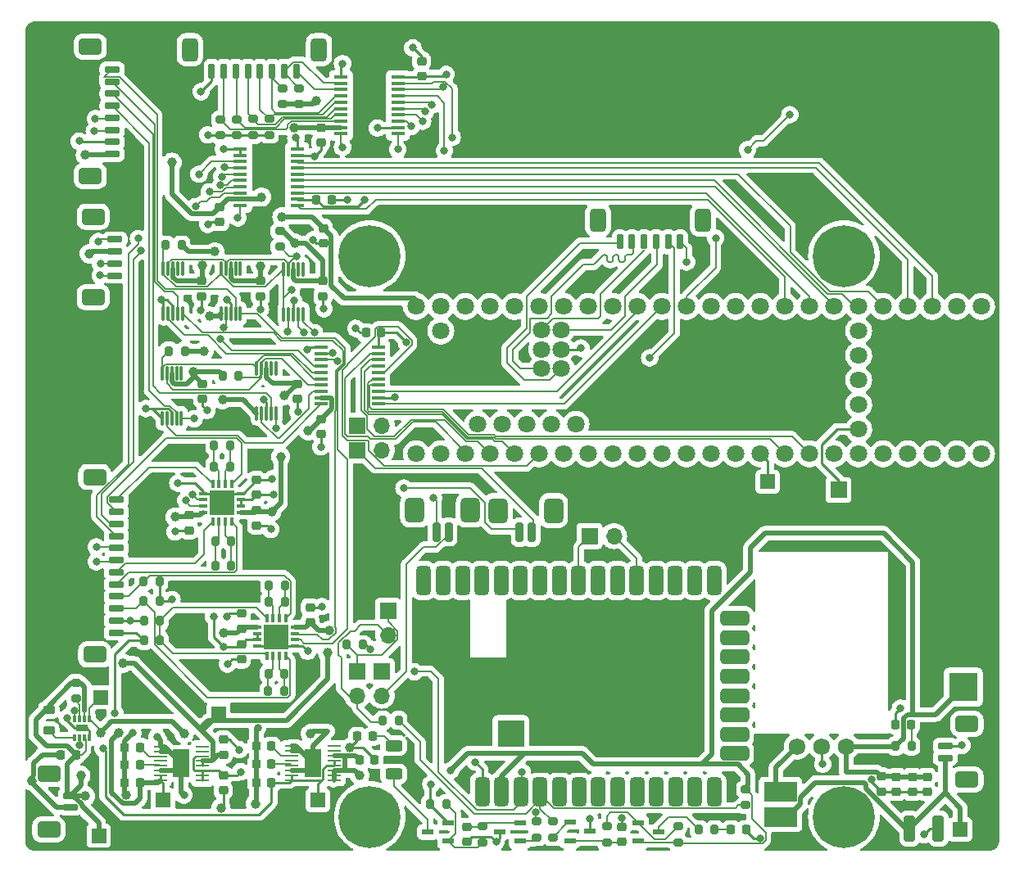
<source format=gbr>
%TF.GenerationSoftware,KiCad,Pcbnew,7.0.6*%
%TF.CreationDate,2024-05-03T22:58:31-04:00*%
%TF.ProjectId,mainbox_baclup,6d61696e-626f-4785-9f62-61636c75702e,rev?*%
%TF.SameCoordinates,Original*%
%TF.FileFunction,Copper,L1,Top*%
%TF.FilePolarity,Positive*%
%FSLAX46Y46*%
G04 Gerber Fmt 4.6, Leading zero omitted, Abs format (unit mm)*
G04 Created by KiCad (PCBNEW 7.0.6) date 2024-05-03 22:58:31*
%MOMM*%
%LPD*%
G01*
G04 APERTURE LIST*
G04 Aperture macros list*
%AMRoundRect*
0 Rectangle with rounded corners*
0 $1 Rounding radius*
0 $2 $3 $4 $5 $6 $7 $8 $9 X,Y pos of 4 corners*
0 Add a 4 corners polygon primitive as box body*
4,1,4,$2,$3,$4,$5,$6,$7,$8,$9,$2,$3,0*
0 Add four circle primitives for the rounded corners*
1,1,$1+$1,$2,$3*
1,1,$1+$1,$4,$5*
1,1,$1+$1,$6,$7*
1,1,$1+$1,$8,$9*
0 Add four rect primitives between the rounded corners*
20,1,$1+$1,$2,$3,$4,$5,0*
20,1,$1+$1,$4,$5,$6,$7,0*
20,1,$1+$1,$6,$7,$8,$9,0*
20,1,$1+$1,$8,$9,$2,$3,0*%
G04 Aperture macros list end*
%TA.AperFunction,SMDPad,CuDef*%
%ADD10RoundRect,0.425000X0.775000X-0.425000X0.775000X0.425000X-0.775000X0.425000X-0.775000X-0.425000X0*%
%TD*%
%TA.AperFunction,SMDPad,CuDef*%
%ADD11RoundRect,0.150000X0.650000X-0.150000X0.650000X0.150000X-0.650000X0.150000X-0.650000X-0.150000X0*%
%TD*%
%TA.AperFunction,SMDPad,CuDef*%
%ADD12RoundRect,0.200000X0.200000X0.275000X-0.200000X0.275000X-0.200000X-0.275000X0.200000X-0.275000X0*%
%TD*%
%TA.AperFunction,SMDPad,CuDef*%
%ADD13RoundRect,0.200000X-0.275000X0.200000X-0.275000X-0.200000X0.275000X-0.200000X0.275000X0.200000X0*%
%TD*%
%TA.AperFunction,ComponentPad*%
%ADD14C,1.800000*%
%TD*%
%TA.AperFunction,SMDPad,CuDef*%
%ADD15RoundRect,0.200000X-0.200000X-0.275000X0.200000X-0.275000X0.200000X0.275000X-0.200000X0.275000X0*%
%TD*%
%TA.AperFunction,SMDPad,CuDef*%
%ADD16R,1.250000X0.600000*%
%TD*%
%TA.AperFunction,SMDPad,CuDef*%
%ADD17RoundRect,0.225000X-0.250000X0.225000X-0.250000X-0.225000X0.250000X-0.225000X0.250000X0.225000X0*%
%TD*%
%TA.AperFunction,SMDPad,CuDef*%
%ADD18RoundRect,0.200000X0.275000X-0.200000X0.275000X0.200000X-0.275000X0.200000X-0.275000X-0.200000X0*%
%TD*%
%TA.AperFunction,SMDPad,CuDef*%
%ADD19O,0.299999X1.549999*%
%TD*%
%TA.AperFunction,SMDPad,CuDef*%
%ADD20R,1.500000X1.500000*%
%TD*%
%TA.AperFunction,SMDPad,CuDef*%
%ADD21RoundRect,0.225000X0.250000X-0.225000X0.250000X0.225000X-0.250000X0.225000X-0.250000X-0.225000X0*%
%TD*%
%TA.AperFunction,SMDPad,CuDef*%
%ADD22RoundRect,0.218750X-0.218750X-0.256250X0.218750X-0.256250X0.218750X0.256250X-0.218750X0.256250X0*%
%TD*%
%TA.AperFunction,ComponentPad*%
%ADD23C,6.400000*%
%TD*%
%TA.AperFunction,SMDPad,CuDef*%
%ADD24RoundRect,0.500000X-0.500000X-0.800000X0.500000X-0.800000X0.500000X0.800000X-0.500000X0.800000X0*%
%TD*%
%TA.AperFunction,SMDPad,CuDef*%
%ADD25RoundRect,0.200000X-0.200000X-0.800000X0.200000X-0.800000X0.200000X0.800000X-0.200000X0.800000X0*%
%TD*%
%TA.AperFunction,SMDPad,CuDef*%
%ADD26RoundRect,0.380000X0.380000X-1.120000X0.380000X1.120000X-0.380000X1.120000X-0.380000X-1.120000X0*%
%TD*%
%TA.AperFunction,SMDPad,CuDef*%
%ADD27RoundRect,0.380000X1.120000X0.380000X-1.120000X0.380000X-1.120000X-0.380000X1.120000X-0.380000X0*%
%TD*%
%TA.AperFunction,ComponentPad*%
%ADD28C,1.300000*%
%TD*%
%TA.AperFunction,SMDPad,CuDef*%
%ADD29RoundRect,0.100000X1.295000X-1.295000X1.295000X1.295000X-1.295000X1.295000X-1.295000X-1.295000X0*%
%TD*%
%TA.AperFunction,SMDPad,CuDef*%
%ADD30RoundRect,0.225000X0.225000X0.250000X-0.225000X0.250000X-0.225000X-0.250000X0.225000X-0.250000X0*%
%TD*%
%TA.AperFunction,ComponentPad*%
%ADD31R,1.700000X1.700000*%
%TD*%
%TA.AperFunction,ComponentPad*%
%ADD32O,1.700000X1.700000*%
%TD*%
%TA.AperFunction,SMDPad,CuDef*%
%ADD33RoundRect,0.425000X-0.425000X-0.775000X0.425000X-0.775000X0.425000X0.775000X-0.425000X0.775000X0*%
%TD*%
%TA.AperFunction,SMDPad,CuDef*%
%ADD34RoundRect,0.150000X-0.150000X-0.650000X0.150000X-0.650000X0.150000X0.650000X-0.150000X0.650000X0*%
%TD*%
%TA.AperFunction,SMDPad,CuDef*%
%ADD35R,1.397000X0.279400*%
%TD*%
%TA.AperFunction,SMDPad,CuDef*%
%ADD36R,1.651000X2.844800*%
%TD*%
%TA.AperFunction,SMDPad,CuDef*%
%ADD37RoundRect,0.218750X0.218750X0.256250X-0.218750X0.256250X-0.218750X-0.256250X0.218750X-0.256250X0*%
%TD*%
%TA.AperFunction,SMDPad,CuDef*%
%ADD38RoundRect,0.250000X-0.625000X0.312500X-0.625000X-0.312500X0.625000X-0.312500X0.625000X0.312500X0*%
%TD*%
%TA.AperFunction,SMDPad,CuDef*%
%ADD39RoundRect,0.012800X-0.147200X0.407200X-0.147200X-0.407200X0.147200X-0.407200X0.147200X0.407200X0*%
%TD*%
%TA.AperFunction,SMDPad,CuDef*%
%ADD40RoundRect,0.012800X-0.407200X-0.147200X0.407200X-0.147200X0.407200X0.147200X-0.407200X0.147200X0*%
%TD*%
%TA.AperFunction,SMDPad,CuDef*%
%ADD41R,2.600000X2.600000*%
%TD*%
%TA.AperFunction,SMDPad,CuDef*%
%ADD42R,3.000000X3.000000*%
%TD*%
%TA.AperFunction,SMDPad,CuDef*%
%ADD43R,1.475000X0.450000*%
%TD*%
%TA.AperFunction,SMDPad,CuDef*%
%ADD44RoundRect,0.225000X-0.225000X-0.250000X0.225000X-0.250000X0.225000X0.250000X-0.225000X0.250000X0*%
%TD*%
%TA.AperFunction,ComponentPad*%
%ADD45C,1.725000*%
%TD*%
%TA.AperFunction,SMDPad,CuDef*%
%ADD46R,3.500000X2.000000*%
%TD*%
%TA.AperFunction,SMDPad,CuDef*%
%ADD47R,0.300000X0.800000*%
%TD*%
%TA.AperFunction,SMDPad,CuDef*%
%ADD48R,1.300000X0.700000*%
%TD*%
%TA.AperFunction,SMDPad,CuDef*%
%ADD49RoundRect,0.250000X-0.325000X-1.100000X0.325000X-1.100000X0.325000X1.100000X-0.325000X1.100000X0*%
%TD*%
%TA.AperFunction,SMDPad,CuDef*%
%ADD50RoundRect,0.012800X0.147200X-0.407200X0.147200X0.407200X-0.147200X0.407200X-0.147200X-0.407200X0*%
%TD*%
%TA.AperFunction,SMDPad,CuDef*%
%ADD51RoundRect,0.012800X0.407200X0.147200X-0.407200X0.147200X-0.407200X-0.147200X0.407200X-0.147200X0*%
%TD*%
%TA.AperFunction,SMDPad,CuDef*%
%ADD52RoundRect,0.218750X0.381250X-0.218750X0.381250X0.218750X-0.381250X0.218750X-0.381250X-0.218750X0*%
%TD*%
%TA.AperFunction,SMDPad,CuDef*%
%ADD53RoundRect,0.425000X-0.775000X0.425000X-0.775000X-0.425000X0.775000X-0.425000X0.775000X0.425000X0*%
%TD*%
%TA.AperFunction,SMDPad,CuDef*%
%ADD54RoundRect,0.150000X-0.650000X0.150000X-0.650000X-0.150000X0.650000X-0.150000X0.650000X0.150000X0*%
%TD*%
%TA.AperFunction,ViaPad*%
%ADD55C,0.800000*%
%TD*%
%TA.AperFunction,ViaPad*%
%ADD56C,1.000000*%
%TD*%
%TA.AperFunction,Conductor*%
%ADD57C,0.250000*%
%TD*%
%TA.AperFunction,Conductor*%
%ADD58C,0.127000*%
%TD*%
%TA.AperFunction,Conductor*%
%ADD59C,0.500000*%
%TD*%
%TA.AperFunction,Conductor*%
%ADD60C,0.200000*%
%TD*%
G04 APERTURE END LIST*
D10*
%TO.P,J7,*%
%TO.N,*%
X130907500Y-63478500D03*
X130907500Y-50128500D03*
D11*
%TO.P,J7,1,Pin_1*%
%TO.N,brake2*%
X133157500Y-52478500D03*
%TO.P,J7,2,Pin_2*%
%TO.N,brake1*%
X133157500Y-53728500D03*
%TO.P,J7,3,Pin_3*%
%TO.N,pots2*%
X133157500Y-54978500D03*
%TO.P,J7,4,Pin_4*%
%TO.N,pots1*%
X133157500Y-56228500D03*
%TO.P,J7,5,Pin_5*%
%TO.N,hall2*%
X133157500Y-57478500D03*
%TO.P,J7,6,Pin_6*%
%TO.N,hall1*%
X133157500Y-58728500D03*
%TO.P,J7,7,Pin_7*%
%TO.N,gndt*%
X133157500Y-59978500D03*
%TO.P,J7,8,Pin_8*%
%TO.N,5vanalog*%
X133157500Y-61228500D03*
%TD*%
D12*
%TO.P,R27,1*%
%TO.N,Net-(U6-RG1)*%
X151026000Y-107483000D03*
%TO.P,R27,2*%
%TO.N,Net-(U6-RG1__1)*%
X149376000Y-107483000D03*
%TD*%
D13*
%TO.P,R18,1*%
%TO.N,Vcc*%
X198628000Y-126898400D03*
%TO.P,R18,2*%
%TO.N,Din*%
X198628000Y-128548400D03*
%TD*%
D14*
%TO.P,U5,0,RX1*%
%TO.N,Net-(IC1-A1)*%
X167132000Y-92202000D03*
%TO.P,U5,1,TX1*%
%TO.N,Net-(IC9-A8)*%
X169672000Y-92202000D03*
%TO.P,U5,2,OUT2*%
%TO.N,Net-(IC9-A7)*%
X172212000Y-92202000D03*
%TO.P,U5,3,LRCLK2*%
%TO.N,Net-(IC9-A6)*%
X174752000Y-92202000D03*
%TO.P,U5,3.3V_1,3.3V*%
%TO.N,3v3*%
X200152000Y-92202000D03*
%TO.P,U5,3.3V_2,3.3V__1*%
%TO.N,unconnected-(U5-3.3V__1-Pad3.3V_2)*%
X169672000Y-76962000D03*
%TO.P,U5,3.3V_3,3.3V__2*%
%TO.N,unconnected-(U5-3.3V__2-Pad3.3V_3)*%
X210312000Y-87122000D03*
%TO.P,U5,4,BCLK2*%
%TO.N,Net-(IC9-A5)*%
X177292000Y-92202000D03*
%TO.P,U5,5,IN2*%
%TO.N,unconnected-(U5-IN2-Pad5)*%
X179832000Y-92202000D03*
%TO.P,U5,5V,5V*%
%TO.N,unconnected-(U5-Pad5V)*%
X170942000Y-89152000D03*
%TO.P,U5,6,OUT1D*%
%TO.N,unconnected-(U5-OUT1D-Pad6)*%
X182372000Y-92202000D03*
%TO.P,U5,7,RX2*%
%TO.N,unconnected-(U5-RX2-Pad7)*%
X184912000Y-92202000D03*
%TO.P,U5,8,TX2*%
%TO.N,unconnected-(U5-TX2-Pad8)*%
X187452000Y-92202000D03*
%TO.P,U5,9,OUT1C*%
%TO.N,unconnected-(U5-OUT1C-Pad9)*%
X189992000Y-92202000D03*
%TO.P,U5,10,CS1*%
%TO.N,unconnected-(U5-CS1-Pad10)*%
X192532000Y-92202000D03*
%TO.P,U5,11,MOSI*%
%TO.N,unconnected-(U5-MOSI-Pad11)*%
X195072000Y-92202000D03*
%TO.P,U5,12,MISO*%
%TO.N,unconnected-(U5-MISO-Pad12)*%
X197612000Y-92202000D03*
%TO.P,U5,13,SCK*%
%TO.N,unconnected-(U5-SCK-Pad13)*%
X197612000Y-76962000D03*
%TO.P,U5,14,A0*%
%TO.N,unconnected-(U5-A0-Pad14)*%
X195072000Y-76962000D03*
%TO.P,U5,15,A1*%
%TO.N,doutlcd*%
X192532000Y-76962000D03*
%TO.P,U5,16,A2*%
%TO.N,Net-(IC9-A1)*%
X189992000Y-76962000D03*
%TO.P,U5,17,A3*%
%TO.N,Net-(IC9-A2)*%
X187452000Y-76962000D03*
%TO.P,U5,18,A4*%
%TO.N,SDA*%
X184912000Y-76962000D03*
%TO.P,U5,19,A5*%
%TO.N,SCL*%
X182372000Y-76962000D03*
%TO.P,U5,20,A6*%
%TO.N,unconnected-(U5-A6-Pad20)*%
X179832000Y-76962000D03*
%TO.P,U5,21,A7*%
%TO.N,unconnected-(U5-A7-Pad21)*%
X177292000Y-76962000D03*
%TO.P,U5,22,A8*%
%TO.N,unconnected-(U5-A8-Pad22)*%
X174752000Y-76962000D03*
%TO.P,U5,23,A9*%
%TO.N,unconnected-(U5-A9-Pad23)*%
X172212000Y-76962000D03*
%TO.P,U5,24,A10*%
%TO.N,Net-(IC9-A4)*%
X202692000Y-92202000D03*
%TO.P,U5,25,A11*%
%TO.N,Net-(IC9-A3)*%
X205232000Y-92202000D03*
%TO.P,U5,26,A12*%
%TO.N,unconnected-(U5-A12-Pad26)*%
X207772000Y-92202000D03*
%TO.P,U5,27,A13*%
%TO.N,unconnected-(U5-A13-Pad27)*%
X210312000Y-92202000D03*
%TO.P,U5,28,RX7*%
%TO.N,unconnected-(U5-RX7-Pad28)*%
X212852000Y-92202000D03*
%TO.P,U5,29,TX7*%
%TO.N,unconnected-(U5-TX7-Pad29)*%
X215392000Y-92202000D03*
%TO.P,U5,30,CRX3*%
%TO.N,unconnected-(U5-CRX3-Pad30)*%
X217932000Y-92202000D03*
%TO.P,U5,31,CTX3*%
%TO.N,S4*%
X220472000Y-92202000D03*
%TO.P,U5,32,OUT1B*%
%TO.N,S3*%
X223012000Y-92202000D03*
%TO.P,U5,33,MCLK2*%
%TO.N,S2*%
X223012000Y-76962000D03*
%TO.P,U5,34,RX8*%
%TO.N,S1*%
X220472000Y-76962000D03*
%TO.P,U5,35,TX8*%
%TO.N,Net-(IC2-A7)*%
X217932000Y-76962000D03*
%TO.P,U5,36,CS2*%
%TO.N,Net-(IC2-A6)*%
X215392000Y-76962000D03*
%TO.P,U5,37,CS3*%
%TO.N,Net-(IC2-A5)*%
X212852000Y-76962000D03*
%TO.P,U5,38,A14*%
%TO.N,Net-(IC2-A4)*%
X210312000Y-76962000D03*
%TO.P,U5,39,A15*%
%TO.N,Net-(IC2-A3)*%
X207772000Y-76962000D03*
%TO.P,U5,40,A16*%
%TO.N,Net-(IC2-A2)*%
X205232000Y-76962000D03*
%TO.P,U5,41,A17*%
%TO.N,Net-(IC2-A1)*%
X202692000Y-76962000D03*
%TO.P,U5,D+,D+*%
%TO.N,unconnected-(U5-PadD+)*%
X176022000Y-89152000D03*
%TO.P,U5,D-,D-*%
%TO.N,unconnected-(U5-PadD-)*%
X173482000Y-89152000D03*
%TO.P,U5,GND1,GND*%
%TO.N,gndt*%
X164592000Y-92202000D03*
%TO.P,U5,GND2,GND__1*%
X200152000Y-76962000D03*
%TO.P,U5,GND3,GND__2*%
X167132000Y-76962000D03*
%TO.P,U5,GND4,GND__3*%
X210312000Y-84582000D03*
%TO.P,U5,GND5,GND__4*%
X179562000Y-81412000D03*
%TO.P,U5,LED,LED*%
%TO.N,led*%
X177562000Y-81412000D03*
%TO.P,U5,ON/OFF,ON/OFF*%
%TO.N,unconnected-(U5-PadON{slash}OFF)*%
X210312000Y-79502000D03*
%TO.P,U5,PROGRAM,PROGRAM*%
%TO.N,unconnected-(U5-PadPROGRAM)*%
X210312000Y-82042000D03*
%TO.P,U5,R+,R+*%
%TO.N,Rd+*%
X177562000Y-79412000D03*
%TO.P,U5,R-,R-*%
%TO.N,Rd-*%
X179562000Y-79412000D03*
%TO.P,U5,T+,T+*%
%TO.N,Td+*%
X179562000Y-83412000D03*
%TO.P,U5,T-,T-*%
%TO.N,Td-*%
X177562000Y-83412000D03*
%TO.P,U5,USB_GND1,USB_GND*%
%TO.N,gndt*%
X178562000Y-89152000D03*
%TO.P,U5,USB_GND2,USB_GND__1*%
X181102000Y-89152000D03*
%TO.P,U5,VBAT,VBAT*%
%TO.N,Net-(J6-Pin_1)*%
X210312000Y-89662000D03*
%TO.P,U5,VIN,VIN*%
%TO.N,5vin*%
X164592000Y-76962000D03*
%TO.P,U5,VUSB,VUSB*%
%TO.N,unconnected-(U5-PadVUSB)*%
X167132000Y-79502000D03*
%TD*%
D15*
%TO.P,R26,1*%
%TO.N,tr1-*%
X136399000Y-105417000D03*
%TO.P,R26,2*%
%TO.N,gndt*%
X138049000Y-105417000D03*
%TD*%
D16*
%TO.P,IC4,1,B*%
%TO.N,Net-(IC4-B)*%
X175294000Y-132273000D03*
%TO.P,IC4,2,E*%
%TO.N,Net-(IC4-E)*%
X175294000Y-130363000D03*
%TO.P,IC4,3,C*%
%TO.N,gndt*%
X173194000Y-131318000D03*
%TD*%
D17*
%TO.P,C34,1*%
%TO.N,2.5vsg*%
X146518000Y-111928000D03*
%TO.P,C34,2*%
%TO.N,gndt*%
X146518000Y-113478000D03*
%TD*%
D15*
%TO.P,R5,1*%
%TO.N,Net-(U6-RG2)*%
X149290000Y-116754000D03*
%TO.P,R5,2*%
%TO.N,Net-(U6-RG2__1)*%
X150940000Y-116754000D03*
%TD*%
D12*
%TO.P,R1,1*%
%TO.N,Net-(U1-RG2)*%
X145351000Y-93513000D03*
%TO.P,R1,2*%
%TO.N,Net-(U1-RG2__1)*%
X143701000Y-93513000D03*
%TD*%
D18*
%TO.P,R30,1*%
%TO.N,gndt*%
X146050000Y-59295800D03*
%TO.P,R30,2*%
%TO.N,S35*%
X146050000Y-57645800D03*
%TD*%
D15*
%TO.P,R21,1*%
%TO.N,Net-(U1-RG1)*%
X143828000Y-101260000D03*
%TO.P,R21,2*%
%TO.N,Net-(U1-RG1__1)*%
X145478000Y-101260000D03*
%TD*%
D17*
%TO.P,C8,1*%
%TO.N,Net-(IC4-E)*%
X169799000Y-130797000D03*
%TO.P,C8,2*%
%TO.N,gndt*%
X169799000Y-132347000D03*
%TD*%
D19*
%TO.P,U2,1,ADDR*%
%TO.N,gndt*%
X138318999Y-88519000D03*
%TO.P,U2,2,ALERT_RDY*%
%TO.N,AR1*%
X138818998Y-88519000D03*
%TO.P,U2,3,GND*%
%TO.N,gndt*%
X139319000Y-88519000D03*
%TO.P,U2,4,AIN0*%
%TO.N,pots1*%
X139818999Y-88519000D03*
%TO.P,U2,5,AIN1*%
%TO.N,aux1.1*%
X140319001Y-88519000D03*
%TO.P,U2,6,AIN2*%
%TO.N,unconnected-(U2-AIN2-Pad6)*%
X140319001Y-83868999D03*
%TO.P,U2,7,AIN3*%
%TO.N,unconnected-(U2-AIN3-Pad7)*%
X139818999Y-83868999D03*
%TO.P,U2,8,VDD*%
%TO.N,5vadc*%
X139319000Y-83868999D03*
%TO.P,U2,9,SDA*%
%TO.N,SDA1*%
X138818998Y-83868999D03*
%TO.P,U2,10,SCL*%
%TO.N,SCL1*%
X138318999Y-83868999D03*
%TD*%
D12*
%TO.P,R34,1*%
%TO.N,SDA1*%
X146226800Y-84124800D03*
%TO.P,R34,2*%
%TO.N,5vadc*%
X144576800Y-84124800D03*
%TD*%
D10*
%TO.P,J20,*%
%TO.N,*%
X131354000Y-112961000D03*
X131354000Y-94611000D03*
D11*
%TO.P,J20,1,Pin_1*%
%TO.N,Net-(J20-Pin_1)*%
X133604000Y-96961000D03*
%TO.P,J20,2,Pin_2*%
%TO.N,Net-(J20-Pin_2)*%
X133604000Y-98211000D03*
%TO.P,J20,3,Pin_3*%
%TO.N,daux2*%
X133604000Y-99461000D03*
%TO.P,J20,4,Pin_4*%
%TO.N,daux1*%
X133604000Y-100711000D03*
%TO.P,J20,5,Pin_5*%
%TO.N,aux1.2*%
X133604000Y-101961000D03*
%TO.P,J20,6,Pin_6*%
%TO.N,aux1.1*%
X133604000Y-103211000D03*
%TO.P,J20,7,Pin_7*%
%TO.N,Net-(J20-Pin_7)*%
X133604000Y-104461000D03*
%TO.P,J20,8,Pin_8*%
%TO.N,Net-(J20-Pin_8)*%
X133604000Y-105711000D03*
%TO.P,J20,9,Pin_9*%
%TO.N,tr1-*%
X133604000Y-106961000D03*
%TO.P,J20,10,Pin_10*%
%TO.N,tr2-*%
X133604000Y-108211000D03*
%TO.P,J20,11,Pin_11*%
%TO.N,gndt*%
X133604000Y-109461000D03*
%TO.P,J20,12,Pin_12*%
%TO.N,2.5vsg*%
X133604000Y-110711000D03*
%TD*%
D15*
%TO.P,R10,1*%
%TO.N,Vcc*%
X166024000Y-128397000D03*
%TO.P,R10,2*%
%TO.N,Net-(IC5-B)*%
X167674000Y-128397000D03*
%TD*%
D20*
%TO.P,TP10,1,1*%
%TO.N,5vradio*%
X220827600Y-131064000D03*
%TD*%
D21*
%TO.P,C35,1*%
%TO.N,5vadc*%
X153630000Y-109655000D03*
%TO.P,C35,2*%
%TO.N,gndt*%
X153630000Y-108105000D03*
%TD*%
%TO.P,C36,1*%
%TO.N,5vadc*%
X146518000Y-110290000D03*
%TO.P,C36,2*%
%TO.N,gndt*%
X146518000Y-108740000D03*
%TD*%
D15*
%TO.P,R17,1*%
%TO.N,Net-(J5-Pin_2)*%
X161125400Y-119786400D03*
%TO.P,R17,2*%
%TO.N,Din*%
X162775400Y-119786400D03*
%TD*%
%TO.P,R23,1*%
%TO.N,tr2-*%
X136399000Y-107449000D03*
%TO.P,R23,2*%
%TO.N,gndt*%
X138049000Y-107449000D03*
%TD*%
D22*
%TO.P,D2,1,K*%
%TO.N,gndt*%
X214147300Y-120243600D03*
%TO.P,D2,2,A*%
%TO.N,Net-(D2-A)*%
X215722300Y-120243600D03*
%TD*%
D19*
%TO.P,U7,1,ADDR*%
%TO.N,5vadc*%
X148113998Y-88011000D03*
%TO.P,U7,2,ALERT_RDY*%
%TO.N,AR2*%
X148613997Y-88011000D03*
%TO.P,U7,3,GND*%
%TO.N,gndt*%
X149113999Y-88011000D03*
%TO.P,U7,4,AIN0*%
%TO.N,pots2*%
X149613998Y-88011000D03*
%TO.P,U7,5,AIN1*%
%TO.N,aux1.2*%
X150114000Y-88011000D03*
%TO.P,U7,6,AIN2*%
%TO.N,unconnected-(U7-AIN2-Pad6)*%
X150114000Y-83360999D03*
%TO.P,U7,7,AIN3*%
%TO.N,unconnected-(U7-AIN3-Pad7)*%
X149613998Y-83360999D03*
%TO.P,U7,8,VDD*%
%TO.N,5vadc*%
X149113999Y-83360999D03*
%TO.P,U7,9,SDA*%
%TO.N,SDA1*%
X148613997Y-83360999D03*
%TO.P,U7,10,SCL*%
%TO.N,SCL1*%
X148113998Y-83360999D03*
%TD*%
D13*
%TO.P,R8,1*%
%TO.N,Net-(IC4-E)*%
X171450000Y-130747000D03*
%TO.P,R8,2*%
%TO.N,Net-(IC5-B)*%
X171450000Y-132397000D03*
%TD*%
%TO.P,R3,1*%
%TO.N,5vadc*%
X150520400Y-69165200D03*
%TO.P,R3,2*%
%TO.N,SDA2*%
X150520400Y-70815200D03*
%TD*%
D23*
%TO.P,H1,1*%
%TO.N,N/C*%
X208788000Y-71755000D03*
%TD*%
D21*
%TO.P,C40,1*%
%TO.N,3v3*%
X165150800Y-53149800D03*
%TO.P,C40,2*%
%TO.N,gndt*%
X165150800Y-51599800D03*
%TD*%
D23*
%TO.P,H3,1*%
%TO.N,N/C*%
X159788000Y-129755000D03*
%TD*%
D24*
%TO.P,J12,*%
%TO.N,*%
X173030000Y-98080000D03*
X178780000Y-98080000D03*
D25*
%TO.P,J12,1,Pin_1*%
%TO.N,r2*%
X176530000Y-100330000D03*
%TO.P,J12,2,Pin_2*%
%TO.N,t2*%
X175280000Y-100330000D03*
%TD*%
D26*
%TO.P,IC8,1,GND_1*%
%TO.N,gndt*%
X171404000Y-127184000D03*
%TO.P,IC8,2,VCC*%
%TO.N,Vcc*%
X173404000Y-127184000D03*
%TO.P,IC8,3,DIO13/DOUT*%
%TO.N,Dout*%
X175404000Y-127184000D03*
%TO.P,IC8,4,DIN/DIO14/~{CONFIG}*%
%TO.N,Din*%
X177404000Y-127184000D03*
%TO.P,IC8,5,DIO12*%
%TO.N,unconnected-(IC8-DIO12-Pad5)*%
X179404000Y-127184000D03*
%TO.P,IC8,6,~{RESET}*%
%TO.N,unconnected-(IC8-~{RESET}-Pad6)*%
X181404000Y-127184000D03*
%TO.P,IC8,7,DIO10/RSSI/PWM0*%
%TO.N,unconnected-(IC8-DIO10{slash}RSSI{slash}PWM0-Pad7)*%
X183404000Y-127184000D03*
%TO.P,IC8,8,DIO11/PWM1*%
%TO.N,unconnected-(IC8-DIO11{slash}PWM1-Pad8)*%
X185404000Y-127184000D03*
%TO.P,IC8,9,[RESERVED]_1*%
%TO.N,unconnected-(IC8-[RESERVED]_1-Pad9)*%
X187404000Y-127184000D03*
%TO.P,IC8,10,DIO8/~{DTR_}/SLEEP__RQ*%
%TO.N,unconnected-(IC8-DIO8{slash}~{DTR_}{slash}SLEEP__RQ-Pad10)*%
X189404000Y-127184000D03*
%TO.P,IC8,11,GND_2*%
%TO.N,unconnected-(IC8-GND_2-Pad11)*%
X191404000Y-127184000D03*
%TO.P,IC8,12,DO19/SPI_~{ATTN}*%
%TO.N,unconnected-(IC8-DO19{slash}SPI_~{ATTN}-Pad12)*%
X193404000Y-127184000D03*
%TO.P,IC8,13,GND_3*%
%TO.N,unconnected-(IC8-GND_3-Pad13)*%
X195404000Y-127184000D03*
D27*
%TO.P,IC8,14,DO18/SPI_CLK*%
%TO.N,unconnected-(IC8-DO18{slash}SPI_CLK-Pad14)*%
X197484000Y-123224000D03*
%TO.P,IC8,15,DO17/SPI_~{SSEL}*%
%TO.N,unconnected-(IC8-DO17{slash}SPI_~{SSEL}-Pad15)*%
X197484000Y-121224000D03*
%TO.P,IC8,16,DO16/SPI_MOSI*%
%TO.N,unconnected-(IC8-DO16{slash}SPI_MOSI-Pad16)*%
X197484000Y-119224000D03*
%TO.P,IC8,17,DO15/SPI_MISO*%
%TO.N,unconnected-(IC8-DO15{slash}SPI_MISO-Pad17)*%
X197484000Y-117224000D03*
%TO.P,IC8,18,[RESERVED]_2*%
%TO.N,unconnected-(IC8-[RESERVED]_2-Pad18)*%
X197484000Y-115224000D03*
%TO.P,IC8,19,[RESERVED]_3*%
%TO.N,unconnected-(IC8-[RESERVED]_3-Pad19)*%
X197484000Y-113224000D03*
%TO.P,IC8,20,[RESERVED]_4*%
%TO.N,unconnected-(IC8-[RESERVED]_4-Pad20)*%
X197484000Y-111224000D03*
%TO.P,IC8,21,[RESERVED]_5*%
%TO.N,unconnected-(IC8-[RESERVED]_5-Pad21)*%
X197484000Y-109224000D03*
D26*
%TO.P,IC8,22,GND_4*%
%TO.N,unconnected-(IC8-GND_4-Pad22)*%
X195374000Y-105324000D03*
%TO.P,IC8,23,[RESERVED]_6*%
%TO.N,unconnected-(IC8-[RESERVED]_6-Pad23)*%
X193374000Y-105324000D03*
%TO.P,IC8,24,DIO4*%
%TO.N,unconnected-(IC8-DIO4-Pad24)*%
X191374000Y-105324000D03*
%TO.P,IC8,25,DIO7/~{CTS}*%
%TO.N,unconnected-(IC8-DIO7{slash}~{CTS}-Pad25)*%
X189374000Y-105324000D03*
%TO.P,IC8,26,DIO9/ON/~{SLEEP}*%
%TO.N,Net-(IC8-DIO9{slash}ON{slash}~{SLEEP})*%
X187374000Y-105324000D03*
%TO.P,IC8,27,VREF*%
%TO.N,unconnected-(IC8-VREF-Pad27)*%
X185374000Y-105324000D03*
%TO.P,IC8,28,DIO5/ASSOC*%
%TO.N,unconnected-(IC8-DIO5{slash}ASSOC-Pad28)*%
X183374000Y-105324000D03*
%TO.P,IC8,29,DIO6/~{RTS}*%
%TO.N,Net-(IC8-DIO6{slash}~{RTS})*%
X181374000Y-105324000D03*
%TO.P,IC8,30,DIO3/AD3*%
%TO.N,unconnected-(IC8-DIO3{slash}AD3-Pad30)*%
X179374000Y-105324000D03*
%TO.P,IC8,31,DIO2/AD2*%
%TO.N,unconnected-(IC8-DIO2{slash}AD2-Pad31)*%
X177374000Y-105324000D03*
%TO.P,IC8,32,DIO1/AD1*%
%TO.N,unconnected-(IC8-DIO1{slash}AD1-Pad32)*%
X175374000Y-105324000D03*
%TO.P,IC8,33,DIO0/AD0*%
%TO.N,unconnected-(IC8-DIO0{slash}AD0-Pad33)*%
X173374000Y-105324000D03*
%TO.P,IC8,34,[RESERVED]_7*%
%TO.N,unconnected-(IC8-[RESERVED]_7-Pad34)*%
X171374000Y-105324000D03*
%TO.P,IC8,35,GND_5*%
%TO.N,unconnected-(IC8-GND_5-Pad35)*%
X169374000Y-105324000D03*
%TO.P,IC8,36,RF_PAD*%
%TO.N,unconnected-(IC8-RF_PAD-Pad36)*%
X167374000Y-105324000D03*
%TO.P,IC8,37,[RESERVED]_8*%
%TO.N,unconnected-(IC8-[RESERVED]_8-Pad37)*%
X165374000Y-105324000D03*
D28*
%TO.P,IC8,38,GND_6*%
%TO.N,gndt*%
X173794000Y-121714000D03*
D29*
X174369000Y-121129000D03*
D28*
X174954000Y-120594000D03*
%TD*%
D18*
%TO.P,R31,1*%
%TO.N,gndt*%
X147726400Y-59257200D03*
%TO.P,R31,2*%
%TO.N,S25*%
X147726400Y-57607200D03*
%TD*%
D30*
%TO.P,C43,1*%
%TO.N,Net-(U8-BYPASS)*%
X136030000Y-122555000D03*
%TO.P,C43,2*%
%TO.N,gndt*%
X134480000Y-122555000D03*
%TD*%
%TO.P,C39,1*%
%TO.N,Net-(U3-NR)*%
X149619000Y-124314000D03*
%TO.P,C39,2*%
%TO.N,gndt*%
X148069000Y-124314000D03*
%TD*%
D21*
%TO.P,C25,1*%
%TO.N,gndt*%
X214223600Y-127178400D03*
%TO.P,C25,2*%
%TO.N,Vcc*%
X214223600Y-125628400D03*
%TD*%
D30*
%TO.P,C9,1*%
%TO.N,3v3*%
X160947400Y-79705200D03*
%TO.P,C9,2*%
%TO.N,gndt*%
X159397400Y-79705200D03*
%TD*%
D12*
%TO.P,R12,1*%
%TO.N,Net-(D2-A)*%
X215773000Y-122428000D03*
%TO.P,R12,2*%
%TO.N,Vcc*%
X214123000Y-122428000D03*
%TD*%
%TO.P,R20,1*%
%TO.N,Net-(U1-RG2)*%
X145351000Y-91379400D03*
%TO.P,R20,2*%
%TO.N,Net-(U1-RG2__1)*%
X143701000Y-91379400D03*
%TD*%
D31*
%TO.P,J9,1,Pin_1*%
%TO.N,Net-(IC8-DIO6{slash}~{RTS})*%
X182499000Y-100711000D03*
D32*
%TO.P,J9,2,Pin_2*%
%TO.N,Net-(IC8-DIO9{slash}ON{slash}~{SLEEP})*%
X185039000Y-100711000D03*
%TD*%
D16*
%TO.P,IC5,1,B*%
%TO.N,Net-(IC5-B)*%
X167894000Y-132273000D03*
%TO.P,IC5,2,E*%
%TO.N,Vcc*%
X167894000Y-130363000D03*
%TO.P,IC5,3,C*%
%TO.N,Net-(IC5-C)*%
X165794000Y-131318000D03*
%TD*%
D21*
%TO.P,C28,1*%
%TO.N,2.5vsg*%
X148082000Y-96460000D03*
%TO.P,C28,2*%
%TO.N,gndt*%
X148082000Y-94910000D03*
%TD*%
D17*
%TO.P,C46,1*%
%TO.N,5.2v*%
X144653000Y-125463000D03*
%TO.P,C46,2*%
%TO.N,gndt*%
X144653000Y-127013000D03*
%TD*%
D33*
%TO.P,J15,*%
%TO.N,*%
X183384500Y-68042500D03*
X194234500Y-68042500D03*
D34*
%TO.P,J15,1,Pin_1*%
%TO.N,gndt*%
X191884500Y-70292500D03*
%TO.P,J15,2,Pin_2*%
%TO.N,led*%
X190634500Y-70292500D03*
%TO.P,J15,3,Pin_3*%
%TO.N,Rd-*%
X189384500Y-70292500D03*
%TO.P,J15,4,Pin_4*%
%TO.N,Rd+*%
X188134500Y-70292500D03*
%TO.P,J15,5,Pin_5*%
%TO.N,Td-*%
X186884500Y-70292500D03*
%TO.P,J15,6,Pin_6*%
%TO.N,Td+*%
X185634500Y-70292500D03*
%TD*%
D13*
%TO.P,R14,1*%
%TO.N,Din*%
X178689000Y-130239000D03*
%TO.P,R14,2*%
%TO.N,Net-(IC6-B)*%
X178689000Y-131889000D03*
%TD*%
D19*
%TO.P,U4,1,ADDR*%
%TO.N,gndt*%
X138461998Y-77675001D03*
%TO.P,U4,2,ALERT_RDY*%
%TO.N,AR3*%
X138961997Y-77675001D03*
%TO.P,U4,3,GND*%
%TO.N,gndt*%
X139461999Y-77675001D03*
%TO.P,U4,4,AIN0*%
%TO.N,brake1*%
X139961998Y-77675001D03*
%TO.P,U4,5,AIN1*%
%TO.N,tieRod1*%
X140462000Y-77675001D03*
%TO.P,U4,6,AIN2*%
%TO.N,unconnected-(U4-AIN2-Pad6)*%
X140462000Y-73025000D03*
%TO.P,U4,7,AIN3*%
%TO.N,unconnected-(U4-AIN3-Pad7)*%
X139961998Y-73025000D03*
%TO.P,U4,8,VDD*%
%TO.N,5vadc*%
X139461999Y-73025000D03*
%TO.P,U4,9,SDA*%
%TO.N,SDA2*%
X138961997Y-73025000D03*
%TO.P,U4,10,SCL*%
%TO.N,SCL2*%
X138461998Y-73025000D03*
%TD*%
D20*
%TO.P,TP6,1,1*%
%TO.N,5vin*%
X131775200Y-131699000D03*
%TD*%
D31*
%TO.P,J8,1,Pin_1*%
%TO.N,Net-(J5-Pin_1)*%
X161671000Y-108458000D03*
D32*
%TO.P,J8,2,Pin_2*%
%TO.N,Net-(J5-Pin_2)*%
X161671000Y-110998000D03*
%TD*%
D15*
%TO.P,R2,1*%
%TO.N,Net-(U1-RG1)*%
X143828000Y-103800000D03*
%TO.P,R2,2*%
%TO.N,Net-(U1-RG1__1)*%
X145478000Y-103800000D03*
%TD*%
D33*
%TO.P,J10,*%
%TO.N,*%
X141194700Y-50414900D03*
X154544700Y-50414900D03*
D34*
%TO.P,J10,1,Pin_1*%
%TO.N,doutlcd5*%
X152194700Y-52664900D03*
%TO.P,J10,2,Pin_2*%
%TO.N,SDA5*%
X150944700Y-52664900D03*
%TO.P,J10,3,Pin_3*%
%TO.N,SCL5*%
X149694700Y-52664900D03*
%TO.P,J10,4,Pin_4*%
%TO.N,S15*%
X148444700Y-52664900D03*
%TO.P,J10,5,Pin_5*%
%TO.N,S25*%
X147194700Y-52664900D03*
%TO.P,J10,6,Pin_6*%
%TO.N,S35*%
X145944700Y-52664900D03*
%TO.P,J10,7,Pin_7*%
%TO.N,S45*%
X144694700Y-52664900D03*
%TO.P,J10,8,Pin_8*%
%TO.N,gndt*%
X143444700Y-52664900D03*
%TD*%
D35*
%TO.P,U3,1,GND*%
%TO.N,gndt*%
X151739600Y-122455998D03*
%TO.P,U3,2,GND*%
X151739600Y-122956000D03*
%TO.P,U3,3,BYPASS*%
%TO.N,Net-(U3-BYPASS)*%
X151739600Y-123455999D03*
%TO.P,U3,4,DNC*%
%TO.N,unconnected-(U3-DNC-Pad4)*%
X151739600Y-123956000D03*
%TO.P,U3,5,NR*%
%TO.N,Net-(U3-NR)*%
X151739600Y-124456000D03*
%TO.P,U3,6,GND*%
%TO.N,gndt*%
X151739600Y-124955998D03*
%TO.P,U3,7,VOUT2_S*%
%TO.N,2.5vsg*%
X151739600Y-125456000D03*
%TO.P,U3,8,VOUT2_F*%
X151739600Y-125955999D03*
%TO.P,U3,9,\u002AOD*%
%TO.N,5vin*%
X156108400Y-125956002D03*
%TO.P,U3,10,VIN2*%
X156108400Y-125456000D03*
%TO.P,U3,11,VIN1*%
X156108400Y-124956001D03*
%TO.P,U3,12,VOUT1_F*%
%TO.N,2.5vsg*%
X156108400Y-124456000D03*
%TO.P,U3,13,VOUT1_S*%
X156108400Y-123956000D03*
%TO.P,U3,14,VIN*%
%TO.N,5vin*%
X156108400Y-123456002D03*
%TO.P,U3,15,NC*%
%TO.N,unconnected-(U3-NC-Pad15)*%
X156108400Y-122956000D03*
%TO.P,U3,16,DNC*%
%TO.N,unconnected-(U3-DNC-Pad16)*%
X156108400Y-122456001D03*
D36*
%TO.P,U3,EPAD,EPAD*%
%TO.N,gndt*%
X153924000Y-124206000D03*
%TD*%
D37*
%TO.P,D4,1,K*%
%TO.N,gndt*%
X198704300Y-131064000D03*
%TO.P,D4,2,A*%
%TO.N,Net-(D4-A)*%
X197129300Y-131064000D03*
%TD*%
D38*
%TO.P,R11,1*%
%TO.N,Net-(D3-A)*%
X162255200Y-122387900D03*
%TO.P,R11,2*%
%TO.N,Net-(IC5-C)*%
X162255200Y-125312900D03*
%TD*%
D13*
%TO.P,R9,1*%
%TO.N,Dout*%
X177038000Y-130239000D03*
%TO.P,R9,2*%
%TO.N,Net-(IC4-B)*%
X177038000Y-131889000D03*
%TD*%
D15*
%TO.P,R22,1*%
%TO.N,Net-(U6-RG2)*%
X149313000Y-114976000D03*
%TO.P,R22,2*%
%TO.N,Net-(U6-RG2__1)*%
X150963000Y-114976000D03*
%TD*%
D18*
%TO.P,R32,1*%
%TO.N,gndt*%
X149402800Y-59245000D03*
%TO.P,R32,2*%
%TO.N,S15*%
X149402800Y-57595000D03*
%TD*%
D20*
%TO.P,TP2,1,1*%
%TO.N,5.2v*%
X131978400Y-117398800D03*
%TD*%
%TO.P,TP8,1,1*%
%TO.N,3v3*%
X200914000Y-95097600D03*
%TD*%
D21*
%TO.P,C47,1*%
%TO.N,5vanalog*%
X144653000Y-123330000D03*
%TO.P,C47,2*%
%TO.N,gndt*%
X144653000Y-121780000D03*
%TD*%
D16*
%TO.P,IC6,1,B*%
%TO.N,Net-(IC6-B)*%
X180467000Y-130297000D03*
%TO.P,IC6,2,E*%
%TO.N,Net-(IC6-E)*%
X180467000Y-132207000D03*
%TO.P,IC6,3,C*%
%TO.N,gndt*%
X182567000Y-131252000D03*
%TD*%
D30*
%TO.P,C44,1*%
%TO.N,Net-(U8-NR)*%
X136030000Y-124388996D03*
%TO.P,C44,2*%
%TO.N,gndt*%
X134480000Y-124388996D03*
%TD*%
D39*
%TO.P,U6,1,-IN1*%
%TO.N,tr1-*%
X151089000Y-109180000D03*
%TO.P,U6,2,RG1*%
%TO.N,Net-(U6-RG1)*%
X150439000Y-109180000D03*
%TO.P,U6,3,RG1__1*%
%TO.N,Net-(U6-RG1__1)*%
X149789000Y-109180000D03*
%TO.P,U6,4,+IN1*%
%TO.N,tr+*%
X149139000Y-109180000D03*
D40*
%TO.P,U6,5,+VS*%
%TO.N,5vadc*%
X148169000Y-110150000D03*
%TO.P,U6,6,REF1*%
%TO.N,2.5vsg*%
X148169000Y-110800000D03*
%TO.P,U6,7,REF2*%
X148169000Y-111450000D03*
%TO.P,U6,8,-VS__1*%
%TO.N,gndt*%
X148169000Y-112100000D03*
D39*
%TO.P,U6,9,+IN2*%
%TO.N,tr+*%
X149139000Y-113070000D03*
%TO.P,U6,10,RG2*%
%TO.N,Net-(U6-RG2)*%
X149789000Y-113070000D03*
%TO.P,U6,11,RG2__1*%
%TO.N,Net-(U6-RG2__1)*%
X150439000Y-113070000D03*
%TO.P,U6,12,-IN2*%
%TO.N,tr2-*%
X151089000Y-113070000D03*
D40*
%TO.P,U6,13,-VS*%
%TO.N,gndt*%
X152059000Y-112100000D03*
%TO.P,U6,14,OUT2*%
%TO.N,tieRod2*%
X152059000Y-111450000D03*
%TO.P,U6,15,OUT1*%
%TO.N,tieRod1*%
X152059000Y-110800000D03*
%TO.P,U6,16,+VS__1*%
%TO.N,5vadc*%
X152059000Y-110150000D03*
D41*
%TO.P,U6,17,EP*%
%TO.N,gndt*%
X150114000Y-111125000D03*
%TD*%
D17*
%TO.P,C51,1*%
%TO.N,5vanalog*%
X154736800Y-58457800D03*
%TO.P,C51,2*%
%TO.N,gndt*%
X154736800Y-60007800D03*
%TD*%
D21*
%TO.P,C6,1*%
%TO.N,gndt*%
X154940000Y-75908200D03*
%TO.P,C6,2*%
%TO.N,5vadc*%
X154940000Y-74358200D03*
%TD*%
%TO.P,C29,1*%
%TO.N,gndt*%
X217389400Y-127178400D03*
%TO.P,C29,2*%
%TO.N,Vcc*%
X217389400Y-125628400D03*
%TD*%
D17*
%TO.P,C32,1*%
%TO.N,5vadc*%
X148082000Y-98072000D03*
%TO.P,C32,2*%
%TO.N,gndt*%
X148082000Y-99622000D03*
%TD*%
D31*
%TO.P,J11,1,Pin_1*%
%TO.N,r2*%
X158491000Y-91821000D03*
D32*
%TO.P,J11,2,Pin_2*%
%TO.N,t2*%
X161031000Y-91821000D03*
%TD*%
D42*
%TO.P,TP9,1,1*%
%TO.N,Vcc*%
X221132400Y-116332000D03*
%TD*%
D43*
%TO.P,IC9,1,A1*%
%TO.N,Net-(IC9-A1)*%
X160672000Y-87049800D03*
%TO.P,IC9,2,VCCA*%
%TO.N,3v3*%
X160672000Y-86399800D03*
%TO.P,IC9,3,A2*%
%TO.N,Net-(IC9-A2)*%
X160672000Y-85749800D03*
%TO.P,IC9,4,A3*%
%TO.N,Net-(IC9-A3)*%
X160672000Y-85099800D03*
%TO.P,IC9,5,A4*%
%TO.N,Net-(IC9-A4)*%
X160672000Y-84449800D03*
%TO.P,IC9,6,A5*%
%TO.N,Net-(IC9-A5)*%
X160672000Y-83799800D03*
%TO.P,IC9,7,A6*%
%TO.N,Net-(IC9-A6)*%
X160672000Y-83149800D03*
%TO.P,IC9,8,A7*%
%TO.N,Net-(IC9-A7)*%
X160672000Y-82499800D03*
%TO.P,IC9,9,A8*%
%TO.N,Net-(IC9-A8)*%
X160672000Y-81849800D03*
%TO.P,IC9,10,OE*%
%TO.N,3v3*%
X160672000Y-81199800D03*
%TO.P,IC9,11,GND*%
%TO.N,gndt*%
X154796000Y-81199800D03*
%TO.P,IC9,12,B8*%
%TO.N,SCL2*%
X154796000Y-81849800D03*
%TO.P,IC9,13,B7*%
%TO.N,SDA2*%
X154796000Y-82499800D03*
%TO.P,IC9,14,B6*%
%TO.N,AR4*%
X154796000Y-83149800D03*
%TO.P,IC9,15,B5*%
%TO.N,AR3*%
X154796000Y-83799800D03*
%TO.P,IC9,16,B4*%
%TO.N,SCL1*%
X154796000Y-84449800D03*
%TO.P,IC9,17,B3*%
%TO.N,SDA1*%
X154796000Y-85099800D03*
%TO.P,IC9,18,B2*%
%TO.N,AR2*%
X154796000Y-85749800D03*
%TO.P,IC9,19,VCCB*%
%TO.N,5vanalog*%
X154796000Y-86399800D03*
%TO.P,IC9,20,B1*%
%TO.N,AR1*%
X154796000Y-87049800D03*
%TD*%
D21*
%TO.P,C27,1*%
%TO.N,gndt*%
X215849200Y-127178400D03*
%TO.P,C27,2*%
%TO.N,Vcc*%
X215849200Y-125628400D03*
%TD*%
D10*
%TO.P,J21,*%
%TO.N,*%
X126614900Y-131056700D03*
X126614900Y-125306700D03*
D11*
%TO.P,J21,1,Pin_1*%
%TO.N,5vin*%
X128864900Y-127556700D03*
%TO.P,J21,2,Pin_2*%
%TO.N,gndt*%
X128864900Y-128806700D03*
%TD*%
D44*
%TO.P,C63,1*%
%TO.N,gndt*%
X127876000Y-123317000D03*
%TO.P,C63,2*%
%TO.N,5vin*%
X129426000Y-123317000D03*
%TD*%
D45*
%TO.P,PS1,1,+VIN*%
%TO.N,Net-(PS1-+VIN)*%
X203962000Y-122465000D03*
%TO.P,PS1,2,GND*%
%TO.N,gndt*%
X206502000Y-122465000D03*
%TO.P,PS1,3,+VOUT*%
%TO.N,Vcc*%
X209042000Y-122465000D03*
%TD*%
D30*
%TO.P,C42,1*%
%TO.N,2.5vsg*%
X149619000Y-126238000D03*
%TO.P,C42,2*%
%TO.N,gndt*%
X148069000Y-126238000D03*
%TD*%
D19*
%TO.P,U10,1,ADDR*%
%TO.N,SCL2*%
X150891999Y-77762999D03*
%TO.P,U10,2,ALERT_RDY*%
%TO.N,AR5*%
X151391998Y-77762999D03*
%TO.P,U10,3,GND*%
%TO.N,gndt*%
X151892000Y-77762999D03*
%TO.P,U10,4,AIN0*%
%TO.N,steerCol*%
X152391999Y-77762999D03*
%TO.P,U10,5,AIN1*%
%TO.N,auxsg*%
X152892001Y-77762999D03*
%TO.P,U10,6,AIN2*%
%TO.N,unconnected-(U10-AIN2-Pad6)*%
X152892001Y-73112998D03*
%TO.P,U10,7,AIN3*%
%TO.N,unconnected-(U10-AIN3-Pad7)*%
X152391999Y-73112998D03*
%TO.P,U10,8,VDD*%
%TO.N,5vadc*%
X151892000Y-73112998D03*
%TO.P,U10,9,SDA*%
%TO.N,SDA2*%
X151391998Y-73112998D03*
%TO.P,U10,10,SCL*%
%TO.N,SCL2*%
X150891999Y-73112998D03*
%TD*%
D13*
%TO.P,R37,1*%
%TO.N,SDA5*%
X152501600Y-54394600D03*
%TO.P,R37,2*%
%TO.N,5vadc*%
X152501600Y-56044600D03*
%TD*%
D17*
%TO.P,C30,1*%
%TO.N,5vadc*%
X141097000Y-98580000D03*
%TO.P,C30,2*%
%TO.N,gndt*%
X141097000Y-100130000D03*
%TD*%
D44*
%TO.P,C41,1*%
%TO.N,5vin*%
X158737000Y-123825000D03*
%TO.P,C41,2*%
%TO.N,gndt*%
X160287000Y-123825000D03*
%TD*%
D46*
%TO.P,L2,1,1*%
%TO.N,5vradio*%
X202234800Y-129823200D03*
%TO.P,L2,2,2*%
%TO.N,Net-(PS1-+VIN)*%
X202234800Y-127123200D03*
%TD*%
D17*
%TO.P,C37,1*%
%TO.N,5vanalog*%
X144272000Y-66700400D03*
%TO.P,C37,2*%
%TO.N,gndt*%
X144272000Y-68250400D03*
%TD*%
D12*
%TO.P,R28,1*%
%TO.N,Net-(U6-RG1)*%
X151027000Y-105832000D03*
%TO.P,R28,2*%
%TO.N,Net-(U6-RG1__1)*%
X149377000Y-105832000D03*
%TD*%
D31*
%TO.P,J6,1,Pin_1*%
%TO.N,Net-(J6-Pin_1)*%
X208229200Y-95961200D03*
%TD*%
D22*
%TO.P,D3,1,K*%
%TO.N,gndt*%
X158521300Y-121412000D03*
%TO.P,D3,2,A*%
%TO.N,Net-(D3-A)*%
X160096300Y-121412000D03*
%TD*%
D12*
%TO.P,R25,1*%
%TO.N,tr+*%
X138112000Y-109481000D03*
%TO.P,R25,2*%
%TO.N,gndt*%
X136462000Y-109481000D03*
%TD*%
D31*
%TO.P,J2,1,Pin_1*%
%TO.N,unconnected-(J2-Pin_1-Pad1)*%
X158491000Y-89281000D03*
D32*
%TO.P,J2,2,Pin_2*%
%TO.N,r3*%
X161031000Y-89281000D03*
%TD*%
D20*
%TO.P,TP4,1,1*%
%TO.N,5vanalog*%
X144145000Y-119126000D03*
%TD*%
D12*
%TO.P,R19,1*%
%TO.N,Net-(D4-A)*%
X195439800Y-131064000D03*
%TO.P,R19,2*%
%TO.N,Net-(IC7-C)*%
X193789800Y-131064000D03*
%TD*%
D47*
%TO.P,IC3,1,SW*%
%TO.N,Net-(IC3-SW)*%
X129310000Y-121534000D03*
%TO.P,IC3,2,PGND*%
%TO.N,gndt*%
X129810000Y-121534000D03*
%TO.P,IC3,3,IN*%
%TO.N,5vin*%
X130310000Y-121534000D03*
%TO.P,IC3,4,AGND*%
%TO.N,gndt*%
X130810000Y-121534000D03*
%TO.P,IC3,5,OUTS*%
%TO.N,5.2v*%
X130810000Y-119634000D03*
%TO.P,IC3,6,EN*%
%TO.N,5vin*%
X130310000Y-119634000D03*
%TO.P,IC3,7,/PG*%
%TO.N,Net-(IC3-{slash}PG)*%
X129810000Y-119634000D03*
%TO.P,IC3,8,OUT*%
%TO.N,5.2v*%
X129310000Y-119634000D03*
D48*
%TO.P,IC3,9,EP*%
%TO.N,gndt*%
X130060000Y-120584000D03*
%TD*%
D31*
%TO.P,J4,1,Pin_1*%
%TO.N,unconnected-(J4-Pin_1-Pad1)*%
X161036000Y-114676000D03*
D32*
%TO.P,J4,2,Pin_2*%
%TO.N,TXD3*%
X161036000Y-117216000D03*
%TD*%
D18*
%TO.P,R7,1*%
%TO.N,Net-(IC3-{slash}PG)*%
X129413000Y-117538000D03*
%TO.P,R7,2*%
%TO.N,5vin*%
X129413000Y-115888000D03*
%TD*%
D23*
%TO.P,H2,1*%
%TO.N,N/C*%
X159788000Y-71755000D03*
%TD*%
D49*
%TO.P,C3,1*%
%TO.N,5vradio*%
X215593400Y-130962400D03*
%TO.P,C3,2*%
%TO.N,gndt*%
X218543400Y-130962400D03*
%TD*%
D16*
%TO.P,IC7,1,B*%
%TO.N,Net-(IC7-B)*%
X187511000Y-130363000D03*
%TO.P,IC7,2,E*%
%TO.N,Vcc*%
X187511000Y-132273000D03*
%TO.P,IC7,3,C*%
%TO.N,Net-(IC7-C)*%
X189611000Y-131318000D03*
%TD*%
D18*
%TO.P,R29,1*%
%TO.N,gndt*%
X144373600Y-59295800D03*
%TO.P,R29,2*%
%TO.N,S45*%
X144373600Y-57645800D03*
%TD*%
%TO.P,R15,1*%
%TO.N,Vcc*%
X191643000Y-132397000D03*
%TO.P,R15,2*%
%TO.N,Net-(IC7-B)*%
X191643000Y-130747000D03*
%TD*%
D15*
%TO.P,R33,1*%
%TO.N,SCL1*%
X139015200Y-81584800D03*
%TO.P,R33,2*%
%TO.N,5vadc*%
X140665200Y-81584800D03*
%TD*%
D10*
%TO.P,J1,*%
%TO.N,*%
X131191000Y-76041000D03*
X131191000Y-67691000D03*
D11*
%TO.P,J1,1,Pin_1*%
%TO.N,enc3*%
X133441000Y-70041000D03*
%TO.P,J1,2,Pin_2*%
%TO.N,5vin*%
X133441000Y-71291000D03*
%TO.P,J1,3,Pin_3*%
%TO.N,enc2*%
X133441000Y-72541000D03*
%TO.P,J1,4,Pin_4*%
%TO.N,enc1*%
X133441000Y-73791000D03*
%TD*%
D21*
%TO.P,C1,1*%
%TO.N,gndt*%
X142494000Y-86525400D03*
%TO.P,C1,2*%
%TO.N,5vadc*%
X142494000Y-84975400D03*
%TD*%
D30*
%TO.P,C38,1*%
%TO.N,Net-(U3-BYPASS)*%
X149619000Y-122428000D03*
%TO.P,C38,2*%
%TO.N,gndt*%
X148069000Y-122428000D03*
%TD*%
D21*
%TO.P,C2,1*%
%TO.N,gndt*%
X152298400Y-86525400D03*
%TO.P,C2,2*%
%TO.N,5vadc*%
X152298400Y-84975400D03*
%TD*%
D17*
%TO.P,C7,1*%
%TO.N,5vanalog*%
X154787600Y-88620000D03*
%TO.P,C7,2*%
%TO.N,gndt*%
X154787600Y-90170000D03*
%TD*%
D50*
%TO.P,U1,1,-IN1*%
%TO.N,Net-(J20-Pin_7)*%
X143551000Y-99227000D03*
%TO.P,U1,2,RG1*%
%TO.N,Net-(U1-RG1)*%
X144201000Y-99227000D03*
%TO.P,U1,3,RG1__1*%
%TO.N,Net-(U1-RG1__1)*%
X144851000Y-99227000D03*
%TO.P,U1,4,+IN1*%
%TO.N,Net-(J20-Pin_8)*%
X145501000Y-99227000D03*
D51*
%TO.P,U1,5,+VS*%
%TO.N,5vadc*%
X146471000Y-98257000D03*
%TO.P,U1,6,REF1*%
%TO.N,2.5vsg*%
X146471000Y-97607000D03*
%TO.P,U1,7,REF2*%
X146471000Y-96957000D03*
%TO.P,U1,8,-VS__1*%
%TO.N,gndt*%
X146471000Y-96307000D03*
D50*
%TO.P,U1,9,+IN2*%
%TO.N,Net-(J20-Pin_2)*%
X145501000Y-95337000D03*
%TO.P,U1,10,RG2*%
%TO.N,Net-(U1-RG2)*%
X144851000Y-95337000D03*
%TO.P,U1,11,RG2__1*%
%TO.N,Net-(U1-RG2__1)*%
X144201000Y-95337000D03*
%TO.P,U1,12,-IN2*%
%TO.N,Net-(J20-Pin_1)*%
X143551000Y-95337000D03*
D51*
%TO.P,U1,13,-VS*%
%TO.N,gndt*%
X142581000Y-96307000D03*
%TO.P,U1,14,OUT2*%
%TO.N,auxsg*%
X142581000Y-96957000D03*
%TO.P,U1,15,OUT1*%
%TO.N,steerCol*%
X142581000Y-97607000D03*
%TO.P,U1,16,+VS__1*%
%TO.N,5vadc*%
X142581000Y-98257000D03*
D41*
%TO.P,U1,17,EP*%
%TO.N,gndt*%
X144526000Y-97282000D03*
%TD*%
D21*
%TO.P,C4,1*%
%TO.N,gndt*%
X142392400Y-75908200D03*
%TO.P,C4,2*%
%TO.N,5vadc*%
X142392400Y-74358200D03*
%TD*%
D43*
%TO.P,IC1,1,A1*%
%TO.N,Net-(IC1-A1)*%
X162704000Y-59109800D03*
%TO.P,IC1,2,VCCA*%
%TO.N,3v3*%
X162704000Y-58459800D03*
%TO.P,IC1,3,A2*%
%TO.N,S4*%
X162704000Y-57809800D03*
%TO.P,IC1,4,A3*%
%TO.N,S3*%
X162704000Y-57159800D03*
%TO.P,IC1,5,A4*%
%TO.N,S2*%
X162704000Y-56509800D03*
%TO.P,IC1,6,A5*%
%TO.N,S1*%
X162704000Y-55859800D03*
%TO.P,IC1,7,A6*%
%TO.N,SCL*%
X162704000Y-55209800D03*
%TO.P,IC1,8,A7*%
%TO.N,doutlcd*%
X162704000Y-54559800D03*
%TO.P,IC1,9,A8*%
%TO.N,SDA*%
X162704000Y-53909800D03*
%TO.P,IC1,10,OE*%
%TO.N,3v3*%
X162704000Y-53259800D03*
%TO.P,IC1,11,GND*%
%TO.N,gndt*%
X156828000Y-53259800D03*
%TO.P,IC1,12,B8*%
%TO.N,SDA5*%
X156828000Y-53909800D03*
%TO.P,IC1,13,B7*%
%TO.N,doutlcd5*%
X156828000Y-54559800D03*
%TO.P,IC1,14,B6*%
%TO.N,SCL5*%
X156828000Y-55209800D03*
%TO.P,IC1,15,B5*%
%TO.N,S15*%
X156828000Y-55859800D03*
%TO.P,IC1,16,B4*%
%TO.N,S25*%
X156828000Y-56509800D03*
%TO.P,IC1,17,B3*%
%TO.N,S35*%
X156828000Y-57159800D03*
%TO.P,IC1,18,B2*%
%TO.N,S45*%
X156828000Y-57809800D03*
%TO.P,IC1,19,VCCB*%
%TO.N,5vanalog*%
X156828000Y-58459800D03*
%TO.P,IC1,20,B1*%
%TO.N,AR5*%
X156828000Y-59109800D03*
%TD*%
D30*
%TO.P,C45,1*%
%TO.N,5vadc*%
X136030000Y-126238000D03*
%TO.P,C45,2*%
%TO.N,gndt*%
X134480000Y-126238000D03*
%TD*%
D21*
%TO.P,C10,1*%
%TO.N,Net-(IC6-E)*%
X185801000Y-132347000D03*
%TO.P,C10,2*%
%TO.N,gndt*%
X185801000Y-130797000D03*
%TD*%
D13*
%TO.P,R38,1*%
%TO.N,SCL5*%
X150774400Y-54394600D03*
%TO.P,R38,2*%
%TO.N,5vadc*%
X150774400Y-56044600D03*
%TD*%
D21*
%TO.P,C5,1*%
%TO.N,gndt*%
X148488400Y-75908200D03*
%TO.P,C5,2*%
%TO.N,5vadc*%
X148488400Y-74358200D03*
%TD*%
D44*
%TO.P,C15,1*%
%TO.N,3v3*%
X154292000Y-65913000D03*
%TO.P,C15,2*%
%TO.N,gndt*%
X155842000Y-65913000D03*
%TD*%
D43*
%TO.P,IC2,1,A1*%
%TO.N,Net-(IC2-A1)*%
X152273000Y-66548000D03*
%TO.P,IC2,2,VCCA*%
%TO.N,3v3*%
X152273000Y-65898000D03*
%TO.P,IC2,3,A2*%
%TO.N,Net-(IC2-A2)*%
X152273000Y-65248000D03*
%TO.P,IC2,4,A3*%
%TO.N,Net-(IC2-A3)*%
X152273000Y-64598000D03*
%TO.P,IC2,5,A4*%
%TO.N,Net-(IC2-A4)*%
X152273000Y-63948000D03*
%TO.P,IC2,6,A5*%
%TO.N,Net-(IC2-A5)*%
X152273000Y-63298000D03*
%TO.P,IC2,7,A6*%
%TO.N,Net-(IC2-A6)*%
X152273000Y-62648000D03*
%TO.P,IC2,8,A7*%
%TO.N,Net-(IC2-A7)*%
X152273000Y-61998000D03*
%TO.P,IC2,9,A8*%
%TO.N,gndt*%
X152273000Y-61348000D03*
%TO.P,IC2,10,OE*%
%TO.N,3v3*%
X152273000Y-60698000D03*
%TO.P,IC2,11,GND*%
%TO.N,gndt*%
X146397000Y-60698000D03*
%TO.P,IC2,12,B8*%
X146397000Y-61348000D03*
%TO.P,IC2,13,B7*%
%TO.N,enc3*%
X146397000Y-61998000D03*
%TO.P,IC2,14,B6*%
%TO.N,enc2*%
X146397000Y-62648000D03*
%TO.P,IC2,15,B5*%
%TO.N,hall2*%
X146397000Y-63298000D03*
%TO.P,IC2,16,B4*%
%TO.N,hall1*%
X146397000Y-63948000D03*
%TO.P,IC2,17,B3*%
%TO.N,daux1*%
X146397000Y-64598000D03*
%TO.P,IC2,18,B2*%
%TO.N,daux2*%
X146397000Y-65248000D03*
%TO.P,IC2,19,VCCB*%
%TO.N,5vanalog*%
X146397000Y-65898000D03*
%TO.P,IC2,20,B1*%
%TO.N,enc1*%
X146397000Y-66548000D03*
%TD*%
D52*
%TO.P,L1,1,1*%
%TO.N,Net-(IC3-SW)*%
X126619000Y-120823500D03*
%TO.P,L1,2,2*%
%TO.N,5vin*%
X126619000Y-118698500D03*
%TD*%
D18*
%TO.P,R13,1*%
%TO.N,Net-(IC6-E)*%
X184277000Y-132397000D03*
%TO.P,R13,2*%
%TO.N,Net-(IC7-B)*%
X184277000Y-130747000D03*
%TD*%
D15*
%TO.P,R16,1*%
%TO.N,Net-(J5-Pin_1)*%
X157417000Y-111963200D03*
%TO.P,R16,2*%
%TO.N,Dout*%
X159067000Y-111963200D03*
%TD*%
D31*
%TO.P,J5,1,Pin_1*%
%TO.N,Net-(J5-Pin_1)*%
X158498000Y-114709000D03*
D32*
%TO.P,J5,2,Pin_2*%
%TO.N,Net-(J5-Pin_2)*%
X158498000Y-117249000D03*
%TD*%
D53*
%TO.P,J3,*%
%TO.N,*%
X221517500Y-120149300D03*
X221517500Y-125899300D03*
D54*
%TO.P,J3,1,Pin_1*%
%TO.N,5vradio*%
X219267500Y-123649300D03*
%TO.P,J3,2,Pin_2*%
%TO.N,gndt*%
X219267500Y-122399300D03*
%TD*%
D20*
%TO.P,TP5,1,1*%
%TO.N,5vadc*%
X138430000Y-128016000D03*
%TD*%
D24*
%TO.P,J13,*%
%TO.N,*%
X164430000Y-98044000D03*
X170180000Y-98044000D03*
D25*
%TO.P,J13,1,Pin_1*%
%TO.N,TXD3*%
X167930000Y-100294000D03*
%TO.P,J13,2,Pin_2*%
%TO.N,r3*%
X166680000Y-100294000D03*
%TD*%
D21*
%TO.P,C17,1*%
%TO.N,gndt*%
X212648800Y-127127600D03*
%TO.P,C17,2*%
%TO.N,Vcc*%
X212648800Y-125577600D03*
%TD*%
D12*
%TO.P,R36,1*%
%TO.N,5vadc*%
X140334000Y-70612000D03*
%TO.P,R36,2*%
%TO.N,SCL2*%
X138684000Y-70612000D03*
%TD*%
D35*
%TO.P,U8,1,GND*%
%TO.N,gndt*%
X138125200Y-122483996D03*
%TO.P,U8,2,GND*%
X138125200Y-122983998D03*
%TO.P,U8,3,BYPASS*%
%TO.N,Net-(U8-BYPASS)*%
X138125200Y-123483997D03*
%TO.P,U8,4,DNC*%
%TO.N,unconnected-(U8-DNC-Pad4)*%
X138125200Y-123983998D03*
%TO.P,U8,5,NR*%
%TO.N,Net-(U8-NR)*%
X138125200Y-124483998D03*
%TO.P,U8,6,GND*%
%TO.N,gndt*%
X138125200Y-124983996D03*
%TO.P,U8,7,VOUT2_S*%
%TO.N,5vadc*%
X138125200Y-125483998D03*
%TO.P,U8,8,VOUT2_F*%
X138125200Y-125983997D03*
%TO.P,U8,9,\u002AOD*%
%TO.N,5.2v*%
X142494000Y-125984000D03*
%TO.P,U8,10,VIN2*%
X142494000Y-125483998D03*
%TO.P,U8,11,VIN1*%
X142494000Y-124983999D03*
%TO.P,U8,12,VOUT1_F*%
%TO.N,5vanalog*%
X142494000Y-124483998D03*
%TO.P,U8,13,VOUT1_S*%
X142494000Y-123983998D03*
%TO.P,U8,14,VIN*%
%TO.N,5.2v*%
X142494000Y-123484000D03*
%TO.P,U8,15,NC*%
%TO.N,unconnected-(U8-NC-Pad15)*%
X142494000Y-122983998D03*
%TO.P,U8,16,DNC*%
%TO.N,unconnected-(U8-DNC-Pad16)*%
X142494000Y-122483999D03*
D36*
%TO.P,U8,EPAD,EPAD*%
%TO.N,gndt*%
X140309600Y-124233998D03*
%TD*%
D17*
%TO.P,C26,1*%
%TO.N,5vin*%
X154990800Y-68871800D03*
%TO.P,C26,2*%
%TO.N,gndt*%
X154990800Y-70421800D03*
%TD*%
D15*
%TO.P,R24,1*%
%TO.N,2.5vsg*%
X136462000Y-111513000D03*
%TO.P,R24,2*%
%TO.N,tr+*%
X138112000Y-111513000D03*
%TD*%
D19*
%TO.P,U9,1,ADDR*%
%TO.N,5vadc*%
X144414999Y-77724000D03*
%TO.P,U9,2,ALERT_RDY*%
%TO.N,AR4*%
X144914998Y-77724000D03*
%TO.P,U9,3,GND*%
%TO.N,gndt*%
X145415000Y-77724000D03*
%TO.P,U9,4,AIN0*%
%TO.N,brake2*%
X145914999Y-77724000D03*
%TO.P,U9,5,AIN1*%
%TO.N,tieRod2*%
X146415001Y-77724000D03*
%TO.P,U9,6,AIN2*%
%TO.N,unconnected-(U9-AIN2-Pad6)*%
X146415001Y-73073999D03*
%TO.P,U9,7,AIN3*%
%TO.N,unconnected-(U9-AIN3-Pad7)*%
X145914999Y-73073999D03*
%TO.P,U9,8,VDD*%
%TO.N,5vadc*%
X145415000Y-73073999D03*
%TO.P,U9,9,SDA*%
%TO.N,SDA2*%
X144914998Y-73073999D03*
%TO.P,U9,10,SCL*%
%TO.N,SCL2*%
X144414999Y-73073999D03*
%TD*%
D20*
%TO.P,TP7,1,1*%
%TO.N,2.5vsg*%
X154432000Y-128016000D03*
%TD*%
D23*
%TO.P,H4,1*%
%TO.N,N/C*%
X208788000Y-129755000D03*
%TD*%
D55*
%TO.N,2.5vsg*%
X149809200Y-96418400D03*
X144678400Y-112166400D03*
X143662400Y-109067600D03*
X132207000Y-122682000D03*
X133451600Y-119075200D03*
%TO.N,3v3*%
X152146000Y-59537600D03*
X159258000Y-65913000D03*
X162356800Y-86360000D03*
X163576000Y-80721200D03*
X160578800Y-58521600D03*
X167690800Y-52984400D03*
D56*
%TO.N,5vadc*%
X150926800Y-86207600D03*
X143256000Y-77978000D03*
X142443200Y-72749500D03*
X154228800Y-55727600D03*
X144678400Y-110744000D03*
X141528800Y-83769200D03*
X144576800Y-86614000D03*
X139649200Y-98755200D03*
X133858000Y-121031000D03*
X149656800Y-98196400D03*
X142646400Y-81584800D03*
X155600400Y-110490000D03*
X150571200Y-92506800D03*
X152044400Y-70408800D03*
X148488400Y-72798499D03*
X143764000Y-71323200D03*
D55*
%TO.N,SCL2*%
X151688800Y-75285600D03*
X155911000Y-81788656D03*
D56*
%TO.N,5vanalog*%
X153416000Y-89814400D03*
X155448000Y-112776000D03*
X151942800Y-58462800D03*
X134264400Y-113893600D03*
X148590000Y-65659000D03*
X139344400Y-62077600D03*
X130403600Y-61315600D03*
%TO.N,5vin*%
X130805500Y-71526400D03*
X129921000Y-125476000D03*
X150723600Y-67716400D03*
X158750000Y-125476000D03*
X130403600Y-127609600D03*
D55*
%TO.N,hall1*%
X144373600Y-64465200D03*
X131318000Y-58826400D03*
%TO.N,hall2*%
X131419600Y-57556400D03*
X144475200Y-63550800D03*
%TO.N,enc1*%
X131927600Y-73761600D03*
X146151600Y-67818000D03*
%TO.N,enc2*%
X144780000Y-62534800D03*
X131978400Y-72593200D03*
%TO.N,enc3*%
X131724400Y-70256400D03*
X142138400Y-63296800D03*
%TO.N,aux1.2*%
X150063200Y-89611200D03*
X131521200Y-101854000D03*
%TO.N,aux1.1*%
X131521200Y-103378000D03*
X141630400Y-88595200D03*
%TO.N,SDA2*%
X152196800Y-71780400D03*
X156464000Y-82651600D03*
%TO.N,AR4*%
X144322800Y-80314800D03*
X144678400Y-79146400D03*
%TO.N,auxsg*%
X154076400Y-79705200D03*
X141478000Y-96469200D03*
%TO.N,AR5*%
X151282400Y-79603600D03*
X156972000Y-60502800D03*
%TO.N,steerCol*%
X153009600Y-79654400D03*
X140766800Y-97028000D03*
%TO.N,5.2v*%
X146431000Y-125095000D03*
X129257000Y-118745000D03*
D56*
X140589000Y-121158000D03*
X131953000Y-121031000D03*
D55*
%TO.N,Vcc*%
X168148000Y-124968000D03*
X166116000Y-126365000D03*
%TO.N,Dout*%
X176911000Y-129286000D03*
X159867600Y-112420400D03*
X164388800Y-114757200D03*
X175514000Y-125095000D03*
%TO.N,daux2*%
X136093200Y-71221600D03*
X141782800Y-66649600D03*
%TO.N,daux1*%
X143205200Y-65125600D03*
X135890000Y-69951600D03*
%TO.N,SDA*%
X168300400Y-59486800D03*
%TO.N,SCL*%
X167487600Y-60858400D03*
%TO.N,doutlcd*%
X195529200Y-69900800D03*
X167356348Y-54280034D03*
X198831200Y-60756800D03*
X203200000Y-57150000D03*
%TO.N,S1*%
X166217600Y-56134000D03*
%TO.N,S2*%
X165506400Y-56845200D03*
%TO.N,S3*%
X165252400Y-57810400D03*
%TO.N,S4*%
X164084000Y-58369200D03*
%TO.N,Net-(IC1-A1)*%
X162687000Y-60731400D03*
%TO.N,gndt*%
X145084800Y-113944400D03*
X151942800Y-76352400D03*
X182499000Y-129921000D03*
X170688000Y-124079000D03*
X143052800Y-59232800D03*
X154838400Y-108000800D03*
X158343600Y-79248000D03*
X152349200Y-87884000D03*
X211683600Y-125851500D03*
X164236400Y-50241200D03*
D56*
X153670000Y-121158000D03*
D55*
X139954000Y-95250000D03*
X135308656Y-121084656D03*
X172847000Y-132334000D03*
X157480000Y-65913000D03*
X143052800Y-68478400D03*
X129743200Y-59893200D03*
X142341600Y-77368400D03*
X139344400Y-107289600D03*
X214630000Y-118516400D03*
X181610000Y-81280000D03*
X155041600Y-77216000D03*
X148209000Y-120523000D03*
X153365200Y-112623600D03*
X217068400Y-131597400D03*
X138226800Y-76301600D03*
X148844000Y-86614000D03*
X144983200Y-76250800D03*
D56*
X144399000Y-128825500D03*
X157734000Y-122591300D03*
D55*
X137795000Y-121516500D03*
X185801000Y-129839000D03*
X149707600Y-94792800D03*
X128524000Y-119507000D03*
X148488400Y-77266800D03*
X142341600Y-54762400D03*
X192532000Y-72390000D03*
X206603600Y-124307600D03*
X153924000Y-70104000D03*
D56*
X147955000Y-128397000D03*
D55*
X140589000Y-127508000D03*
X146304000Y-122809000D03*
X135001000Y-109461000D03*
X129807037Y-122369746D03*
X139649200Y-100279200D03*
X154736800Y-91490800D03*
X149555200Y-100025200D03*
X136652000Y-87528400D03*
X153314400Y-81432400D03*
X154051000Y-61468000D03*
X144983200Y-109067600D03*
X156972000Y-51866800D03*
X200152000Y-131953000D03*
X144645000Y-60698000D03*
X142951200Y-87731600D03*
X220980000Y-122377200D03*
D56*
X124875796Y-126047478D03*
X134620000Y-127508000D03*
D55*
%TO.N,led*%
X188722000Y-82296000D03*
%TO.N,r3*%
X166370000Y-96774000D03*
%TO.N,t2*%
X163322000Y-95758000D03*
%TD*%
D57*
%TO.N,2.5vsg*%
X154964500Y-124831701D02*
X154964500Y-125843400D01*
X149809200Y-96418400D02*
X148123600Y-96418400D01*
X132461000Y-127635000D02*
X134366000Y-129540000D01*
X135660000Y-110711000D02*
X136462000Y-111513000D01*
X151457599Y-126238000D02*
X151739600Y-125955999D01*
X154964500Y-125843400D02*
X154432000Y-126375900D01*
X155340201Y-124456000D02*
X154964500Y-124831701D01*
X133451600Y-112928400D02*
X134867000Y-111513000D01*
X148336000Y-129540000D02*
X149619000Y-128257000D01*
X154432000Y-126375900D02*
X154432000Y-128016000D01*
X149619000Y-126238000D02*
X151457599Y-126238000D01*
X146471000Y-96957000D02*
X147585000Y-96957000D01*
X134366000Y-129540000D02*
X148336000Y-129540000D01*
X151739600Y-125955999D02*
X151739600Y-125456000D01*
X148169000Y-110800000D02*
X148169000Y-111450000D01*
X147585000Y-96957000D02*
X148082000Y-96460000D01*
X144678400Y-112166400D02*
X146279600Y-112166400D01*
X134867000Y-111513000D02*
X136462000Y-111513000D01*
X132461000Y-122936000D02*
X132461000Y-127635000D01*
X154964500Y-125843400D02*
X154851901Y-125955999D01*
X146996000Y-111450000D02*
X146518000Y-111928000D01*
X146471000Y-97607000D02*
X146471000Y-96957000D01*
X156108400Y-123956000D02*
X156108400Y-124456000D01*
X149619000Y-128257000D02*
X149619000Y-126238000D01*
X132207000Y-122682000D02*
X132461000Y-122936000D01*
X133451600Y-119075200D02*
X133451600Y-112928400D01*
X156108400Y-124456000D02*
X155340201Y-124456000D01*
X144678400Y-112166400D02*
X143662400Y-111150400D01*
X154851901Y-125955999D02*
X151739600Y-125955999D01*
X133604000Y-110711000D02*
X135660000Y-110711000D01*
X143662400Y-111150400D02*
X143662400Y-109067600D01*
X148169000Y-111450000D02*
X146996000Y-111450000D01*
%TO.N,3v3*%
X162317000Y-86399800D02*
X162356800Y-86360000D01*
X154292000Y-65913000D02*
X154982000Y-66603000D01*
X162560000Y-79705200D02*
X163576000Y-80721200D01*
X160672000Y-86399800D02*
X162317000Y-86399800D01*
X200914000Y-95097600D02*
X200914000Y-92964000D01*
X162704000Y-53259800D02*
X165040800Y-53259800D01*
X152146000Y-59537600D02*
X152273000Y-59664600D01*
X167690800Y-52984400D02*
X167525400Y-53149800D01*
X160947400Y-79705200D02*
X162560000Y-79705200D01*
X200914000Y-92964000D02*
X200152000Y-92202000D01*
X167525400Y-53149800D02*
X165150800Y-53149800D01*
X154292000Y-65913000D02*
X152288000Y-65913000D01*
X158568000Y-66603000D02*
X159258000Y-65913000D01*
X160578800Y-58521600D02*
X162642200Y-58521600D01*
X160672000Y-81199800D02*
X160672000Y-79980600D01*
X154982000Y-66603000D02*
X158568000Y-66603000D01*
X152273000Y-59664600D02*
X152273000Y-60698000D01*
D58*
%TO.N,SCL1*%
X138318999Y-83868999D02*
X138318999Y-82281001D01*
X148113998Y-82758999D02*
X148830997Y-82042000D01*
X148830997Y-82042000D02*
X151587200Y-82042000D01*
X138318999Y-83266999D02*
X138645499Y-82940499D01*
X151587200Y-82042000D02*
X153995000Y-84449800D01*
X147693498Y-82940499D02*
X148113998Y-83360999D01*
X138645499Y-82940499D02*
X147693498Y-82940499D01*
X138318999Y-82281001D02*
X139015200Y-81584800D01*
X153995000Y-84449800D02*
X154796000Y-84449800D01*
D59*
%TO.N,5vadc*%
X139820199Y-74358200D02*
X142392400Y-74358200D01*
X152501600Y-56044600D02*
X153911800Y-56044600D01*
X135558000Y-128348000D02*
X136030000Y-127876000D01*
X149762941Y-84942141D02*
X149113999Y-84293199D01*
X149762941Y-84942141D02*
X152265141Y-84942141D01*
X154465000Y-110490000D02*
X153630000Y-109655000D01*
X150926800Y-86207600D02*
X151066200Y-86207600D01*
X150774400Y-56044600D02*
X152501600Y-56044600D01*
X139319000Y-84709000D02*
X139319000Y-83868999D01*
X150800800Y-69165200D02*
X152044400Y-70408800D01*
X151892000Y-73112998D02*
X151892000Y-74087998D01*
X145724201Y-74358200D02*
X145415000Y-74048999D01*
X144678400Y-110744000D02*
X146064000Y-110744000D01*
X144221200Y-83769200D02*
X144576800Y-84124800D01*
X143764000Y-71323200D02*
X141045200Y-71323200D01*
X149656800Y-98196400D02*
X150571200Y-97282000D01*
X149113999Y-84293199D02*
X149113999Y-83360999D01*
D57*
X138430000Y-126288797D02*
X138430000Y-128016000D01*
D59*
X137871197Y-126238000D02*
X138125200Y-125983997D01*
X140872801Y-84983999D02*
X139593999Y-84983999D01*
X133858000Y-121031000D02*
X133090000Y-121799000D01*
X143256000Y-77978000D02*
X144160999Y-77978000D01*
X141528800Y-83769200D02*
X141528800Y-84328000D01*
X145415000Y-74048999D02*
X145415000Y-73073999D01*
X153135000Y-110150000D02*
X153630000Y-109655000D01*
X144576800Y-86614000D02*
X146716998Y-86614000D01*
D57*
X138125200Y-125983997D02*
X138125200Y-125483998D01*
D59*
X136030000Y-127876000D02*
X136030000Y-126238000D01*
X133090000Y-127206970D02*
X134231030Y-128348000D01*
X141045200Y-71323200D02*
X140334000Y-70612000D01*
X150571200Y-97282000D02*
X150571200Y-92506800D01*
X142443200Y-72749500D02*
X142443200Y-74307400D01*
X153911800Y-56044600D02*
X154228800Y-55727600D01*
X146471000Y-98257000D02*
X147897000Y-98257000D01*
X141097000Y-98580000D02*
X142258000Y-98580000D01*
X133090000Y-121799000D02*
X133090000Y-127206970D01*
X148488400Y-72798499D02*
X148488400Y-74358200D01*
X151892000Y-74087998D02*
X152162202Y-74358200D01*
X140665200Y-81584800D02*
X142646400Y-81584800D01*
X144160999Y-77978000D02*
X144414999Y-77724000D01*
X139461999Y-74000000D02*
X139820199Y-74358200D01*
X151066200Y-86207600D02*
X152298400Y-84975400D01*
X141528800Y-84010200D02*
X142494000Y-84975400D01*
X149656800Y-98196400D02*
X148206400Y-98196400D01*
X141528800Y-83769200D02*
X144221200Y-83769200D01*
X155600400Y-110490000D02*
X154465000Y-110490000D01*
X141528800Y-83769200D02*
X141528800Y-84010200D01*
X139649200Y-98755200D02*
X140921800Y-98755200D01*
X152059000Y-110150000D02*
X153135000Y-110150000D01*
X142258000Y-98580000D02*
X142581000Y-98257000D01*
X136030000Y-126238000D02*
X137871197Y-126238000D01*
X141528800Y-84328000D02*
X140872801Y-84983999D01*
X148169000Y-110150000D02*
X146658000Y-110150000D01*
X146716998Y-86614000D02*
X148113998Y-88011000D01*
D57*
X138125200Y-125983997D02*
X138430000Y-126288797D01*
D59*
X152162202Y-74358200D02*
X154940000Y-74358200D01*
X152044400Y-70408800D02*
X153162000Y-70408800D01*
X139461999Y-73025000D02*
X139461999Y-74000000D01*
X146064000Y-110744000D02*
X146518000Y-110290000D01*
X154940000Y-72186800D02*
X154940000Y-74358200D01*
X139593999Y-84983999D02*
X139319000Y-84709000D01*
X153162000Y-70408800D02*
X154940000Y-72186800D01*
X134231030Y-128348000D02*
X135558000Y-128348000D01*
X150520400Y-69165200D02*
X150800800Y-69165200D01*
X148488400Y-74358200D02*
X145724201Y-74358200D01*
D58*
%TO.N,SDA1*%
X150680080Y-82346800D02*
X153433080Y-85099800D01*
X149026196Y-82346800D02*
X150680080Y-82346800D01*
X148613997Y-82758999D02*
X149026196Y-82346800D01*
X148613997Y-84304003D02*
X148613997Y-83360999D01*
X138818998Y-84920198D02*
X139477700Y-85578900D01*
X146391499Y-84289499D02*
X148287497Y-84289499D01*
X148287497Y-84289499D02*
X148613997Y-83962999D01*
X153433080Y-85099800D02*
X154796000Y-85099800D01*
X147339100Y-85578900D02*
X148613997Y-84304003D01*
X139477700Y-85578900D02*
X147339100Y-85578900D01*
X138818998Y-83868999D02*
X138818998Y-84920198D01*
%TO.N,SCL2*%
X138461998Y-73025000D02*
X138461998Y-70834002D01*
X149043297Y-74961700D02*
X150891999Y-73112998D01*
X144414999Y-73675999D02*
X145700700Y-74961700D01*
X151688800Y-75285600D02*
X150891999Y-76082401D01*
X139796698Y-74961700D02*
X143021100Y-74961700D01*
X150891999Y-76082401D02*
X150891999Y-77762999D01*
X155849856Y-81849800D02*
X155911000Y-81788656D01*
X145700700Y-74961700D02*
X149043297Y-74961700D01*
X150891999Y-73112998D02*
X150891999Y-77762999D01*
X143021100Y-74961700D02*
X144414999Y-73567801D01*
X138461998Y-73627000D02*
X139796698Y-74961700D01*
X154796000Y-81849800D02*
X155849856Y-81849800D01*
D59*
%TO.N,5vanalog*%
X130403600Y-61315600D02*
X133070400Y-61315600D01*
X144272000Y-66700400D02*
X145074400Y-65898000D01*
X155788500Y-86399800D02*
X154796000Y-86399800D01*
X155873500Y-87534100D02*
X155873500Y-86484800D01*
X133070400Y-61315600D02*
X133157500Y-61228500D01*
X139344400Y-65379600D02*
X141354400Y-67389600D01*
X142240000Y-120650000D02*
X143107000Y-119783000D01*
X145074400Y-65898000D02*
X146397000Y-65898000D01*
X148351000Y-65898000D02*
X146397000Y-65898000D01*
D57*
X142494000Y-124483998D02*
X142494000Y-123983998D01*
D59*
X142494000Y-123983998D02*
X143475500Y-123983998D01*
X135483600Y-113893600D02*
X142240000Y-120650000D01*
X155448000Y-115519200D02*
X155448000Y-112776000D01*
X151942800Y-58462800D02*
X151945800Y-58459800D01*
X144129498Y-123330000D02*
X144653000Y-123330000D01*
X143475500Y-123983998D02*
X143584000Y-123875498D01*
X142621000Y-120650000D02*
X144145000Y-119126000D01*
X151945800Y-58459800D02*
X154840400Y-58459800D01*
X151184200Y-119783000D02*
X155448000Y-115519200D01*
X143584000Y-123875498D02*
X144129498Y-123330000D01*
X148590000Y-65659000D02*
X148351000Y-65898000D01*
X155873500Y-86484800D02*
X155788500Y-86399800D01*
X143584000Y-123875498D02*
X143584000Y-121994000D01*
X153593200Y-89814400D02*
X154787600Y-88620000D01*
X142240000Y-120650000D02*
X142621000Y-120650000D01*
X134264400Y-113893600D02*
X135483600Y-113893600D01*
X143584000Y-121994000D02*
X142240000Y-120650000D01*
X153416000Y-89814400D02*
X153593200Y-89814400D01*
X143582800Y-67389600D02*
X144272000Y-66700400D01*
X139344400Y-62077600D02*
X139344400Y-65379600D01*
X143107000Y-119783000D02*
X151184200Y-119783000D01*
X141354400Y-67389600D02*
X143582800Y-67389600D01*
X155141200Y-58459800D02*
X156828000Y-58459800D01*
X154787600Y-88620000D02*
X155873500Y-87534100D01*
D58*
%TO.N,Net-(U3-BYPASS)*%
X149619000Y-122428000D02*
X150646999Y-123455999D01*
X150646999Y-123455999D02*
X151739600Y-123455999D01*
%TO.N,Net-(U3-NR)*%
X149619000Y-124314000D02*
X151597600Y-124314000D01*
X151597600Y-124314000D02*
X151739600Y-124456000D01*
D59*
%TO.N,5vin*%
X126619000Y-118361000D02*
X126619000Y-118237000D01*
X126379400Y-122417000D02*
X125272800Y-121310400D01*
X130004900Y-128453735D02*
X130004900Y-128633300D01*
X128917800Y-127609600D02*
X130403600Y-127609600D01*
X131775200Y-130403600D02*
X131775200Y-131699000D01*
X157144681Y-76149200D02*
X164388800Y-76149200D01*
X129921000Y-125476000D02*
X129921000Y-126500600D01*
D58*
X130048000Y-123317000D02*
X130429000Y-122936000D01*
D59*
X129426000Y-123317000D02*
X128526000Y-122417000D01*
X130302000Y-116332000D02*
X130302000Y-118745000D01*
X125272800Y-121310400D02*
X125272800Y-119707200D01*
X158342800Y-123430800D02*
X158737000Y-123825000D01*
X156128702Y-123435700D02*
X156108400Y-123456002D01*
X150723600Y-67716400D02*
X153835400Y-67716400D01*
X128526000Y-122417000D02*
X126379400Y-122417000D01*
X128488000Y-124255000D02*
X129426000Y-123317000D01*
X157250500Y-124930800D02*
X157250500Y-123430800D01*
X128864900Y-127556700D02*
X128488000Y-127179800D01*
X157250500Y-123430800D02*
X158342800Y-123430800D01*
X128864900Y-127556700D02*
X128917800Y-127609600D01*
X158230001Y-124956001D02*
X158750000Y-125476000D01*
D58*
X129426000Y-123317000D02*
X130048000Y-123317000D01*
D59*
X156108400Y-124956001D02*
X158230001Y-124956001D01*
X131040900Y-71291000D02*
X130805500Y-71526400D01*
X129115165Y-127564000D02*
X130004900Y-128453735D01*
X126619000Y-118237000D02*
X128968000Y-115888000D01*
X130004900Y-128633300D02*
X131775200Y-130403600D01*
X128968000Y-115888000D02*
X129858000Y-115888000D01*
X154990800Y-68871800D02*
X155805800Y-69686800D01*
X156108400Y-125956002D02*
X156108400Y-124956001D01*
X129858000Y-115888000D02*
X130302000Y-116332000D01*
X133441000Y-71291000D02*
X131040900Y-71291000D01*
D58*
X130429000Y-122936000D02*
X130429000Y-121653000D01*
D59*
X157146900Y-123435700D02*
X156128702Y-123435700D01*
X128488000Y-127179800D02*
X128488000Y-124255000D01*
X155805800Y-69686800D02*
X155805800Y-74810319D01*
X129921000Y-126500600D02*
X128864900Y-127556700D01*
X153835400Y-67716400D02*
X154990800Y-68871800D01*
X155805800Y-74810319D02*
X157144681Y-76149200D01*
D58*
X130302000Y-118745000D02*
X130302000Y-119626000D01*
D59*
X125272800Y-119707200D02*
X126619000Y-118361000D01*
D58*
X130429000Y-121653000D02*
X130310000Y-121534000D01*
%TO.N,Net-(U8-BYPASS)*%
X136030000Y-122555000D02*
X136958997Y-123483997D01*
X136958997Y-123483997D02*
X138125200Y-123483997D01*
%TO.N,Net-(U8-NR)*%
X136030000Y-124388996D02*
X138030198Y-124388996D01*
X138030198Y-124388996D02*
X138125200Y-124483998D01*
%TO.N,AR1*%
X146890284Y-91084400D02*
X150761400Y-91084400D01*
X138818998Y-88519000D02*
X138818998Y-89441398D01*
X139737000Y-90359400D02*
X146165284Y-90359400D01*
X146165284Y-90359400D02*
X146890284Y-91084400D01*
X138818998Y-89441398D02*
X139737000Y-90359400D01*
X150761400Y-91084400D02*
X154796000Y-87049800D01*
%TO.N,Net-(IC2-A1)*%
X152606500Y-66881500D02*
X159432500Y-66881500D01*
X202692000Y-73914000D02*
X202692000Y-76962000D01*
X160401000Y-65913000D02*
X194691000Y-65913000D01*
X159432500Y-66881500D02*
X160401000Y-65913000D01*
X194691000Y-65913000D02*
X202692000Y-73914000D01*
X152273000Y-66548000D02*
X152606500Y-66881500D01*
%TO.N,Net-(IC2-A2)*%
X152273000Y-65248000D02*
X194534000Y-65248000D01*
X194534000Y-65248000D02*
X205232000Y-75946000D01*
X205232000Y-75946000D02*
X205232000Y-76962000D01*
%TO.N,Net-(IC2-A3)*%
X152273000Y-64598000D02*
X195458800Y-64598000D01*
X195458800Y-64598000D02*
X207772000Y-76911200D01*
%TO.N,Net-(IC2-A4)*%
X207111600Y-75692000D02*
X208584800Y-75692000D01*
X208584800Y-75692000D02*
X209854800Y-76962000D01*
X195367600Y-63948000D02*
X207111600Y-75692000D01*
X152273000Y-63948000D02*
X195367600Y-63948000D01*
%TO.N,Net-(IC2-A5)*%
X203250800Y-71374000D02*
X207314800Y-75438000D01*
X211328000Y-75438000D02*
X212852000Y-76962000D01*
X203250800Y-68681600D02*
X203250800Y-71374000D01*
X207314800Y-75438000D02*
X211328000Y-75438000D01*
X152273000Y-63298000D02*
X197867200Y-63298000D01*
X197867200Y-63298000D02*
X203250800Y-68681600D01*
%TO.N,hall1*%
X144373600Y-64465200D02*
X145015300Y-64465200D01*
X145015300Y-64465200D02*
X145532500Y-63948000D01*
X133059600Y-58826400D02*
X131318000Y-58826400D01*
X145532500Y-63948000D02*
X146397000Y-63948000D01*
%TO.N,hall2*%
X133079600Y-57556400D02*
X131419600Y-57556400D01*
X144728000Y-63298000D02*
X146397000Y-63298000D01*
X144475200Y-63550800D02*
X144728000Y-63298000D01*
%TO.N,enc1*%
X146397000Y-67572600D02*
X146397000Y-66548000D01*
X133441000Y-73791000D02*
X131957000Y-73791000D01*
X146151600Y-67818000D02*
X146397000Y-67572600D01*
X131957000Y-73791000D02*
X131927600Y-73761600D01*
%TO.N,enc2*%
X144893200Y-62648000D02*
X146397000Y-62648000D01*
X133441000Y-72541000D02*
X132030600Y-72541000D01*
X144780000Y-62534800D02*
X144893200Y-62648000D01*
X132030600Y-72541000D02*
X131978400Y-72593200D01*
%TO.N,enc3*%
X133441000Y-70041000D02*
X131939800Y-70041000D01*
X131939800Y-70041000D02*
X131724400Y-70256400D01*
X143453900Y-61981300D02*
X146380300Y-61981300D01*
X142138400Y-63296800D02*
X143453900Y-61981300D01*
%TO.N,brake2*%
X144983200Y-75184000D02*
X145914999Y-76115799D01*
X138684000Y-75184000D02*
X144983200Y-75184000D01*
X133933214Y-53275000D02*
X137797200Y-57138986D01*
X132361000Y-53275000D02*
X133933214Y-53275000D01*
X133157500Y-52478500D02*
X132361000Y-53275000D01*
X137797200Y-74297200D02*
X138684000Y-75184000D01*
X137797200Y-57138986D02*
X137797200Y-74297200D01*
X145914999Y-76115799D02*
X145914999Y-77724000D01*
%TO.N,brake1*%
X133147107Y-53738893D02*
X137580200Y-58171986D01*
X139409000Y-75401000D02*
X139961998Y-75953998D01*
X137580200Y-74387084D02*
X138594116Y-75401000D01*
X139961998Y-75953998D02*
X139961998Y-77073001D01*
X137580200Y-58171986D02*
X137580200Y-74387084D01*
X138594116Y-75401000D02*
X139409000Y-75401000D01*
%TO.N,pots2*%
X133157500Y-54978500D02*
X137363200Y-59184200D01*
X138093500Y-85921900D02*
X149117100Y-85921900D01*
X137363200Y-85191600D02*
X138093500Y-85921900D01*
X149117100Y-85921900D02*
X149613998Y-86418798D01*
X137363200Y-59184200D02*
X137363200Y-85191600D01*
X149613998Y-86418798D02*
X149613998Y-88011000D01*
%TO.N,pots1*%
X136996000Y-85637200D02*
X138608700Y-87249900D01*
X136996000Y-60067000D02*
X136996000Y-85637200D01*
X139104114Y-87249900D02*
X139818999Y-87964785D01*
X138608700Y-87249900D02*
X139104114Y-87249900D01*
X133157500Y-56228500D02*
X136996000Y-60067000D01*
%TO.N,Net-(J20-Pin_1)*%
X141822200Y-93608200D02*
X143551000Y-95337000D01*
X136956800Y-93608200D02*
X141822200Y-93608200D01*
X133604000Y-96961000D02*
X136956800Y-93608200D01*
%TO.N,Net-(J20-Pin_2)*%
X132650500Y-97257500D02*
X132650500Y-96685286D01*
X146075400Y-90576400D02*
X146558000Y-91059000D01*
X133604000Y-98211000D02*
X132650500Y-97257500D01*
X146558000Y-91059000D02*
X146558000Y-94280000D01*
X132650500Y-96685286D02*
X138759386Y-90576400D01*
X138759386Y-90576400D02*
X146075400Y-90576400D01*
X146558000Y-94280000D02*
X145501000Y-95337000D01*
%TO.N,aux1.2*%
X150063200Y-89611200D02*
X150114000Y-89560400D01*
X150114000Y-89560400D02*
X150114000Y-88011000D01*
X133497000Y-101854000D02*
X131521200Y-101854000D01*
%TO.N,aux1.1*%
X141554200Y-88519000D02*
X140319001Y-88519000D01*
X141630400Y-88595200D02*
X141554200Y-88519000D01*
X133437000Y-103378000D02*
X131521200Y-103378000D01*
%TO.N,Net-(J20-Pin_7)*%
X142621000Y-102616000D02*
X142621000Y-100157000D01*
X134560000Y-103505000D02*
X141732000Y-103505000D01*
X133604000Y-104461000D02*
X134560000Y-103505000D01*
X142621000Y-100157000D02*
X143551000Y-99227000D01*
X141732000Y-103505000D02*
X142621000Y-102616000D01*
%TO.N,Net-(J20-Pin_8)*%
X133604000Y-105711000D02*
X134837000Y-104478000D01*
X146050000Y-104202924D02*
X146050000Y-99776000D01*
X134837000Y-104478000D02*
X145774924Y-104478000D01*
X145774924Y-104478000D02*
X146050000Y-104202924D01*
X146050000Y-99776000D02*
X145501000Y-99227000D01*
%TO.N,Net-(U1-RG2)*%
X144851000Y-95337000D02*
X144851000Y-94013000D01*
X144851000Y-94013000D02*
X145351000Y-93513000D01*
X145351000Y-93513000D02*
X145351000Y-91379400D01*
%TO.N,Net-(U1-RG2__1)*%
X143701000Y-93513000D02*
X143701000Y-91379400D01*
X144201000Y-95337000D02*
X144201000Y-94013000D01*
X144201000Y-94013000D02*
X143701000Y-93513000D01*
%TO.N,Net-(U1-RG1)*%
X144201000Y-100887000D02*
X144201000Y-99227000D01*
X143828000Y-103800000D02*
X143828000Y-101260000D01*
X143828000Y-101260000D02*
X144201000Y-100887000D01*
%TO.N,Net-(U1-RG1__1)*%
X145478000Y-101260000D02*
X145478000Y-103800000D01*
X144851000Y-100633000D02*
X145478000Y-101260000D01*
X144851000Y-99227000D02*
X144851000Y-100633000D01*
%TO.N,AR3*%
X153802200Y-83799800D02*
X154796000Y-83799800D01*
X143066600Y-79922200D02*
X144969400Y-81825000D01*
X140654984Y-79922200D02*
X143066600Y-79922200D01*
X151827400Y-81825000D02*
X153802200Y-83799800D01*
X138961997Y-78229213D02*
X140654984Y-79922200D01*
X144969400Y-81825000D02*
X151827400Y-81825000D01*
%TO.N,SDA2*%
X138961997Y-72470788D02*
X139336285Y-72096500D01*
X145241498Y-72145499D02*
X150978714Y-72145499D01*
X144914998Y-72471999D02*
X145241498Y-72145499D01*
X150520400Y-70815200D02*
X151485600Y-71780400D01*
X154796000Y-82499800D02*
X156312200Y-82499800D01*
X152196800Y-71780400D02*
X152170384Y-71780400D01*
X150978714Y-72145499D02*
X151391998Y-72558783D01*
X156312200Y-82499800D02*
X156464000Y-82651600D01*
X152170384Y-71780400D02*
X151391998Y-72558786D01*
X144614800Y-72096500D02*
X144914998Y-72396698D01*
X139336285Y-72096500D02*
X144614800Y-72096500D01*
X151485600Y-71780400D02*
X152196800Y-71780400D01*
%TO.N,AR2*%
X150245632Y-90576400D02*
X150469600Y-90576400D01*
X153517600Y-86163700D02*
X153931500Y-85749800D01*
X153517600Y-87528400D02*
X153517600Y-86163700D01*
X148613997Y-88011000D02*
X148613997Y-88944765D01*
X148613997Y-88944765D02*
X150245632Y-90576400D01*
X150469600Y-90576400D02*
X153517600Y-87528400D01*
X153931500Y-85749800D02*
X154796000Y-85749800D01*
%TO.N,AR4*%
X145542000Y-81534000D02*
X152349200Y-81534000D01*
X144914998Y-77724000D02*
X144914998Y-78909802D01*
X144322800Y-80314800D02*
X145542000Y-81534000D01*
X144914998Y-78909802D02*
X144678400Y-79146400D01*
X152349200Y-81534000D02*
X153965000Y-83149800D01*
X153965000Y-83149800D02*
X154796000Y-83149800D01*
%TO.N,auxsg*%
X142581000Y-96957000D02*
X141965800Y-96957000D01*
X152892001Y-78520801D02*
X152892001Y-77762999D01*
X154076400Y-79705200D02*
X152892001Y-78520801D01*
X141965800Y-96957000D02*
X141478000Y-96469200D01*
%TO.N,AR5*%
X156828000Y-60358800D02*
X156828000Y-59109800D01*
X156972000Y-60502800D02*
X156828000Y-60358800D01*
X151391998Y-77762999D02*
X151391998Y-79494002D01*
X151391998Y-79494002D02*
X151282400Y-79603600D01*
%TO.N,TXD3*%
X165354000Y-101854000D02*
X163576000Y-103632000D01*
X163576000Y-103632000D02*
X163576000Y-114676000D01*
X167930000Y-100294000D02*
X167930000Y-100543924D01*
X166619924Y-101854000D02*
X165354000Y-101854000D01*
X163576000Y-114676000D02*
X161036000Y-117216000D01*
X167930000Y-100543924D02*
X166619924Y-101854000D01*
%TO.N,steerCol*%
X152391999Y-79036799D02*
X152391999Y-77762999D01*
X142581000Y-97607000D02*
X141244200Y-97607000D01*
X153009600Y-79654400D02*
X152391999Y-79036799D01*
X140766800Y-97129600D02*
X140766800Y-97028000D01*
X141244200Y-97607000D02*
X140766800Y-97129600D01*
%TO.N,Net-(IC2-A6)*%
X215392000Y-72136000D02*
X215392000Y-76962000D01*
X152310000Y-62611000D02*
X205867000Y-62611000D01*
X205867000Y-62611000D02*
X215392000Y-72136000D01*
%TO.N,Net-(IC2-A7)*%
X152429900Y-62154900D02*
X206274500Y-62154900D01*
X206274500Y-62154900D02*
X217932000Y-73812400D01*
X217932000Y-73812400D02*
X217932000Y-76962000D01*
D60*
%TO.N,Td+*%
X178392000Y-84582000D02*
X175768000Y-84582000D01*
X175768000Y-84582000D02*
X173990000Y-82804000D01*
X179562000Y-83412000D02*
X178392000Y-84582000D01*
X176022000Y-79248000D02*
X176022000Y-75946000D01*
X176022000Y-75946000D02*
X181523100Y-70444900D01*
X181523100Y-70444900D02*
X185729400Y-70444900D01*
X173990000Y-82804000D02*
X173990000Y-81280000D01*
X173990000Y-81280000D02*
X176022000Y-79248000D01*
%TO.N,Td-*%
X178562000Y-77724000D02*
X178090000Y-78196000D01*
X184334769Y-71887580D02*
X184305523Y-71797571D01*
X185622095Y-72338126D02*
X185566460Y-72261560D01*
X184366460Y-72261560D02*
X184337207Y-72171551D01*
X185836000Y-72424229D02*
X185788678Y-72422998D01*
X184305523Y-71797571D02*
X184249895Y-71721005D01*
X176312000Y-78196000D02*
X176312000Y-79622122D01*
X185022105Y-71721005D02*
X184966477Y-71797571D01*
X175360000Y-83412000D02*
X177562000Y-83412000D01*
X184036000Y-71634900D02*
X183939900Y-71634900D01*
X184936000Y-72124229D02*
X184934765Y-72171546D01*
X186134765Y-72171546D02*
X186105514Y-72261547D01*
X184422095Y-72338126D02*
X184366460Y-72261560D01*
X178562000Y-75946000D02*
X178562000Y-77724000D01*
X184773321Y-72393727D02*
X184683317Y-72422969D01*
X184336000Y-71934900D02*
X184334769Y-71887580D01*
X185536000Y-71934900D02*
X185534769Y-71887580D01*
X178090000Y-78196000D02*
X176312000Y-78196000D01*
X181878306Y-72629694D02*
X178562000Y-75946000D01*
X184966477Y-71797571D02*
X184937231Y-71887580D01*
X184083320Y-71636131D02*
X184036000Y-71634900D01*
X185536000Y-72124229D02*
X185536000Y-71934900D01*
X185883317Y-72422969D02*
X185836000Y-72424229D01*
X184498666Y-72393753D02*
X184422095Y-72338126D01*
X184636000Y-72424229D02*
X184588678Y-72422998D01*
X182902005Y-72629694D02*
X181878306Y-72629694D01*
X184937231Y-71887580D02*
X184936000Y-71934900D01*
X184934765Y-72171546D02*
X184905514Y-72261547D01*
X186979400Y-71491000D02*
X186835500Y-71634900D01*
X184337207Y-72171551D02*
X184336000Y-72124229D01*
X184936000Y-71934900D02*
X184936000Y-72124229D01*
X174534000Y-81400122D02*
X174534000Y-82586000D01*
X184336000Y-72124229D02*
X184336000Y-71934900D01*
X186436000Y-71634900D02*
X186388680Y-71636131D01*
X185534769Y-71887580D02*
X185505523Y-71797571D01*
X183939900Y-71634900D02*
X183020662Y-72554138D01*
X186166477Y-71797571D02*
X186137231Y-71887580D01*
X185449895Y-71721005D02*
X185373329Y-71665377D01*
X186105514Y-72261547D02*
X186049885Y-72338105D01*
X184588678Y-72422998D02*
X184498666Y-72393753D01*
X182986331Y-72586728D02*
X182902005Y-72629694D01*
X174534000Y-82586000D02*
X175360000Y-83412000D01*
X185236000Y-71634900D02*
X185188680Y-71636131D01*
X185188680Y-71636131D02*
X185098671Y-71665377D01*
X186137231Y-71887580D02*
X186136000Y-71934900D01*
X185505523Y-71797571D02*
X185449895Y-71721005D01*
X185098671Y-71665377D02*
X185022105Y-71721005D01*
X185566460Y-72261560D02*
X185537207Y-72171551D01*
X186136000Y-72124229D02*
X186134765Y-72171546D01*
X186049885Y-72338105D02*
X185973321Y-72393727D01*
X186835500Y-71634900D02*
X186436000Y-71634900D01*
X186979400Y-70444900D02*
X186979400Y-71491000D01*
X184849885Y-72338105D02*
X184773321Y-72393727D01*
X185973321Y-72393727D02*
X185883317Y-72422969D01*
X185537207Y-72171551D02*
X185536000Y-72124229D01*
X184683317Y-72422969D02*
X184636000Y-72424229D01*
X183020662Y-72554138D02*
X182986331Y-72586728D01*
X176312000Y-79622122D02*
X174534000Y-81400122D01*
X184249895Y-71721005D02*
X184173329Y-71665377D01*
X186222105Y-71721005D02*
X186166477Y-71797571D01*
X186388680Y-71636131D02*
X186298671Y-71665377D01*
X185788678Y-72422998D02*
X185698666Y-72393753D01*
X185373329Y-71665377D02*
X185283320Y-71636131D01*
X186298671Y-71665377D02*
X186222105Y-71721005D01*
X185283320Y-71636131D02*
X185236000Y-71634900D01*
X184173329Y-71665377D02*
X184083320Y-71636131D01*
X184905514Y-72261547D02*
X184849885Y-72338105D01*
X186136000Y-71934900D02*
X186136000Y-72124229D01*
X185698666Y-72393753D02*
X185622095Y-72338126D01*
%TO.N,Rd+*%
X177562000Y-79412000D02*
X178742000Y-78232000D01*
X183388000Y-78232000D02*
X183642000Y-77978000D01*
X178742000Y-78232000D02*
X183388000Y-78232000D01*
X183642000Y-75692000D02*
X188229400Y-71104600D01*
X183642000Y-77978000D02*
X183642000Y-75692000D01*
%TO.N,Rd-*%
X189479400Y-72648600D02*
X189479400Y-70444900D01*
X186182000Y-77978000D02*
X186182000Y-75946000D01*
X184748000Y-79412000D02*
X186182000Y-77978000D01*
X186182000Y-75946000D02*
X189479400Y-72648600D01*
X179562000Y-79412000D02*
X184748000Y-79412000D01*
D58*
%TO.N,5.2v*%
X129310000Y-118798000D02*
X129257000Y-118745000D01*
X131953000Y-120777000D02*
X130810000Y-119634000D01*
D59*
X131953000Y-121031000D02*
X133096000Y-119888000D01*
X133096000Y-119888000D02*
X139319000Y-119888000D01*
D57*
X144653000Y-125463000D02*
X146063000Y-125463000D01*
X142494000Y-124983999D02*
X142494000Y-125984000D01*
D58*
X130810000Y-119634000D02*
X130810000Y-118567200D01*
D57*
X144173999Y-124983999D02*
X144653000Y-125463000D01*
X142494000Y-124983999D02*
X144173999Y-124983999D01*
D58*
X131953000Y-121031000D02*
X131953000Y-120777000D01*
D57*
X141580500Y-124838698D02*
X141580500Y-123727696D01*
D58*
X130810000Y-118567200D02*
X131927600Y-117449600D01*
D57*
X141725801Y-124983999D02*
X141580500Y-124838698D01*
X142494000Y-124983999D02*
X141725801Y-124983999D01*
D58*
X129310000Y-119634000D02*
X129310000Y-118798000D01*
D57*
X146063000Y-125463000D02*
X146431000Y-125095000D01*
X141580500Y-123727696D02*
X141824196Y-123484000D01*
D59*
X139319000Y-119888000D02*
X140589000Y-121158000D01*
D58*
%TO.N,Net-(IC3-SW)*%
X127329500Y-121534000D02*
X126619000Y-120823500D01*
X129310000Y-121534000D02*
X127329500Y-121534000D01*
%TO.N,Net-(IC3-{slash}PG)*%
X129413000Y-117792000D02*
X129810000Y-118189000D01*
X129810000Y-118189000D02*
X129810000Y-119634000D01*
%TO.N,Net-(IC4-E)*%
X175294000Y-130363000D02*
X171834000Y-130363000D01*
X171834000Y-130363000D02*
X171450000Y-130747000D01*
X171387000Y-130810000D02*
X169799000Y-130810000D01*
%TO.N,Net-(IC6-E)*%
X184277000Y-132397000D02*
X185751000Y-132397000D01*
X185751000Y-132397000D02*
X185801000Y-132347000D01*
X180467000Y-132207000D02*
X184087000Y-132207000D01*
D59*
%TO.N,Vcc*%
X173404000Y-125554000D02*
X173404000Y-127184000D01*
D58*
X191752500Y-132506500D02*
X200381268Y-132506500D01*
D59*
X200660000Y-100431600D02*
X199136000Y-101955600D01*
X212648800Y-125577600D02*
X214172800Y-125577600D01*
X199136000Y-104444800D02*
X195150000Y-108430800D01*
X212183200Y-125112000D02*
X212648800Y-125577600D01*
X181737000Y-123190000D02*
X182871000Y-124324000D01*
X218287600Y-119176800D02*
X221132400Y-116332000D01*
X215849200Y-125628400D02*
X217389400Y-125628400D01*
D58*
X191643000Y-132397000D02*
X191752500Y-132506500D01*
D59*
X175768000Y-123190000D02*
X173404000Y-125554000D01*
X197857000Y-124324000D02*
X198882000Y-125349000D01*
X199136000Y-101955600D02*
X199136000Y-104444800D01*
D58*
X200705500Y-132182268D02*
X200705500Y-131363500D01*
D59*
X215930000Y-119176800D02*
X218287600Y-119176800D01*
X195150000Y-108430800D02*
X195150000Y-123280800D01*
X214934800Y-121616200D02*
X214934800Y-119583200D01*
X195150000Y-123280800D02*
X194106800Y-124324000D01*
D58*
X199256500Y-129914500D02*
X199256500Y-127526900D01*
D59*
X175768000Y-123190000D02*
X169926000Y-123190000D01*
D58*
X200381268Y-132506500D02*
X200705500Y-132182268D01*
D59*
X214223600Y-125628400D02*
X215849200Y-125628400D01*
X209042000Y-122465000D02*
X209042000Y-125112000D01*
X212911600Y-100431600D02*
X200660000Y-100431600D01*
D58*
X187635000Y-132397000D02*
X191643000Y-132397000D01*
D59*
X198882000Y-126492000D02*
X198475600Y-126898400D01*
X214934800Y-119583200D02*
X215341200Y-119176800D01*
X209042000Y-122465000D02*
X214086000Y-122465000D01*
X214123000Y-122428000D02*
X214934800Y-121616200D01*
X215930000Y-119176800D02*
X215930000Y-103450000D01*
X209042000Y-125112000D02*
X212183200Y-125112000D01*
D58*
X166024000Y-126457000D02*
X166116000Y-126365000D01*
D59*
X175768000Y-123190000D02*
X181737000Y-123190000D01*
D57*
X166024000Y-128397000D02*
X166024000Y-126457000D01*
D59*
X215930000Y-103450000D02*
X212911600Y-100431600D01*
D58*
X187511000Y-132273000D02*
X187635000Y-132397000D01*
X199256500Y-127526900D02*
X198628000Y-126898400D01*
D59*
X169926000Y-123190000D02*
X168148000Y-124968000D01*
X198882000Y-125349000D02*
X198882000Y-126492000D01*
D58*
X200705500Y-131363500D02*
X199256500Y-129914500D01*
D59*
X182871000Y-124324000D02*
X197857000Y-124324000D01*
X215341200Y-119176800D02*
X215930000Y-119176800D01*
D57*
X166024000Y-128493000D02*
X167894000Y-130363000D01*
D58*
%TO.N,Net-(D2-A)*%
X215773000Y-122428000D02*
X215773000Y-120345100D01*
%TO.N,Net-(D3-A)*%
X161279300Y-121412000D02*
X162255200Y-122387900D01*
X160096300Y-121412000D02*
X161279300Y-121412000D01*
%TO.N,Net-(D4-A)*%
X195439800Y-131064000D02*
X197129300Y-131064000D01*
%TO.N,Net-(IC4-B)*%
X177038000Y-131889000D02*
X176654000Y-132273000D01*
X176654000Y-132273000D02*
X175294000Y-132273000D01*
%TO.N,Net-(IC5-B)*%
X168672500Y-129395500D02*
X167928000Y-128651000D01*
X167894000Y-132273000D02*
X168672500Y-131494500D01*
X170896500Y-132950500D02*
X168571500Y-132950500D01*
X168672500Y-131494500D02*
X168672500Y-129395500D01*
X168571500Y-132950500D02*
X167894000Y-132273000D01*
X171450000Y-132397000D02*
X170896500Y-132950500D01*
%TO.N,Net-(IC5-C)*%
X162255200Y-125312900D02*
X162255200Y-126542800D01*
X162255200Y-126542800D02*
X165794000Y-130081600D01*
X165794000Y-130081600D02*
X165794000Y-131318000D01*
%TO.N,Net-(IC6-B)*%
X178689000Y-131889000D02*
X180281000Y-130297000D01*
%TO.N,Net-(IC7-B)*%
X187511000Y-130363000D02*
X189228000Y-132080000D01*
X184658000Y-129286000D02*
X186434000Y-129286000D01*
X186434000Y-129286000D02*
X187511000Y-130363000D01*
X190310000Y-132080000D02*
X191643000Y-130747000D01*
X189228000Y-132080000D02*
X190310000Y-132080000D01*
X184277000Y-130747000D02*
X184277000Y-129667000D01*
X184277000Y-129667000D02*
X184658000Y-129286000D01*
%TO.N,Net-(IC7-C)*%
X192519800Y-129794000D02*
X193789800Y-131064000D01*
X190627000Y-129794000D02*
X192519800Y-129794000D01*
X189611000Y-130810000D02*
X190627000Y-129794000D01*
X189611000Y-131318000D02*
X189611000Y-130810000D01*
%TO.N,Dout*%
X164465000Y-114681000D02*
X166052000Y-114681000D01*
X159410400Y-111963200D02*
X159867600Y-112420400D01*
X170815000Y-129032000D02*
X174625000Y-129032000D01*
X174625000Y-129032000D02*
X175404000Y-128253000D01*
X175514000Y-127074000D02*
X175514000Y-125095000D01*
X166071300Y-114700300D02*
X166878000Y-115507000D01*
X166052000Y-114681000D02*
X166071300Y-114700300D01*
X166878000Y-115507000D02*
X166878000Y-125095000D01*
X176911000Y-129286000D02*
X176911000Y-130112000D01*
X164388800Y-114757200D02*
X164465000Y-114681000D01*
X166878000Y-125095000D02*
X170815000Y-129032000D01*
X159067000Y-111963200D02*
X159410400Y-111963200D01*
%TO.N,Din*%
X178803018Y-128837500D02*
X177404000Y-127438483D01*
X177404000Y-128954000D02*
X178689000Y-130239000D01*
X170561000Y-129413000D02*
X175895000Y-129413000D01*
X197897400Y-128548400D02*
X197608300Y-128837500D01*
X164998400Y-123850400D02*
X170561000Y-129413000D01*
X177404000Y-127184000D02*
X177404000Y-128954000D01*
X197608300Y-128837500D02*
X178803018Y-128837500D01*
X164998400Y-122009400D02*
X164998400Y-123850400D01*
X198628000Y-128548400D02*
X197897400Y-128548400D01*
X162775400Y-119786400D02*
X164998400Y-122009400D01*
X175895000Y-129413000D02*
X177404000Y-127904000D01*
%TO.N,Net-(J5-Pin_1)*%
X162674500Y-110582336D02*
X161671000Y-109578836D01*
X161671000Y-109578836D02*
X161671000Y-108458000D01*
X158498000Y-114709000D02*
X158498000Y-113044200D01*
X158498000Y-113044200D02*
X157417000Y-111963200D01*
X162674500Y-111413664D02*
X162674500Y-110582336D01*
X158498000Y-113044200D02*
X161043964Y-113044200D01*
X161043964Y-113044200D02*
X162674500Y-111413664D01*
%TO.N,Net-(J5-Pin_2)*%
X156565600Y-111760000D02*
X157798600Y-110527000D01*
X158498000Y-118493000D02*
X158498000Y-117249000D01*
X156565600Y-113004600D02*
X156565600Y-111760000D01*
X158800800Y-109931200D02*
X160604200Y-109931200D01*
X157635000Y-117249000D02*
X156845000Y-116459000D01*
X158205000Y-110527000D02*
X158800800Y-109931200D01*
X156845000Y-116459000D02*
X156845000Y-113284000D01*
X159943800Y-119938800D02*
X158498000Y-118493000D01*
X160604200Y-109931200D02*
X161671000Y-110998000D01*
X160973000Y-119938800D02*
X159943800Y-119938800D01*
X156845000Y-113284000D02*
X156565600Y-113004600D01*
X157798600Y-110527000D02*
X158205000Y-110527000D01*
X158498000Y-117249000D02*
X157635000Y-117249000D01*
D59*
%TO.N,Net-(PS1-+VIN)*%
X201779000Y-124648000D02*
X203962000Y-122465000D01*
X201779000Y-126667400D02*
X201779000Y-124648000D01*
%TO.N,5vradio*%
X219267500Y-127288300D02*
X219267500Y-123649300D01*
X204324800Y-127733200D02*
X204324800Y-128463200D01*
X210898600Y-126215000D02*
X205843000Y-126215000D01*
X220827600Y-128848400D02*
X219267500Y-127288300D01*
X204324800Y-128463200D02*
X202964800Y-129823200D01*
X215209569Y-130962400D02*
X211074000Y-126826831D01*
X211074000Y-126390400D02*
X210898600Y-126215000D01*
X215593400Y-130962400D02*
X215209569Y-130962400D01*
X205843000Y-126215000D02*
X204324800Y-127733200D01*
X220827600Y-131064000D02*
X220827600Y-128848400D01*
X211074000Y-126826831D02*
X211074000Y-126390400D01*
X215593400Y-130962400D02*
X219267500Y-127288300D01*
D58*
%TO.N,daux2*%
X132989000Y-99461000D02*
X132080000Y-98552000D01*
X132080000Y-96318884D02*
X135331200Y-93067684D01*
X136093200Y-71374000D02*
X136093200Y-71221600D01*
X142894300Y-66096900D02*
X143312100Y-65679100D01*
X143312100Y-65679100D02*
X144249352Y-65679100D01*
X142335500Y-66096900D02*
X142894300Y-66096900D01*
X132080000Y-98552000D02*
X132080000Y-96318884D01*
X135331200Y-72136000D02*
X136093200Y-71374000D01*
X144680452Y-65248000D02*
X146397000Y-65248000D01*
X141782800Y-66649600D02*
X142335500Y-66096900D01*
X135331200Y-93067684D02*
X135331200Y-72136000D01*
X144249352Y-65679100D02*
X144680452Y-65248000D01*
%TO.N,daux1*%
X134823200Y-71577200D02*
X135890000Y-70510400D01*
X135890000Y-70510400D02*
X135890000Y-69951600D01*
X131572000Y-98679000D02*
X131572000Y-96520000D01*
X144495968Y-65125600D02*
X144939368Y-64682200D01*
X133604000Y-100711000D02*
X131572000Y-98679000D01*
X143205200Y-65125600D02*
X144495968Y-65125600D01*
X131572000Y-96520000D02*
X134823200Y-93268800D01*
X134823200Y-93268800D02*
X134823200Y-71577200D01*
X144939368Y-64682200D02*
X146312800Y-64682200D01*
%TO.N,Net-(IC8-DIO9{slash}ON{slash}~{SLEEP})*%
X187374000Y-103046000D02*
X185039000Y-100711000D01*
X187374000Y-105324000D02*
X187374000Y-103046000D01*
%TO.N,Net-(IC8-DIO6{slash}~{RTS})*%
X181374000Y-101836000D02*
X182499000Y-100711000D01*
X181374000Y-105324000D02*
X181374000Y-101836000D01*
D57*
%TO.N,Net-(J6-Pin_1)*%
X206502000Y-91227048D02*
X206502000Y-93218000D01*
X208067048Y-89662000D02*
X206502000Y-91227048D01*
X210312000Y-89662000D02*
X208067048Y-89662000D01*
X206502000Y-93218000D02*
X208280000Y-94996000D01*
D58*
%TO.N,tr1-*%
X137027500Y-104788500D02*
X150958424Y-104788500D01*
X133604000Y-106961000D02*
X134855000Y-106961000D01*
X134855000Y-106961000D02*
X136399000Y-105417000D01*
X136399000Y-105417000D02*
X137027500Y-104788500D01*
X150958424Y-104788500D02*
X151587200Y-105417276D01*
X151587200Y-108681800D02*
X151089000Y-109180000D01*
X151587200Y-105417276D02*
X151587200Y-108681800D01*
%TO.N,tr2-*%
X133604000Y-108211000D02*
X135637000Y-108211000D01*
X151536400Y-113517400D02*
X151089000Y-113070000D01*
X143022876Y-117398800D02*
X151270124Y-117398800D01*
X151536400Y-117132524D02*
X151536400Y-113517400D01*
X137558500Y-108608500D02*
X137558500Y-111934424D01*
X136399000Y-107449000D02*
X137558500Y-108608500D01*
X137558500Y-111934424D02*
X143022876Y-117398800D01*
X135637000Y-108211000D02*
X136399000Y-107449000D01*
X151270124Y-117398800D02*
X151536400Y-117132524D01*
%TO.N,Net-(U6-RG2)*%
X149313000Y-114976000D02*
X149789000Y-114500000D01*
X149789000Y-114500000D02*
X149789000Y-113070000D01*
X149290000Y-116754000D02*
X149290000Y-114999000D01*
%TO.N,Net-(U6-RG2__1)*%
X150439000Y-114452000D02*
X150439000Y-113070000D01*
X150940000Y-116754000D02*
X150940000Y-114999000D01*
X150963000Y-114976000D02*
X150439000Y-114452000D01*
%TO.N,Net-(U6-RG1)*%
X151026000Y-107483000D02*
X150439000Y-108070000D01*
X150439000Y-108070000D02*
X150439000Y-109180000D01*
X151027000Y-105832000D02*
X151027000Y-107482000D01*
%TO.N,Net-(U6-RG1__1)*%
X149789000Y-107896000D02*
X149789000Y-109180000D01*
X149377000Y-105832000D02*
X149377000Y-107482000D01*
X149376000Y-107483000D02*
X149789000Y-107896000D01*
%TO.N,tieRod1*%
X156210000Y-87768236D02*
X156277000Y-87701235D01*
X156277000Y-87701235D02*
X156277000Y-83621368D01*
X152152500Y-110893500D02*
X154327500Y-110893500D01*
X142492199Y-79705200D02*
X140462000Y-77675001D01*
X156210000Y-110175411D02*
X156210000Y-87768236D01*
X154889200Y-111455200D02*
X155559389Y-111455200D01*
X156277000Y-83621368D02*
X157017500Y-82880868D01*
X155964500Y-80475700D02*
X150607648Y-80475700D01*
X154327500Y-110893500D02*
X154889200Y-111455200D01*
X156253900Y-110760689D02*
X156253900Y-110219311D01*
X150607648Y-80475700D02*
X149837148Y-79705200D01*
X157017500Y-81528700D02*
X155964500Y-80475700D01*
X149837148Y-79705200D02*
X142492199Y-79705200D01*
X155559389Y-111455200D02*
X156253900Y-110760689D01*
X157017500Y-82880868D02*
X157017500Y-81528700D01*
X156253900Y-110219311D02*
X156210000Y-110175411D01*
%TO.N,tieRod2*%
X155956000Y-111810800D02*
X157480000Y-110286800D01*
X157234500Y-81288500D02*
X156204700Y-80258700D01*
X156494000Y-87791119D02*
X156494000Y-83711252D01*
X150697532Y-80258700D02*
X148162832Y-77724000D01*
X153009600Y-111810800D02*
X155956000Y-111810800D01*
X157234500Y-82970752D02*
X157234500Y-81288500D01*
X157480000Y-110286800D02*
X157480000Y-92817000D01*
X157480000Y-92817000D02*
X156464000Y-91801000D01*
X152648800Y-111450000D02*
X153009600Y-111810800D01*
X152059000Y-111450000D02*
X152648800Y-111450000D01*
X156494000Y-83711252D02*
X157234500Y-82970752D01*
X156464000Y-91801000D02*
X156464000Y-87821119D01*
X156464000Y-87821119D02*
X156494000Y-87791119D01*
X156204700Y-80258700D02*
X150697532Y-80258700D01*
X148162832Y-77724000D02*
X146415001Y-77724000D01*
%TO.N,tr+*%
X138112000Y-111513000D02*
X138112000Y-109481000D01*
X148095500Y-108136500D02*
X149139000Y-109180000D01*
X139456500Y-108136500D02*
X148095500Y-108136500D01*
X138112000Y-109481000D02*
X139456500Y-108136500D01*
X148943500Y-112874500D02*
X149139000Y-113070000D01*
X138112000Y-111513000D02*
X139473500Y-112874500D01*
X139473500Y-112874500D02*
X148943500Y-112874500D01*
%TO.N,SDA*%
X166155800Y-53909800D02*
X166339066Y-53726534D01*
X168300400Y-59486800D02*
X168300400Y-54441318D01*
X168300400Y-54441318D02*
X167585616Y-53726534D01*
X167585616Y-53726534D02*
X166339066Y-53726534D01*
X162704000Y-53909800D02*
X166155800Y-53909800D01*
%TO.N,SCL*%
X162704000Y-55209800D02*
X166766600Y-55209800D01*
X166766600Y-55209800D02*
X167487600Y-55930800D01*
X167487600Y-60858400D02*
X167487600Y-55930800D01*
%TO.N,SDA5*%
X152854200Y-51711400D02*
X155003558Y-53860758D01*
X150944700Y-52837700D02*
X152501600Y-54394600D01*
X151898200Y-51711400D02*
X152854200Y-51711400D01*
X150944700Y-52664900D02*
X151898200Y-51711400D01*
X155003558Y-53860758D02*
X156651842Y-53860758D01*
%TO.N,SCL5*%
X149694700Y-52664900D02*
X149694700Y-56578300D01*
X149694700Y-56578300D02*
X150058200Y-56941800D01*
X154538600Y-56941800D02*
X156270600Y-55209800D01*
X150058200Y-56941800D02*
X154538600Y-56941800D01*
X149694700Y-53314900D02*
X150774400Y-54394600D01*
%TO.N,doutlcd*%
X192532000Y-75946000D02*
X192532000Y-76962000D01*
X162704000Y-54559800D02*
X167076582Y-54559800D01*
X195529200Y-72948800D02*
X192532000Y-75946000D01*
X203200000Y-57150000D02*
X200507600Y-59842400D01*
X195529200Y-69900800D02*
X195529200Y-72948800D01*
X167076582Y-54559800D02*
X167356348Y-54280034D01*
X200507600Y-59842400D02*
X199745600Y-59842400D01*
X199745600Y-59842400D02*
X198831200Y-60756800D01*
%TO.N,S1*%
X166217600Y-56134000D02*
X165943400Y-55859800D01*
X165943400Y-55859800D02*
X162704000Y-55859800D01*
%TO.N,S2*%
X165506400Y-56845200D02*
X165171000Y-56509800D01*
X165171000Y-56509800D02*
X162704000Y-56509800D01*
%TO.N,S3*%
X165252400Y-57810400D02*
X164601800Y-57159800D01*
X164601800Y-57159800D02*
X162704000Y-57159800D01*
%TO.N,S4*%
X162704000Y-57809800D02*
X163524600Y-57809800D01*
X163524600Y-57809800D02*
X164084000Y-58369200D01*
%TO.N,S45*%
X151289300Y-58463900D02*
X151079200Y-58674000D01*
X151289300Y-58192111D02*
X151289300Y-58463900D01*
X151671611Y-57809800D02*
X151289300Y-58192111D01*
X145401800Y-58674000D02*
X144373600Y-57645800D01*
X156828000Y-57809800D02*
X151671611Y-57809800D01*
X144694700Y-52664900D02*
X144694700Y-57324700D01*
X151079200Y-58674000D02*
X145401800Y-58674000D01*
%TO.N,S35*%
X150077000Y-58457000D02*
X150941200Y-57592800D01*
X150941200Y-57592800D02*
X155775500Y-57592800D01*
X155775500Y-57592800D02*
X156208500Y-57159800D01*
X146050000Y-57645800D02*
X146861200Y-58457000D01*
X146050000Y-52770200D02*
X146050000Y-57645800D01*
X146861200Y-58457000D02*
X150077000Y-58457000D01*
%TO.N,S25*%
X147726400Y-57607200D02*
X148267700Y-58148500D01*
X147194700Y-57075500D02*
X147726400Y-57607200D01*
X147194700Y-52664900D02*
X147194700Y-57075500D01*
X150029900Y-58148500D02*
X150802600Y-57375800D01*
X148267700Y-58148500D02*
X150029900Y-58148500D01*
X155342500Y-57375800D02*
X156208500Y-56509800D01*
X150802600Y-57375800D02*
X155342500Y-57375800D01*
%TO.N,S15*%
X149839000Y-57158800D02*
X154909500Y-57158800D01*
X154909500Y-57158800D02*
X156208500Y-55859800D01*
X148444700Y-52664900D02*
X148444700Y-56636900D01*
X149402800Y-57595000D02*
X149839000Y-57158800D01*
X148444700Y-56636900D02*
X149402800Y-57595000D01*
%TO.N,doutlcd5*%
X152194700Y-52664900D02*
X154089600Y-54559800D01*
X154089600Y-54559800D02*
X156828000Y-54559800D01*
%TO.N,Net-(IC9-A1)*%
X160672000Y-87049800D02*
X179904200Y-87049800D01*
X179904200Y-87049800D02*
X189992000Y-76962000D01*
%TO.N,Net-(IC9-A2)*%
X160672000Y-85749800D02*
X179172200Y-85749800D01*
X179172200Y-85749800D02*
X187452000Y-77470000D01*
%TO.N,Net-(IC9-A3)*%
X170027600Y-90271600D02*
X172673368Y-90271600D01*
X159781000Y-87391000D02*
X160020000Y-87630000D01*
X159807500Y-85099800D02*
X159781000Y-85126300D01*
X160672000Y-85099800D02*
X159807500Y-85099800D01*
X159781000Y-85126300D02*
X159781000Y-87391000D01*
X160020000Y-87630000D02*
X167386000Y-87630000D01*
X203454000Y-90424000D02*
X205232000Y-92202000D01*
X167386000Y-87630000D02*
X170027600Y-90271600D01*
X172673368Y-90271600D02*
X172825768Y-90424000D01*
X172825768Y-90424000D02*
X203454000Y-90424000D01*
%TO.N,Net-(IC9-A4)*%
X172772884Y-90678000D02*
X201168000Y-90678000D01*
X172583484Y-90488600D02*
X172772884Y-90678000D01*
X159713116Y-87884000D02*
X167333116Y-87884000D01*
X160052500Y-84449800D02*
X159564000Y-84938300D01*
X201168000Y-90678000D02*
X202692000Y-92202000D01*
X159564000Y-84938300D02*
X159564000Y-87734884D01*
X159564000Y-87734884D02*
X159713116Y-87884000D01*
X167333116Y-87884000D02*
X169937716Y-90488600D01*
X169937716Y-90488600D02*
X172583484Y-90488600D01*
%TO.N,Net-(IC9-A5)*%
X159651500Y-90817500D02*
X157492500Y-90817500D01*
X162714268Y-79076700D02*
X164129500Y-80491932D01*
X160343900Y-80111980D02*
X160343900Y-79298420D01*
X177292000Y-92202000D02*
X176022000Y-93472000D01*
X157451500Y-83004380D02*
X160343900Y-80111980D01*
X156972000Y-90297000D02*
X156972000Y-83540136D01*
X159651500Y-91860664D02*
X159651500Y-90817500D01*
X160343900Y-79298420D02*
X160565620Y-79076700D01*
X160565620Y-79076700D02*
X162714268Y-79076700D01*
X164129500Y-80950468D02*
X161280168Y-83799800D01*
X157451500Y-83060636D02*
X157451500Y-83004380D01*
X156972000Y-83540136D02*
X157451500Y-83060636D01*
X161262836Y-93472000D02*
X159651500Y-91860664D01*
X157492500Y-90817500D02*
X156972000Y-90297000D01*
X164129500Y-80491932D02*
X164129500Y-80950468D01*
X176022000Y-93472000D02*
X161262836Y-93472000D01*
%TO.N,Net-(IC9-A6)*%
X159807500Y-83149800D02*
X159258000Y-83699300D01*
X159660232Y-88138000D02*
X167280232Y-88138000D01*
X167280232Y-88138000D02*
X169847832Y-90705600D01*
X172720000Y-90932000D02*
X173482000Y-90932000D01*
X160672000Y-83149800D02*
X159807500Y-83149800D01*
X169847832Y-90705600D02*
X172493600Y-90705600D01*
X159258000Y-87735768D02*
X159660232Y-88138000D01*
X172493600Y-90705600D02*
X172720000Y-90932000D01*
X173482000Y-90932000D02*
X174752000Y-92202000D01*
X159258000Y-83699300D02*
X159258000Y-87735768D01*
%TO.N,Net-(IC9-A7)*%
X159512000Y-88296652D02*
X158913000Y-87697652D01*
X167518348Y-88683000D02*
X169757948Y-90922600D01*
X160672000Y-82499800D02*
X159807500Y-82499800D01*
X160274000Y-90424000D02*
X162306000Y-90424000D01*
X169757948Y-90922600D02*
X170932600Y-90922600D01*
X158913000Y-87697652D02*
X158913000Y-83394300D01*
X159807500Y-82499800D02*
X158913000Y-83394300D01*
X164047000Y-88683000D02*
X167518348Y-88683000D01*
X162306000Y-90424000D02*
X164047000Y-88683000D01*
X160274000Y-90424000D02*
X159512000Y-89662000D01*
X159512000Y-89662000D02*
X159512000Y-88296652D01*
X170932600Y-90922600D02*
X172212000Y-92202000D01*
%TO.N,Net-(IC9-A8)*%
X157226000Y-84431300D02*
X159807500Y-81849800D01*
X159564884Y-90424000D02*
X157480000Y-90424000D01*
X159807500Y-81849800D02*
X160672000Y-81849800D01*
X157226000Y-90170000D02*
X157226000Y-84431300D01*
X159818884Y-90678000D02*
X159564884Y-90424000D01*
X166573200Y-88900000D02*
X164212022Y-88900000D01*
X169672000Y-91998800D02*
X166573200Y-88900000D01*
X164212022Y-88900000D02*
X162434022Y-90678000D01*
X157480000Y-90424000D02*
X157226000Y-90170000D01*
X162434022Y-90678000D02*
X159818884Y-90678000D01*
%TO.N,Net-(IC1-A1)*%
X162704000Y-59109800D02*
X162704000Y-60714400D01*
X162704000Y-60714400D02*
X162687000Y-60731400D01*
D57*
%TO.N,gndt*%
X148082000Y-99622000D02*
X149152000Y-99622000D01*
X172295000Y-131782000D02*
X172847000Y-132334000D01*
X220957900Y-122399300D02*
X220980000Y-122377200D01*
X138049000Y-105417000D02*
X138049000Y-107449000D01*
X153931000Y-61348000D02*
X154051000Y-61468000D01*
X146050000Y-59295800D02*
X147687800Y-59295800D01*
X129280000Y-120584000D02*
X130060000Y-120584000D01*
X151892000Y-77762999D02*
X151892000Y-76403200D01*
X139798400Y-100130000D02*
X139649200Y-100279200D01*
X128524000Y-119507000D02*
X128524000Y-119828000D01*
D59*
X127448827Y-128806700D02*
X128864900Y-128806700D01*
D57*
X170377000Y-131782000D02*
X172295000Y-131782000D01*
X206502000Y-124206000D02*
X206603600Y-124307600D01*
X171404000Y-124795000D02*
X170688000Y-124079000D01*
X142494000Y-87274400D02*
X142951200Y-87731600D01*
X133604000Y-109461000D02*
X136442000Y-109461000D01*
D59*
X134620000Y-127508000D02*
X134480000Y-127368000D01*
D57*
X154736800Y-60007800D02*
X154736800Y-60782200D01*
X145551200Y-113478000D02*
X145084800Y-113944400D01*
X155842000Y-65913000D02*
X157480000Y-65913000D01*
X136652000Y-87528400D02*
X138969586Y-87528400D01*
X142494000Y-86525400D02*
X142494000Y-87274400D01*
D59*
X152173998Y-122455998D02*
X153924000Y-124206000D01*
D57*
X217703400Y-130962400D02*
X217068400Y-131597400D01*
X159116500Y-122591300D02*
X160287000Y-123761800D01*
X139461999Y-76950001D02*
X138813598Y-76301600D01*
X152298400Y-86525400D02*
X152298400Y-87833200D01*
D59*
X153924000Y-124206000D02*
X153924000Y-122428000D01*
X138125200Y-122483996D02*
X138559598Y-122483996D01*
X138125200Y-121846700D02*
X137795000Y-121516500D01*
D57*
X145415000Y-76682600D02*
X144983200Y-76250800D01*
X137328399Y-87528400D02*
X138318999Y-88519000D01*
X152273000Y-61348000D02*
X153931000Y-61348000D01*
X152059000Y-112100000D02*
X152841600Y-112100000D01*
X149113999Y-86883999D02*
X148844000Y-86614000D01*
D59*
X127876000Y-123317000D02*
X125953127Y-123317000D01*
D57*
X154940000Y-77114400D02*
X155041600Y-77216000D01*
X151892000Y-76403200D02*
X151942800Y-76352400D01*
D59*
X125069600Y-124200527D02*
X125069600Y-125462273D01*
D57*
X145501000Y-96307000D02*
X146471000Y-96307000D01*
D59*
X124689605Y-126047478D02*
X124587000Y-125944873D01*
X140309600Y-124233998D02*
X140309600Y-127228600D01*
D57*
X164236400Y-50241200D02*
X165150800Y-51155600D01*
X143551000Y-96307000D02*
X142581000Y-96307000D01*
X148169000Y-112100000D02*
X149139000Y-112100000D01*
D59*
X148069000Y-128283000D02*
X147955000Y-128397000D01*
X124875796Y-126047478D02*
X124689605Y-126047478D01*
X153174002Y-124955998D02*
X153924000Y-124206000D01*
D57*
X144653000Y-127013000D02*
X144653000Y-128571500D01*
X182567000Y-129989000D02*
X182499000Y-129921000D01*
D59*
X134480000Y-122555000D02*
X134480000Y-121913312D01*
X134480000Y-121913312D02*
X135308656Y-121084656D01*
X153924000Y-120904000D02*
X153670000Y-121158000D01*
D57*
X128524000Y-119828000D02*
X129280000Y-120584000D01*
X154796000Y-81199800D02*
X153547000Y-81199800D01*
X141097000Y-100130000D02*
X139798400Y-100130000D01*
X149402800Y-59245000D02*
X147738600Y-59245000D01*
X146685000Y-96307000D02*
X148082000Y-94910000D01*
X156828000Y-53259800D02*
X156828000Y-52010800D01*
X158521300Y-121412000D02*
X158521300Y-121804000D01*
X154787600Y-91440000D02*
X154736800Y-91490800D01*
X152059000Y-112100000D02*
X151089000Y-112100000D01*
D59*
X153924000Y-122428000D02*
X155448000Y-120904000D01*
X148069000Y-120663000D02*
X148209000Y-120523000D01*
D57*
X200152000Y-131953000D02*
X199441000Y-131953000D01*
D59*
X148069000Y-122428000D02*
X148069000Y-128283000D01*
D57*
X154787600Y-90170000D02*
X154787600Y-91440000D01*
D59*
X125953127Y-123317000D02*
X125069600Y-124200527D01*
D57*
X149152000Y-99622000D02*
X149555200Y-100025200D01*
D59*
X152674000Y-122956000D02*
X153924000Y-124206000D01*
X139559602Y-124983996D02*
X140309600Y-124233998D01*
D57*
X154990800Y-70421800D02*
X154241800Y-70421800D01*
D58*
X192532000Y-70940000D02*
X191884500Y-70292500D01*
D59*
X151739600Y-122455998D02*
X152173998Y-122455998D01*
D57*
X139461999Y-77675001D02*
X139461999Y-76950001D01*
X142392400Y-77317600D02*
X142341600Y-77368400D01*
D59*
X155448000Y-120904000D02*
X153924000Y-120904000D01*
D57*
X144373600Y-59295800D02*
X143115800Y-59295800D01*
X154940000Y-75908200D02*
X154940000Y-77114400D01*
D59*
X138125200Y-124983996D02*
X139559602Y-124983996D01*
X151739600Y-122956000D02*
X152674000Y-122956000D01*
D57*
X138461998Y-76536798D02*
X138226800Y-76301600D01*
D59*
X148069000Y-122428000D02*
X148069000Y-120663000D01*
D57*
X154736800Y-60782200D02*
X154051000Y-61468000D01*
X173194000Y-131987000D02*
X172847000Y-132334000D01*
X169799000Y-132360000D02*
X170377000Y-131782000D01*
X145275000Y-121780000D02*
X146304000Y-122809000D01*
X133157500Y-59978500D02*
X129828500Y-59978500D01*
X148488400Y-75908200D02*
X148488400Y-77266800D01*
X146050000Y-59295800D02*
X144373600Y-59295800D01*
X152298400Y-87833200D02*
X152349200Y-87884000D01*
D58*
X192532000Y-72390000D02*
X192532000Y-70940000D01*
D57*
X146397000Y-60698000D02*
X144645000Y-60698000D01*
X158800800Y-79705200D02*
X158343600Y-79248000D01*
X173194000Y-131318000D02*
X173194000Y-131987000D01*
X146397000Y-61348000D02*
X146397000Y-60698000D01*
X214630000Y-118516400D02*
X214147300Y-118999100D01*
X149113999Y-88011000D02*
X149113999Y-86883999D01*
D59*
X140309600Y-127228600D02*
X140589000Y-127508000D01*
D57*
X142341600Y-54762400D02*
X143444700Y-53659300D01*
X159397400Y-79705200D02*
X158800800Y-79705200D01*
X146518000Y-108740000D02*
X145310800Y-108740000D01*
X165150800Y-51155600D02*
X165150800Y-51599800D01*
D59*
X124587000Y-125944873D02*
X127448827Y-128806700D01*
D57*
X215849200Y-127178400D02*
X214223600Y-127178400D01*
X142581000Y-96080442D02*
X141750558Y-95250000D01*
X143115800Y-59295800D02*
X143052800Y-59232800D01*
X145415000Y-77724000D02*
X145415000Y-76682600D01*
X154241800Y-70421800D02*
X153924000Y-70104000D01*
X138813598Y-76301600D02*
X138226800Y-76301600D01*
X138049000Y-107449000D02*
X139185000Y-107449000D01*
X138969586Y-87528400D02*
X139319000Y-87877814D01*
X214147300Y-118999100D02*
X214147300Y-120192800D01*
X143444700Y-53659300D02*
X143444700Y-52664900D01*
X171404000Y-127184000D02*
X171404000Y-124795000D01*
D59*
X125069600Y-125462273D02*
X124587000Y-125944873D01*
D57*
X130810000Y-121534000D02*
X130810000Y-120884000D01*
X218543400Y-130962400D02*
X217703400Y-130962400D01*
X156828000Y-52010800D02*
X156972000Y-51866800D01*
X143280800Y-68250400D02*
X143052800Y-68478400D01*
X142392400Y-75908200D02*
X142392400Y-77317600D01*
X149590400Y-94910000D02*
X149707600Y-94792800D01*
D59*
X138125200Y-122983998D02*
X139059600Y-122983998D01*
D57*
X211683600Y-125851500D02*
X211683600Y-126162400D01*
D59*
X139059600Y-122983998D02*
X140309600Y-124233998D01*
D57*
X144272000Y-68250400D02*
X143280800Y-68250400D01*
X144653000Y-128571500D02*
X144399000Y-128825500D01*
X198704300Y-131216300D02*
X199441000Y-131953000D01*
X129810000Y-121534000D02*
X129810000Y-122366783D01*
X145310800Y-108740000D02*
X144983200Y-109067600D01*
X179562000Y-81412000D02*
X181478000Y-81412000D01*
X129828500Y-59978500D02*
X129743200Y-59893200D01*
X185801000Y-130797000D02*
X185801000Y-129839000D01*
X182567000Y-131252000D02*
X182567000Y-129989000D01*
X219267500Y-122399300D02*
X220957900Y-122399300D01*
X181478000Y-81412000D02*
X181610000Y-81280000D01*
X136652000Y-87528400D02*
X137328399Y-87528400D01*
X141750558Y-95250000D02*
X139954000Y-95250000D01*
X139185000Y-107449000D02*
X139344400Y-107289600D01*
X142581000Y-96307000D02*
X142581000Y-96080442D01*
X153547000Y-81199800D02*
X153314400Y-81432400D01*
X146518000Y-113478000D02*
X145551200Y-113478000D01*
X158521300Y-121804000D02*
X157734000Y-122591300D01*
X144653000Y-121780000D02*
X145275000Y-121780000D01*
X154734200Y-108105000D02*
X154838400Y-108000800D01*
D59*
X138559598Y-122483996D02*
X140309600Y-124233998D01*
D57*
X148082000Y-94910000D02*
X149590400Y-94910000D01*
D59*
X138125200Y-122483996D02*
X138125200Y-121846700D01*
D57*
X129810000Y-122366783D02*
X129807037Y-122369746D01*
D59*
X134480000Y-127368000D02*
X134480000Y-122555000D01*
D57*
X138461998Y-77675001D02*
X138461998Y-76536798D01*
X214223600Y-127178400D02*
X212699600Y-127178400D01*
X130810000Y-120884000D02*
X130510000Y-120584000D01*
X206502000Y-122465000D02*
X206502000Y-124206000D01*
X153630000Y-108105000D02*
X154734200Y-108105000D01*
X157734000Y-122591300D02*
X159116500Y-122591300D01*
X152841600Y-112100000D02*
X153365200Y-112623600D01*
D59*
X151739600Y-124955998D02*
X153174002Y-124955998D01*
D57*
X217389400Y-127178400D02*
X215849200Y-127178400D01*
X211683600Y-126162400D02*
X212648800Y-127127600D01*
D58*
%TO.N,led*%
X188722000Y-82296000D02*
X191262000Y-79756000D01*
X191262000Y-79756000D02*
X191262000Y-70920000D01*
X191262000Y-70920000D02*
X190634500Y-70292500D01*
%TO.N,r3*%
X166370000Y-99836000D02*
X166544500Y-100010500D01*
X166680000Y-97084000D02*
X166370000Y-96774000D01*
X166680000Y-100294000D02*
X166680000Y-97084000D01*
%TO.N,r2*%
X176684500Y-100010500D02*
X176684500Y-99036311D01*
X176684500Y-99036311D02*
X171337189Y-93689000D01*
X160359000Y-93689000D02*
X158491000Y-91821000D01*
X171337189Y-93689000D02*
X160359000Y-93689000D01*
%TO.N,t2*%
X171704000Y-97282000D02*
X171704000Y-99314000D01*
X172400500Y-100010500D02*
X175434500Y-100010500D01*
X170180000Y-95758000D02*
X171704000Y-97282000D01*
X171704000Y-99314000D02*
X172400500Y-100010500D01*
X163322000Y-95758000D02*
X170180000Y-95758000D01*
%TD*%
%TA.AperFunction,NonConductor*%
G36*
X153832377Y-59229985D02*
G01*
X153878132Y-59282789D01*
X153888076Y-59351947D01*
X153870876Y-59399397D01*
X153824801Y-59474094D01*
X153824796Y-59474105D01*
X153771451Y-59635090D01*
X153761300Y-59734447D01*
X153761300Y-60281137D01*
X153761301Y-60281155D01*
X153771450Y-60380507D01*
X153771451Y-60380510D01*
X153781622Y-60411202D01*
X153801448Y-60471035D01*
X153801454Y-60471051D01*
X153803856Y-60540879D01*
X153768124Y-60600921D01*
X153734184Y-60623334D01*
X153685435Y-60645039D01*
X153616185Y-60654324D01*
X153552909Y-60624696D01*
X153515695Y-60565562D01*
X153510999Y-60531760D01*
X153510999Y-60425129D01*
X153510998Y-60425123D01*
X153504591Y-60365516D01*
X153454297Y-60230671D01*
X153454293Y-60230664D01*
X153368047Y-60115455D01*
X153368044Y-60115452D01*
X153252835Y-60029206D01*
X153252828Y-60029202D01*
X153117982Y-59978908D01*
X153117984Y-59978908D01*
X153107019Y-59977730D01*
X153042468Y-59950992D01*
X153002620Y-59893599D01*
X153000127Y-59823774D01*
X153002338Y-59816139D01*
X153031674Y-59725856D01*
X153051460Y-59537600D01*
X153031674Y-59349344D01*
X153031672Y-59349338D01*
X153031454Y-59347262D01*
X153044023Y-59278532D01*
X153091755Y-59227508D01*
X153154775Y-59210300D01*
X153765338Y-59210300D01*
X153832377Y-59229985D01*
G37*
%TD.AperFunction*%
%TA.AperFunction,NonConductor*%
G36*
X166860574Y-56869530D02*
G01*
X166909269Y-56919636D01*
X166923600Y-56977503D01*
X166923600Y-60092602D01*
X166903915Y-60159641D01*
X166886052Y-60180659D01*
X166886078Y-60180682D01*
X166885276Y-60181572D01*
X166882580Y-60184745D01*
X166881732Y-60185508D01*
X166755066Y-60326185D01*
X166660421Y-60490115D01*
X166660418Y-60490122D01*
X166601927Y-60670140D01*
X166601926Y-60670144D01*
X166582140Y-60858400D01*
X166601926Y-61046656D01*
X166601927Y-61046659D01*
X166660418Y-61226677D01*
X166660421Y-61226684D01*
X166755064Y-61390612D01*
X166757536Y-61394014D01*
X166781016Y-61459821D01*
X166765191Y-61527874D01*
X166715085Y-61576569D01*
X166657218Y-61590900D01*
X163403353Y-61590900D01*
X163336314Y-61571215D01*
X163290559Y-61518411D01*
X163280615Y-61449253D01*
X163309640Y-61385697D01*
X163311203Y-61383928D01*
X163321129Y-61372904D01*
X163419533Y-61263616D01*
X163514179Y-61099684D01*
X163572674Y-60919656D01*
X163592460Y-60731400D01*
X163572674Y-60543144D01*
X163514959Y-60365516D01*
X163514181Y-60363122D01*
X163514180Y-60363121D01*
X163514179Y-60363116D01*
X163419533Y-60199184D01*
X163415040Y-60194194D01*
X163299850Y-60066261D01*
X163269620Y-60003269D01*
X163268000Y-59983289D01*
X163268000Y-59959299D01*
X163287685Y-59892260D01*
X163340489Y-59846505D01*
X163392000Y-59835299D01*
X163489371Y-59835299D01*
X163489372Y-59835299D01*
X163548983Y-59828891D01*
X163683831Y-59778596D01*
X163799046Y-59692346D01*
X163885296Y-59577131D01*
X163935591Y-59442283D01*
X163935820Y-59440150D01*
X163942241Y-59380442D01*
X163968980Y-59315892D01*
X164026373Y-59276045D01*
X164065530Y-59269700D01*
X164178644Y-59269700D01*
X164178646Y-59269700D01*
X164363803Y-59230344D01*
X164536730Y-59153351D01*
X164689871Y-59042088D01*
X164816533Y-58901416D01*
X164859844Y-58826400D01*
X164906756Y-58745145D01*
X164957322Y-58696929D01*
X165025929Y-58683705D01*
X165039912Y-58685852D01*
X165157754Y-58710900D01*
X165157755Y-58710900D01*
X165347044Y-58710900D01*
X165347046Y-58710900D01*
X165532203Y-58671544D01*
X165705130Y-58594551D01*
X165858271Y-58483288D01*
X165984933Y-58342616D01*
X166079579Y-58178684D01*
X166138074Y-57998656D01*
X166157860Y-57810400D01*
X166138074Y-57622144D01*
X166128510Y-57592709D01*
X166126515Y-57522868D01*
X166154290Y-57471420D01*
X166238933Y-57377416D01*
X166333579Y-57213484D01*
X166375509Y-57084436D01*
X166414946Y-57026762D01*
X166467658Y-57001466D01*
X166497403Y-56995144D01*
X166497405Y-56995142D01*
X166497408Y-56995142D01*
X166572429Y-56961740D01*
X166670330Y-56918151D01*
X166726716Y-56877184D01*
X166792520Y-56853705D01*
X166860574Y-56869530D01*
G37*
%TD.AperFunction*%
%TA.AperFunction,NonConductor*%
G36*
X155879632Y-59790331D02*
G01*
X155983017Y-59828891D01*
X156042627Y-59835300D01*
X156102799Y-59835299D01*
X156169837Y-59854983D01*
X156215593Y-59907786D01*
X156225537Y-59976944D01*
X156210187Y-60021298D01*
X156191212Y-60054164D01*
X156155827Y-60115454D01*
X156144820Y-60134518D01*
X156144818Y-60134522D01*
X156091783Y-60297748D01*
X156086326Y-60314544D01*
X156066540Y-60502800D01*
X156086326Y-60691056D01*
X156086327Y-60691059D01*
X156144818Y-60871077D01*
X156144821Y-60871084D01*
X156239467Y-61035016D01*
X156300803Y-61103136D01*
X156366129Y-61175688D01*
X156519265Y-61286948D01*
X156519270Y-61286951D01*
X156669010Y-61353621D01*
X156722247Y-61398871D01*
X156742568Y-61465721D01*
X156723522Y-61532944D01*
X156671156Y-61579199D01*
X156618574Y-61590900D01*
X155112051Y-61590900D01*
X155045012Y-61571215D01*
X154999257Y-61518411D01*
X154989313Y-61449253D01*
X155018338Y-61385697D01*
X155024355Y-61379233D01*
X155120590Y-61282998D01*
X155132848Y-61273180D01*
X155132665Y-61272959D01*
X155138667Y-61267992D01*
X155138677Y-61267986D01*
X155186041Y-61217548D01*
X155206920Y-61196670D01*
X155211173Y-61191186D01*
X155214950Y-61186763D01*
X155246862Y-61152782D01*
X155256514Y-61135223D01*
X155267189Y-61118972D01*
X155279474Y-61103136D01*
X155297986Y-61060352D01*
X155300542Y-61055135D01*
X155322997Y-61014292D01*
X155327980Y-60994880D01*
X155334277Y-60976491D01*
X155342238Y-60958095D01*
X155349527Y-60912065D01*
X155350710Y-60906351D01*
X155352188Y-60900595D01*
X155387933Y-60840561D01*
X155407186Y-60825911D01*
X155439844Y-60805768D01*
X155559768Y-60685844D01*
X155648803Y-60541497D01*
X155702149Y-60380508D01*
X155712300Y-60281145D01*
X155712299Y-59906511D01*
X155731983Y-59839474D01*
X155784787Y-59793719D01*
X155853946Y-59783775D01*
X155879632Y-59790331D01*
G37*
%TD.AperFunction*%
%TA.AperFunction,NonConductor*%
G36*
X153540209Y-68486585D02*
G01*
X153560851Y-68503219D01*
X153978981Y-68921349D01*
X154012466Y-68982672D01*
X154015300Y-69009028D01*
X154015300Y-69051100D01*
X154015301Y-69079498D01*
X153995617Y-69146538D01*
X153942814Y-69192294D01*
X153891301Y-69203500D01*
X153829354Y-69203500D01*
X153814591Y-69206638D01*
X153644197Y-69242855D01*
X153644192Y-69242857D01*
X153471270Y-69319848D01*
X153471265Y-69319851D01*
X153318129Y-69431111D01*
X153191467Y-69571783D01*
X153177312Y-69596301D01*
X153126744Y-69644516D01*
X153069925Y-69658300D01*
X152751378Y-69658300D01*
X152684339Y-69638615D01*
X152672713Y-69630153D01*
X152602939Y-69572890D01*
X152602932Y-69572886D01*
X152429133Y-69479988D01*
X152429127Y-69479986D01*
X152240532Y-69422776D01*
X152240529Y-69422775D01*
X152150698Y-69413927D01*
X152085911Y-69387765D01*
X152075173Y-69378205D01*
X151490508Y-68793540D01*
X151459803Y-68742748D01*
X151457254Y-68734568D01*
X151438878Y-68675594D01*
X151426458Y-68655050D01*
X151408622Y-68587496D01*
X151430139Y-68521022D01*
X151484179Y-68476734D01*
X151532575Y-68466900D01*
X153473170Y-68466900D01*
X153540209Y-68486585D01*
G37*
%TD.AperFunction*%
%TA.AperFunction,NonConductor*%
G36*
X197649260Y-63881685D02*
G01*
X197669902Y-63898319D01*
X202650480Y-68878897D01*
X202683965Y-68940220D01*
X202686799Y-68966578D01*
X202686800Y-70170221D01*
X202667115Y-70237260D01*
X202614312Y-70283015D01*
X202545153Y-70292959D01*
X202481597Y-70263934D01*
X202475119Y-70257902D01*
X196290898Y-64073681D01*
X196257413Y-64012358D01*
X196262397Y-63942666D01*
X196304269Y-63886733D01*
X196369733Y-63862316D01*
X196378579Y-63862000D01*
X197582221Y-63862000D01*
X197649260Y-63881685D01*
G37*
%TD.AperFunction*%
%TA.AperFunction,NonConductor*%
G36*
X151187301Y-59248488D02*
G01*
X151239558Y-59294867D01*
X151258444Y-59362135D01*
X151257774Y-59373623D01*
X151247213Y-59474105D01*
X151240540Y-59537600D01*
X151260326Y-59725856D01*
X151260327Y-59725859D01*
X151318608Y-59905229D01*
X151320603Y-59975070D01*
X151284523Y-60034903D01*
X151274989Y-60042813D01*
X151177952Y-60115455D01*
X151091706Y-60230664D01*
X151091702Y-60230671D01*
X151042302Y-60363122D01*
X151041409Y-60365517D01*
X151035000Y-60425127D01*
X151035000Y-60425134D01*
X151035000Y-60425135D01*
X151035000Y-60970869D01*
X151035001Y-60970878D01*
X151039179Y-61009745D01*
X151039179Y-61036250D01*
X151035000Y-61075122D01*
X151035000Y-61620869D01*
X151035001Y-61620878D01*
X151039179Y-61659745D01*
X151039179Y-61686250D01*
X151035000Y-61725122D01*
X151035000Y-62270869D01*
X151035001Y-62270878D01*
X151039179Y-62309745D01*
X151039179Y-62336250D01*
X151035000Y-62375122D01*
X151035000Y-62920869D01*
X151035001Y-62920878D01*
X151039179Y-62959745D01*
X151039179Y-62986250D01*
X151035000Y-63025122D01*
X151035000Y-63570869D01*
X151035001Y-63570878D01*
X151039179Y-63609745D01*
X151039179Y-63636250D01*
X151035000Y-63675122D01*
X151035000Y-64220869D01*
X151035001Y-64220878D01*
X151039179Y-64259745D01*
X151039179Y-64286250D01*
X151035000Y-64325122D01*
X151035000Y-64870869D01*
X151035001Y-64870878D01*
X151039179Y-64909745D01*
X151039179Y-64936250D01*
X151035000Y-64975122D01*
X151035000Y-65520869D01*
X151035001Y-65520878D01*
X151039179Y-65559745D01*
X151039179Y-65586250D01*
X151035000Y-65625122D01*
X151035000Y-66170869D01*
X151035001Y-66170878D01*
X151039179Y-66209745D01*
X151039179Y-66236251D01*
X151035000Y-66275123D01*
X151035000Y-66604915D01*
X151015315Y-66671954D01*
X150962511Y-66717709D01*
X150898847Y-66728318D01*
X150723601Y-66711059D01*
X150723600Y-66711059D01*
X150527470Y-66730375D01*
X150338866Y-66787588D01*
X150165067Y-66880486D01*
X150165060Y-66880490D01*
X150012716Y-67005516D01*
X149887690Y-67157860D01*
X149887686Y-67157867D01*
X149794788Y-67331666D01*
X149737575Y-67520270D01*
X149718259Y-67716400D01*
X149737575Y-67912529D01*
X149737576Y-67912532D01*
X149786506Y-68073832D01*
X149794788Y-68101132D01*
X149867779Y-68237688D01*
X149882021Y-68306090D01*
X149857021Y-68371334D01*
X149822576Y-68402255D01*
X149810213Y-68409729D01*
X149810210Y-68409731D01*
X149689930Y-68530011D01*
X149601922Y-68675593D01*
X149551313Y-68838007D01*
X149547290Y-68882280D01*
X149544900Y-68908584D01*
X149544900Y-69421816D01*
X149545745Y-69431111D01*
X149551313Y-69492392D01*
X149551313Y-69492394D01*
X149551314Y-69492396D01*
X149601922Y-69654806D01*
X149689928Y-69800385D01*
X149792062Y-69902519D01*
X149825546Y-69963840D01*
X149820562Y-70033532D01*
X149792062Y-70077880D01*
X149689929Y-70180013D01*
X149601922Y-70325593D01*
X149551313Y-70488007D01*
X149544900Y-70558586D01*
X149544900Y-71071813D01*
X149551313Y-71142392D01*
X149551313Y-71142394D01*
X149551314Y-71142396D01*
X149601922Y-71304806D01*
X149655449Y-71393350D01*
X149673285Y-71460903D01*
X149651768Y-71527377D01*
X149597727Y-71571665D01*
X149549332Y-71581499D01*
X145282539Y-71581499D01*
X145274440Y-71580968D01*
X145241498Y-71576631D01*
X145241497Y-71576631D01*
X145094264Y-71596015D01*
X145027117Y-71623828D01*
X144957647Y-71631295D01*
X144904183Y-71607645D01*
X144899233Y-71603847D01*
X144832838Y-71576345D01*
X144778435Y-71532504D01*
X144756370Y-71466209D01*
X144756887Y-71449644D01*
X144769341Y-71323200D01*
X144750024Y-71127068D01*
X144692814Y-70938473D01*
X144692811Y-70938469D01*
X144692811Y-70938466D01*
X144599913Y-70764667D01*
X144599909Y-70764660D01*
X144474883Y-70612316D01*
X144322539Y-70487290D01*
X144322532Y-70487286D01*
X144148733Y-70394388D01*
X144148727Y-70394386D01*
X143960132Y-70337176D01*
X143960129Y-70337175D01*
X143764000Y-70317859D01*
X143567870Y-70337175D01*
X143379266Y-70394388D01*
X143205467Y-70487286D01*
X143205460Y-70487290D01*
X143135687Y-70544553D01*
X143071377Y-70571866D01*
X143057022Y-70572700D01*
X141407430Y-70572700D01*
X141340391Y-70553015D01*
X141319748Y-70536380D01*
X141270818Y-70487449D01*
X141237334Y-70426126D01*
X141234500Y-70399769D01*
X141234500Y-70280386D01*
X141228086Y-70209807D01*
X141228086Y-70209804D01*
X141177478Y-70047394D01*
X141089472Y-69901815D01*
X141089470Y-69901813D01*
X141089469Y-69901811D01*
X140969188Y-69781530D01*
X140953276Y-69771911D01*
X140823606Y-69693522D01*
X140661196Y-69642914D01*
X140661194Y-69642913D01*
X140661192Y-69642913D01*
X140611778Y-69638423D01*
X140590616Y-69636500D01*
X140077384Y-69636500D01*
X140058145Y-69638248D01*
X140006807Y-69642913D01*
X139844393Y-69693522D01*
X139698811Y-69781530D01*
X139698810Y-69781531D01*
X139596681Y-69883661D01*
X139535358Y-69917146D01*
X139465666Y-69912162D01*
X139421319Y-69883661D01*
X139319188Y-69781530D01*
X139303276Y-69771911D01*
X139173606Y-69693522D01*
X139011196Y-69642914D01*
X139011194Y-69642913D01*
X139011192Y-69642913D01*
X138961778Y-69638423D01*
X138940616Y-69636500D01*
X138485200Y-69636500D01*
X138418161Y-69616815D01*
X138372406Y-69564011D01*
X138361200Y-69512500D01*
X138361200Y-65566888D01*
X138380885Y-65499849D01*
X138433689Y-65454094D01*
X138502847Y-65444150D01*
X138566403Y-65473175D01*
X138602908Y-65527889D01*
X138603894Y-65530865D01*
X138607435Y-65546837D01*
X138607492Y-65546824D01*
X138609157Y-65553850D01*
X138635425Y-65626024D01*
X138659585Y-65698931D01*
X138662636Y-65705474D01*
X138662582Y-65705498D01*
X138665870Y-65712288D01*
X138665921Y-65712263D01*
X138669161Y-65718713D01*
X138669162Y-65718714D01*
X138669163Y-65718717D01*
X138689146Y-65749100D01*
X138711365Y-65782883D01*
X138751687Y-65848255D01*
X138756166Y-65853919D01*
X138756119Y-65853956D01*
X138760882Y-65859802D01*
X138760928Y-65859764D01*
X138765573Y-65865300D01*
X138821418Y-65917986D01*
X140778667Y-67875234D01*
X140790448Y-67888866D01*
X140804790Y-67908130D01*
X140844820Y-67941719D01*
X140848792Y-67945359D01*
X140854623Y-67951190D01*
X140854622Y-67951190D01*
X140880344Y-67971527D01*
X140939186Y-68020902D01*
X140939194Y-68020906D01*
X140945224Y-68024873D01*
X140945190Y-68024923D01*
X140951537Y-68028966D01*
X140951569Y-68028916D01*
X140957718Y-68032708D01*
X140957720Y-68032709D01*
X140957723Y-68032711D01*
X141027330Y-68065169D01*
X141095967Y-68099640D01*
X141095976Y-68099642D01*
X141102755Y-68102110D01*
X141102734Y-68102167D01*
X141109851Y-68104640D01*
X141109870Y-68104584D01*
X141116730Y-68106857D01*
X141191931Y-68122384D01*
X141191932Y-68122384D01*
X141266679Y-68140100D01*
X141266688Y-68140100D01*
X141273852Y-68140938D01*
X141273845Y-68140997D01*
X141281346Y-68141763D01*
X141281352Y-68141704D01*
X141288540Y-68142333D01*
X141288543Y-68142332D01*
X141288544Y-68142333D01*
X141365298Y-68140100D01*
X142045892Y-68140100D01*
X142112931Y-68159785D01*
X142158686Y-68212589D01*
X142168630Y-68281747D01*
X142167183Y-68289879D01*
X142167126Y-68290143D01*
X142153934Y-68415665D01*
X142147340Y-68478400D01*
X142167126Y-68666656D01*
X142167127Y-68666659D01*
X142225618Y-68846677D01*
X142225621Y-68846684D01*
X142320267Y-69010616D01*
X142426900Y-69129044D01*
X142446929Y-69151288D01*
X142600065Y-69262548D01*
X142600070Y-69262551D01*
X142772992Y-69339542D01*
X142772997Y-69339544D01*
X142958154Y-69378900D01*
X142958155Y-69378900D01*
X143147444Y-69378900D01*
X143147446Y-69378900D01*
X143332603Y-69339544D01*
X143505530Y-69262551D01*
X143637428Y-69166721D01*
X143703230Y-69143243D01*
X143749310Y-69149334D01*
X143874292Y-69190749D01*
X143973655Y-69200900D01*
X144570344Y-69200899D01*
X144570352Y-69200898D01*
X144570355Y-69200898D01*
X144624760Y-69195340D01*
X144669708Y-69190749D01*
X144830697Y-69137403D01*
X144975044Y-69048368D01*
X145094968Y-68928444D01*
X145184003Y-68784097D01*
X145237349Y-68623108D01*
X145247500Y-68523745D01*
X145247499Y-68482701D01*
X145267182Y-68415665D01*
X145319985Y-68369909D01*
X145389143Y-68359964D01*
X145452700Y-68388987D01*
X145463648Y-68399729D01*
X145545728Y-68490887D01*
X145545729Y-68490888D01*
X145698865Y-68602148D01*
X145698870Y-68602151D01*
X145871792Y-68679142D01*
X145871797Y-68679144D01*
X146056954Y-68718500D01*
X146056955Y-68718500D01*
X146246244Y-68718500D01*
X146246246Y-68718500D01*
X146431403Y-68679144D01*
X146604330Y-68602151D01*
X146757471Y-68490888D01*
X146884133Y-68350216D01*
X146978779Y-68186284D01*
X147037274Y-68006256D01*
X147057060Y-67818000D01*
X147037274Y-67629744D01*
X146978779Y-67449716D01*
X146978775Y-67449709D01*
X146977987Y-67447938D01*
X146977836Y-67446814D01*
X146976771Y-67443536D01*
X146977370Y-67443341D01*
X146968700Y-67378688D01*
X146998327Y-67315411D01*
X147057461Y-67278196D01*
X147091265Y-67273499D01*
X147182371Y-67273499D01*
X147182372Y-67273499D01*
X147241983Y-67267091D01*
X147376831Y-67216796D01*
X147492046Y-67130546D01*
X147578296Y-67015331D01*
X147628591Y-66880483D01*
X147635000Y-66820873D01*
X147635000Y-66772500D01*
X147654685Y-66705461D01*
X147707489Y-66659706D01*
X147759000Y-66648500D01*
X148287295Y-66648500D01*
X148305265Y-66649809D01*
X148329023Y-66653289D01*
X148381068Y-66648735D01*
X148386470Y-66648500D01*
X148394704Y-66648500D01*
X148394709Y-66648500D01*
X148397189Y-66648209D01*
X148423744Y-66647966D01*
X148590000Y-66664341D01*
X148786132Y-66645024D01*
X148974727Y-66587814D01*
X149148538Y-66494910D01*
X149300883Y-66369883D01*
X149425910Y-66217538D01*
X149518814Y-66043727D01*
X149576024Y-65855132D01*
X149595341Y-65659000D01*
X149576024Y-65462868D01*
X149518814Y-65274273D01*
X149518811Y-65274269D01*
X149518811Y-65274266D01*
X149425913Y-65100467D01*
X149425909Y-65100460D01*
X149300883Y-64948116D01*
X149148539Y-64823090D01*
X149148532Y-64823086D01*
X148974733Y-64730188D01*
X148974727Y-64730186D01*
X148786132Y-64672976D01*
X148786129Y-64672975D01*
X148590000Y-64653659D01*
X148393870Y-64672975D01*
X148205266Y-64730188D01*
X148031467Y-64823086D01*
X148031460Y-64823090D01*
X147879118Y-64948115D01*
X147852191Y-64980925D01*
X147794444Y-65020258D01*
X147724600Y-65022127D01*
X147664832Y-64985939D01*
X147634117Y-64923182D01*
X147633050Y-64889005D01*
X147635000Y-64870873D01*
X147634999Y-64325128D01*
X147634999Y-64325127D01*
X147634998Y-64325111D01*
X147630820Y-64286253D01*
X147630820Y-64259745D01*
X147635000Y-64220873D01*
X147634999Y-63675128D01*
X147634999Y-63675127D01*
X147634998Y-63675111D01*
X147630820Y-63636253D01*
X147630820Y-63609745D01*
X147635000Y-63570873D01*
X147634999Y-63025128D01*
X147634999Y-63025127D01*
X147634998Y-63025111D01*
X147630820Y-62986253D01*
X147630820Y-62959745D01*
X147635000Y-62920873D01*
X147634999Y-62375128D01*
X147634999Y-62375127D01*
X147634998Y-62375111D01*
X147630820Y-62336253D01*
X147630820Y-62309745D01*
X147635000Y-62270873D01*
X147634999Y-61725128D01*
X147634999Y-61725127D01*
X147634998Y-61725111D01*
X147630820Y-61686253D01*
X147630820Y-61659745D01*
X147635000Y-61620873D01*
X147634999Y-61075128D01*
X147634999Y-61075127D01*
X147634998Y-61075111D01*
X147630820Y-61036253D01*
X147630820Y-61009745D01*
X147635000Y-60970873D01*
X147634999Y-60425128D01*
X147628591Y-60365517D01*
X147617229Y-60335053D01*
X147613492Y-60325032D01*
X147608508Y-60255341D01*
X147641994Y-60194018D01*
X147703317Y-60160534D01*
X147729674Y-60157700D01*
X148058013Y-60157700D01*
X148058016Y-60157700D01*
X148128596Y-60151286D01*
X148291006Y-60100678D01*
X148436585Y-60012672D01*
X148483018Y-59966238D01*
X148544341Y-59932753D01*
X148614032Y-59937737D01*
X148658382Y-59966239D01*
X148692611Y-60000468D01*
X148692611Y-60000469D01*
X148692613Y-60000470D01*
X148692615Y-60000472D01*
X148838194Y-60088478D01*
X149000604Y-60139086D01*
X149071184Y-60145500D01*
X149071187Y-60145500D01*
X149734413Y-60145500D01*
X149734416Y-60145500D01*
X149804996Y-60139086D01*
X149967406Y-60088478D01*
X150112985Y-60000472D01*
X150233272Y-59880185D01*
X150321278Y-59734606D01*
X150371886Y-59572196D01*
X150378300Y-59501616D01*
X150378300Y-59362000D01*
X150397985Y-59294961D01*
X150450789Y-59249206D01*
X150502300Y-59238000D01*
X151038166Y-59238000D01*
X151046263Y-59238530D01*
X151079200Y-59242867D01*
X151118268Y-59237723D01*
X151187301Y-59248488D01*
G37*
%TD.AperFunction*%
%TA.AperFunction,NonConductor*%
G36*
X205649060Y-63194685D02*
G01*
X205669702Y-63211319D01*
X210843287Y-68384904D01*
X210876772Y-68446227D01*
X210871788Y-68515919D01*
X210829916Y-68571852D01*
X210764452Y-68596269D01*
X210696179Y-68581417D01*
X210688076Y-68576584D01*
X210663925Y-68560900D01*
X210640788Y-68545874D01*
X210295197Y-68369787D01*
X209933094Y-68230788D01*
X209933087Y-68230786D01*
X209558433Y-68130398D01*
X209558429Y-68130397D01*
X209558428Y-68130397D01*
X209175339Y-68069722D01*
X208788001Y-68049422D01*
X208787999Y-68049422D01*
X208400660Y-68069722D01*
X208017572Y-68130397D01*
X208017570Y-68130397D01*
X207642905Y-68230788D01*
X207280802Y-68369787D01*
X206935206Y-68545877D01*
X206609917Y-68757122D01*
X206308488Y-69001215D01*
X206308480Y-69001222D01*
X206034222Y-69275480D01*
X206034215Y-69275488D01*
X205790122Y-69576917D01*
X205578877Y-69902206D01*
X205402787Y-70247802D01*
X205263788Y-70609905D01*
X205163397Y-70984570D01*
X205163397Y-70984572D01*
X205102722Y-71367660D01*
X205082422Y-71754999D01*
X205082422Y-71755000D01*
X205101631Y-72121532D01*
X205085482Y-72189510D01*
X205035145Y-72237966D01*
X204966602Y-72251515D01*
X204901614Y-72225856D01*
X204890120Y-72215703D01*
X203851119Y-71176702D01*
X203817634Y-71115379D01*
X203814800Y-71089021D01*
X203814800Y-68722634D01*
X203815331Y-68714533D01*
X203819667Y-68681600D01*
X203819667Y-68681599D01*
X203811931Y-68622840D01*
X203800283Y-68534366D01*
X203765128Y-68449495D01*
X203743454Y-68397168D01*
X203722443Y-68369786D01*
X203698125Y-68338094D01*
X203653050Y-68279350D01*
X203653049Y-68279349D01*
X203626684Y-68259118D01*
X203620581Y-68253765D01*
X198753498Y-63386681D01*
X198720013Y-63325358D01*
X198724997Y-63255666D01*
X198766869Y-63199733D01*
X198832333Y-63175316D01*
X198841179Y-63175000D01*
X205582021Y-63175000D01*
X205649060Y-63194685D01*
G37*
%TD.AperFunction*%
%TA.AperFunction,NonConductor*%
G36*
X153289692Y-71600572D02*
G01*
X153306411Y-71614579D01*
X154153181Y-72461349D01*
X154186666Y-72522672D01*
X154189500Y-72549030D01*
X154189500Y-73483700D01*
X154169815Y-73550739D01*
X154117011Y-73596494D01*
X154065500Y-73607700D01*
X153666500Y-73607700D01*
X153599461Y-73588015D01*
X153553706Y-73535211D01*
X153542500Y-73483700D01*
X153542500Y-72447074D01*
X153542499Y-72447063D01*
X153536536Y-72399865D01*
X153527071Y-72324940D01*
X153466568Y-72172127D01*
X153466565Y-72172123D01*
X153466563Y-72172119D01*
X153369965Y-72039164D01*
X153369963Y-72039162D01*
X153243326Y-71934398D01*
X153243324Y-71934397D01*
X153243323Y-71934396D01*
X153173220Y-71901408D01*
X153120942Y-71855053D01*
X153102025Y-71787793D01*
X153102260Y-71783753D01*
X153102260Y-71780403D01*
X153099590Y-71754999D01*
X153095409Y-71715219D01*
X153107978Y-71646492D01*
X153155710Y-71595468D01*
X153223451Y-71578350D01*
X153289692Y-71600572D01*
G37*
%TD.AperFunction*%
%TA.AperFunction,NonConductor*%
G36*
X147428945Y-72729184D02*
G01*
X147474700Y-72781988D01*
X147485309Y-72821345D01*
X147502375Y-72994628D01*
X147502376Y-72994631D01*
X147559400Y-73182614D01*
X147559588Y-73183232D01*
X147652485Y-73357030D01*
X147652487Y-73357033D01*
X147652489Y-73357036D01*
X147652490Y-73357037D01*
X147691882Y-73405036D01*
X147719195Y-73469345D01*
X147707404Y-73538212D01*
X147660252Y-73589772D01*
X147596029Y-73607700D01*
X147189500Y-73607700D01*
X147122461Y-73588015D01*
X147076706Y-73535211D01*
X147065500Y-73483700D01*
X147065500Y-72833499D01*
X147085185Y-72766460D01*
X147137989Y-72720705D01*
X147189500Y-72709499D01*
X147361906Y-72709499D01*
X147428945Y-72729184D01*
G37*
%TD.AperFunction*%
%TA.AperFunction,NonConductor*%
G36*
X141383745Y-72680185D02*
G01*
X141429500Y-72732989D01*
X141440109Y-72772346D01*
X141457175Y-72945629D01*
X141461985Y-72961484D01*
X141496990Y-73076882D01*
X141514388Y-73134233D01*
X141607284Y-73308029D01*
X141607287Y-73308033D01*
X141607290Y-73308038D01*
X141664554Y-73377814D01*
X141691866Y-73442120D01*
X141692700Y-73456476D01*
X141692700Y-73483700D01*
X141673015Y-73550739D01*
X141620211Y-73596494D01*
X141568700Y-73607700D01*
X141236499Y-73607700D01*
X141169460Y-73588015D01*
X141123705Y-73535211D01*
X141112499Y-73483700D01*
X141112499Y-72784500D01*
X141132184Y-72717461D01*
X141184988Y-72671706D01*
X141236499Y-72660500D01*
X141316706Y-72660500D01*
X141383745Y-72680185D01*
G37*
%TD.AperFunction*%
%TA.AperFunction,NonConductor*%
G36*
X150184539Y-72729184D02*
G01*
X150230294Y-72781988D01*
X150241500Y-72833499D01*
X150241500Y-72914517D01*
X150221815Y-72981556D01*
X150205181Y-73002198D01*
X149504607Y-73702772D01*
X149443284Y-73736257D01*
X149373592Y-73731273D01*
X149317659Y-73689401D01*
X149311386Y-73680185D01*
X149311383Y-73680180D01*
X149311368Y-73680156D01*
X149275219Y-73644007D01*
X149241734Y-73582684D01*
X149238900Y-73556326D01*
X149238900Y-73505475D01*
X149258585Y-73438436D01*
X149267032Y-73426828D01*
X149324310Y-73357037D01*
X149344242Y-73319747D01*
X149417211Y-73183232D01*
X149417211Y-73183231D01*
X149417214Y-73183226D01*
X149474424Y-72994631D01*
X149489146Y-72845155D01*
X149491491Y-72821345D01*
X149517652Y-72756558D01*
X149574686Y-72716199D01*
X149614894Y-72709499D01*
X150117500Y-72709499D01*
X150184539Y-72729184D01*
G37*
%TD.AperFunction*%
%TA.AperFunction,NonConductor*%
G36*
X143707539Y-72680185D02*
G01*
X143753294Y-72732989D01*
X143764500Y-72784500D01*
X143764500Y-73369319D01*
X143744815Y-73436358D01*
X143728181Y-73457000D01*
X143436762Y-73748419D01*
X143375439Y-73781904D01*
X143305747Y-73776920D01*
X143249814Y-73735048D01*
X143243549Y-73725845D01*
X143223484Y-73693314D01*
X143212161Y-73674956D01*
X143193700Y-73609860D01*
X143193700Y-73456476D01*
X143213385Y-73389437D01*
X143221832Y-73377829D01*
X143279110Y-73308038D01*
X143309522Y-73251142D01*
X143372011Y-73134233D01*
X143372011Y-73134232D01*
X143372014Y-73134227D01*
X143429224Y-72945632D01*
X143446290Y-72772346D01*
X143472452Y-72707559D01*
X143529486Y-72667200D01*
X143569694Y-72660500D01*
X143640500Y-72660500D01*
X143707539Y-72680185D01*
G37*
%TD.AperFunction*%
%TA.AperFunction,NonConductor*%
G36*
X156761503Y-73897930D02*
G01*
X156784293Y-73924106D01*
X156790123Y-73933082D01*
X156790126Y-73933087D01*
X156984097Y-74172621D01*
X157034219Y-74234516D01*
X157308484Y-74508781D01*
X157476375Y-74644737D01*
X157609917Y-74752877D01*
X157925730Y-74957968D01*
X157935211Y-74964125D01*
X158280806Y-75140214D01*
X158329579Y-75158936D01*
X158385112Y-75201338D01*
X158408905Y-75267032D01*
X158393404Y-75335160D01*
X158343530Y-75384093D01*
X158285142Y-75398700D01*
X157506910Y-75398700D01*
X157439871Y-75379015D01*
X157419229Y-75362381D01*
X156592619Y-74535770D01*
X156559134Y-74474447D01*
X156556300Y-74448089D01*
X156556300Y-73991643D01*
X156575985Y-73924604D01*
X156628789Y-73878849D01*
X156697947Y-73868905D01*
X156761503Y-73897930D01*
G37*
%TD.AperFunction*%
%TA.AperFunction,NonConductor*%
G36*
X193065806Y-66496685D02*
G01*
X193111561Y-66549489D01*
X193121505Y-66618647D01*
X193095133Y-66679036D01*
X193029034Y-66760661D01*
X192940712Y-66934004D01*
X192890358Y-67121925D01*
X192884000Y-67202720D01*
X192884000Y-68882280D01*
X192890358Y-68963074D01*
X192890358Y-68963077D01*
X192890359Y-68963078D01*
X192940712Y-69150996D01*
X193029035Y-69324340D01*
X193151468Y-69475532D01*
X193302660Y-69597965D01*
X193476004Y-69686288D01*
X193663922Y-69736641D01*
X193712401Y-69740456D01*
X193744720Y-69743000D01*
X193744722Y-69743000D01*
X194502609Y-69743000D01*
X194569648Y-69762685D01*
X194615403Y-69815489D01*
X194625930Y-69879959D01*
X194623740Y-69900800D01*
X194643526Y-70089056D01*
X194643527Y-70089059D01*
X194702018Y-70269077D01*
X194702021Y-70269084D01*
X194796667Y-70433016D01*
X194883336Y-70529271D01*
X194923328Y-70573687D01*
X194924171Y-70574446D01*
X194924516Y-70575006D01*
X194927678Y-70578518D01*
X194927035Y-70579096D01*
X194960820Y-70633933D01*
X194965200Y-70666597D01*
X194965200Y-72663820D01*
X194945515Y-72730859D01*
X194928881Y-72751501D01*
X192162210Y-75518171D01*
X192156108Y-75523523D01*
X192129748Y-75543750D01*
X192095854Y-75587920D01*
X192095842Y-75587939D01*
X192073738Y-75616745D01*
X192017310Y-75657948D01*
X192015630Y-75658539D01*
X192001154Y-75663509D01*
X191990266Y-75667247D01*
X191920469Y-75670399D01*
X191860047Y-75635316D01*
X191828183Y-75573134D01*
X191826000Y-75549967D01*
X191826000Y-74419517D01*
X191825999Y-73233499D01*
X191845684Y-73166464D01*
X191898487Y-73120709D01*
X191967646Y-73110765D01*
X192022884Y-73133185D01*
X192079265Y-73174148D01*
X192079270Y-73174151D01*
X192252192Y-73251142D01*
X192252197Y-73251144D01*
X192437354Y-73290500D01*
X192437355Y-73290500D01*
X192626644Y-73290500D01*
X192626646Y-73290500D01*
X192811803Y-73251144D01*
X192984730Y-73174151D01*
X193137871Y-73062888D01*
X193264533Y-72922216D01*
X193359179Y-72758284D01*
X193417674Y-72578256D01*
X193437460Y-72390000D01*
X193417674Y-72201744D01*
X193359179Y-72021716D01*
X193264533Y-71857784D01*
X193137871Y-71717112D01*
X193137869Y-71717111D01*
X193137867Y-71717108D01*
X193137020Y-71716345D01*
X193136672Y-71715781D01*
X193133522Y-71712282D01*
X193134162Y-71711705D01*
X193100376Y-71656855D01*
X193096000Y-71624202D01*
X193096000Y-70981034D01*
X193096531Y-70972933D01*
X193100867Y-70940000D01*
X193100867Y-70939999D01*
X193093047Y-70880602D01*
X193081483Y-70792766D01*
X193024653Y-70655567D01*
X193013373Y-70640866D01*
X192934250Y-70537750D01*
X192907890Y-70517523D01*
X192901786Y-70512170D01*
X192721319Y-70331702D01*
X192687834Y-70270379D01*
X192685000Y-70244021D01*
X192685000Y-69576804D01*
X192682098Y-69539932D01*
X192682097Y-69539926D01*
X192636245Y-69382106D01*
X192636244Y-69382103D01*
X192636244Y-69382102D01*
X192552581Y-69240635D01*
X192552579Y-69240633D01*
X192552576Y-69240629D01*
X192436370Y-69124423D01*
X192436362Y-69124417D01*
X192312389Y-69051100D01*
X192294898Y-69040756D01*
X192294897Y-69040755D01*
X192294896Y-69040755D01*
X192294893Y-69040754D01*
X192137073Y-68994902D01*
X192137067Y-68994901D01*
X192100196Y-68992000D01*
X192100194Y-68992000D01*
X191668806Y-68992000D01*
X191668804Y-68992000D01*
X191631932Y-68994901D01*
X191631926Y-68994902D01*
X191474106Y-69040754D01*
X191474103Y-69040755D01*
X191325920Y-69128390D01*
X191324754Y-69126419D01*
X191270442Y-69147732D01*
X191201927Y-69134040D01*
X191193095Y-69128364D01*
X191193080Y-69128390D01*
X191062389Y-69051100D01*
X191044898Y-69040756D01*
X191044897Y-69040755D01*
X191044896Y-69040755D01*
X191044893Y-69040754D01*
X190887073Y-68994902D01*
X190887067Y-68994901D01*
X190850196Y-68992000D01*
X190850194Y-68992000D01*
X190418806Y-68992000D01*
X190418804Y-68992000D01*
X190381932Y-68994901D01*
X190381926Y-68994902D01*
X190224106Y-69040754D01*
X190224103Y-69040755D01*
X190075920Y-69128390D01*
X190074754Y-69126419D01*
X190020442Y-69147732D01*
X189951927Y-69134040D01*
X189943095Y-69128364D01*
X189943080Y-69128390D01*
X189812389Y-69051100D01*
X189794898Y-69040756D01*
X189794897Y-69040755D01*
X189794896Y-69040755D01*
X189794893Y-69040754D01*
X189637073Y-68994902D01*
X189637067Y-68994901D01*
X189600196Y-68992000D01*
X189600194Y-68992000D01*
X189168806Y-68992000D01*
X189168804Y-68992000D01*
X189131932Y-68994901D01*
X189131926Y-68994902D01*
X188974106Y-69040754D01*
X188974103Y-69040755D01*
X188825920Y-69128390D01*
X188824754Y-69126419D01*
X188770442Y-69147732D01*
X188701927Y-69134040D01*
X188693095Y-69128364D01*
X188693080Y-69128390D01*
X188562389Y-69051100D01*
X188544898Y-69040756D01*
X188544897Y-69040755D01*
X188544896Y-69040755D01*
X188544893Y-69040754D01*
X188387073Y-68994902D01*
X188387067Y-68994901D01*
X188350196Y-68992000D01*
X188350194Y-68992000D01*
X187918806Y-68992000D01*
X187918804Y-68992000D01*
X187881932Y-68994901D01*
X187881926Y-68994902D01*
X187724106Y-69040754D01*
X187724103Y-69040755D01*
X187575920Y-69128390D01*
X187574754Y-69126419D01*
X187520442Y-69147732D01*
X187451927Y-69134040D01*
X187443095Y-69128364D01*
X187443080Y-69128390D01*
X187312389Y-69051100D01*
X187294898Y-69040756D01*
X187294897Y-69040755D01*
X187294896Y-69040755D01*
X187294893Y-69040754D01*
X187137073Y-68994902D01*
X187137067Y-68994901D01*
X187100196Y-68992000D01*
X187100194Y-68992000D01*
X186668806Y-68992000D01*
X186668804Y-68992000D01*
X186631932Y-68994901D01*
X186631926Y-68994902D01*
X186474106Y-69040754D01*
X186474103Y-69040755D01*
X186325920Y-69128390D01*
X186324754Y-69126419D01*
X186270442Y-69147732D01*
X186201927Y-69134040D01*
X186193095Y-69128364D01*
X186193080Y-69128390D01*
X186062389Y-69051100D01*
X186044898Y-69040756D01*
X186044897Y-69040755D01*
X186044896Y-69040755D01*
X186044893Y-69040754D01*
X185887073Y-68994902D01*
X185887067Y-68994901D01*
X185850196Y-68992000D01*
X185850194Y-68992000D01*
X185418806Y-68992000D01*
X185418804Y-68992000D01*
X185381932Y-68994901D01*
X185381926Y-68994902D01*
X185224106Y-69040754D01*
X185224103Y-69040755D01*
X185082637Y-69124417D01*
X185082629Y-69124423D01*
X184966423Y-69240629D01*
X184966417Y-69240637D01*
X184882755Y-69382103D01*
X184882754Y-69382106D01*
X184836902Y-69539926D01*
X184836901Y-69539932D01*
X184834000Y-69576804D01*
X184834000Y-69720400D01*
X184814315Y-69787439D01*
X184761511Y-69833194D01*
X184710000Y-69844400D01*
X184349182Y-69844400D01*
X184282143Y-69824715D01*
X184236388Y-69771911D01*
X184226444Y-69702753D01*
X184255469Y-69639197D01*
X184292887Y-69609915D01*
X184295429Y-69608619D01*
X184316340Y-69597965D01*
X184467532Y-69475532D01*
X184589965Y-69324340D01*
X184678288Y-69150996D01*
X184728641Y-68963078D01*
X184732930Y-68908584D01*
X184735000Y-68882280D01*
X184735000Y-67202720D01*
X184729320Y-67130546D01*
X184728641Y-67121922D01*
X184678288Y-66934004D01*
X184589965Y-66760660D01*
X184523866Y-66679035D01*
X184496975Y-66614548D01*
X184509217Y-66545760D01*
X184556706Y-66494509D01*
X184620233Y-66477000D01*
X192998767Y-66477000D01*
X193065806Y-66496685D01*
G37*
%TD.AperFunction*%
%TA.AperFunction,NonConductor*%
G36*
X188798233Y-71487516D02*
G01*
X188854166Y-71529388D01*
X188878583Y-71594852D01*
X188878899Y-71603698D01*
X188878899Y-72348502D01*
X188859214Y-72415541D01*
X188842580Y-72436183D01*
X185788096Y-75490668D01*
X185781994Y-75496019D01*
X185753716Y-75517718D01*
X185699836Y-75587939D01*
X185668550Y-75628712D01*
X185657464Y-75643159D01*
X185657462Y-75643161D01*
X185652517Y-75649607D01*
X185650068Y-75647728D01*
X185610066Y-75685849D01*
X185541455Y-75699053D01*
X185494258Y-75684672D01*
X185476513Y-75675068D01*
X185476495Y-75675061D01*
X185256984Y-75599702D01*
X185082349Y-75570561D01*
X185028049Y-75561500D01*
X184921096Y-75561500D01*
X184854057Y-75541815D01*
X184808302Y-75489011D01*
X184798358Y-75419853D01*
X184827383Y-75356297D01*
X184833415Y-75349819D01*
X186645023Y-73538212D01*
X188667217Y-71516017D01*
X188728541Y-71482532D01*
X188798233Y-71487516D01*
G37*
%TD.AperFunction*%
%TA.AperFunction,NonConductor*%
G36*
X183447842Y-71065085D02*
G01*
X183493597Y-71117889D01*
X183503541Y-71187047D01*
X183474516Y-71250603D01*
X183468484Y-71257081D01*
X182732690Y-71992875D01*
X182671367Y-72026360D01*
X182645009Y-72029194D01*
X181921734Y-72029194D01*
X181913635Y-72028663D01*
X181878306Y-72024012D01*
X181878305Y-72024012D01*
X181763230Y-72039162D01*
X181721545Y-72044649D01*
X181721543Y-72044650D01*
X181575463Y-72105158D01*
X181450025Y-72201410D01*
X181428325Y-72229688D01*
X181422974Y-72235790D01*
X178168096Y-75490668D01*
X178161994Y-75496019D01*
X178133716Y-75517718D01*
X178079836Y-75587939D01*
X178048550Y-75628712D01*
X178037464Y-75643159D01*
X178037462Y-75643161D01*
X178032517Y-75649607D01*
X178030068Y-75647728D01*
X177990066Y-75685849D01*
X177921455Y-75699053D01*
X177874258Y-75684672D01*
X177856513Y-75675068D01*
X177856495Y-75675061D01*
X177636984Y-75599702D01*
X177515127Y-75579368D01*
X177452242Y-75548917D01*
X177415802Y-75489302D01*
X177417378Y-75419451D01*
X177447854Y-75369380D01*
X181735516Y-71081719D01*
X181796839Y-71048234D01*
X181823197Y-71045400D01*
X183380803Y-71045400D01*
X183447842Y-71065085D01*
G37*
%TD.AperFunction*%
%TA.AperFunction,NonConductor*%
G36*
X216161203Y-72839666D02*
G01*
X216167681Y-72845698D01*
X217331681Y-74009698D01*
X217365166Y-74071021D01*
X217368000Y-74097379D01*
X217368000Y-75600903D01*
X217348315Y-75667942D01*
X217303018Y-75709958D01*
X217163371Y-75785531D01*
X217163365Y-75785535D01*
X216980222Y-75928081D01*
X216980219Y-75928084D01*
X216823016Y-76098852D01*
X216765809Y-76186416D01*
X216712662Y-76231773D01*
X216643431Y-76241197D01*
X216580095Y-76211695D01*
X216558191Y-76186416D01*
X216500983Y-76098852D01*
X216500980Y-76098849D01*
X216500979Y-76098847D01*
X216343784Y-75928087D01*
X216343779Y-75928083D01*
X216343777Y-75928081D01*
X216160634Y-75785535D01*
X216160628Y-75785531D01*
X216020982Y-75709958D01*
X215971392Y-75660738D01*
X215956000Y-75600903D01*
X215956000Y-72933379D01*
X215975685Y-72866340D01*
X216028489Y-72820585D01*
X216097647Y-72810641D01*
X216161203Y-72839666D01*
G37*
%TD.AperFunction*%
%TA.AperFunction,NonConductor*%
G36*
X212151170Y-69693294D02*
G01*
X212158095Y-69699711D01*
X214791681Y-72333297D01*
X214825166Y-72394620D01*
X214828000Y-72420978D01*
X214828000Y-75600903D01*
X214808315Y-75667942D01*
X214763018Y-75709958D01*
X214623371Y-75785531D01*
X214623365Y-75785535D01*
X214440222Y-75928081D01*
X214440219Y-75928084D01*
X214283016Y-76098852D01*
X214225809Y-76186416D01*
X214172662Y-76231773D01*
X214103431Y-76241197D01*
X214040095Y-76211695D01*
X214018191Y-76186416D01*
X213960983Y-76098852D01*
X213960980Y-76098849D01*
X213960979Y-76098847D01*
X213803784Y-75928087D01*
X213803779Y-75928083D01*
X213803777Y-75928081D01*
X213620634Y-75785535D01*
X213620628Y-75785531D01*
X213416504Y-75675064D01*
X213416495Y-75675061D01*
X213196984Y-75599702D01*
X213022349Y-75570561D01*
X212968049Y-75561500D01*
X212735951Y-75561500D01*
X212681651Y-75570561D01*
X212507016Y-75599702D01*
X212416674Y-75630716D01*
X212346876Y-75633865D01*
X212288732Y-75601115D01*
X212022777Y-75335160D01*
X211755817Y-75068200D01*
X211750477Y-75062110D01*
X211730250Y-75035750D01*
X211683581Y-74999940D01*
X211612434Y-74945347D01*
X211543833Y-74916932D01*
X211475234Y-74888517D01*
X211364968Y-74874000D01*
X211346484Y-74871566D01*
X211328001Y-74869133D01*
X211328000Y-74869133D01*
X211295063Y-74873469D01*
X211286966Y-74874000D01*
X211166674Y-74874000D01*
X211099635Y-74854315D01*
X211053880Y-74801511D01*
X211043936Y-74732353D01*
X211072961Y-74668797D01*
X211088638Y-74653634D01*
X211141058Y-74611185D01*
X211267516Y-74508781D01*
X211541781Y-74234516D01*
X211785876Y-73933084D01*
X211997125Y-73607789D01*
X212173214Y-73262194D01*
X212312214Y-72900087D01*
X212412602Y-72525433D01*
X212473278Y-72142338D01*
X212493578Y-71755000D01*
X212473278Y-71367662D01*
X212412602Y-70984567D01*
X212312214Y-70609913D01*
X212299812Y-70577606D01*
X212251364Y-70451393D01*
X212173214Y-70247806D01*
X211997125Y-69902211D01*
X211996209Y-69900800D01*
X211966419Y-69854927D01*
X211946415Y-69787982D01*
X211965781Y-69720850D01*
X212018366Y-69674844D01*
X212087476Y-69664572D01*
X212151170Y-69693294D01*
G37*
%TD.AperFunction*%
%TA.AperFunction,NonConductor*%
G36*
X203461203Y-74973266D02*
G01*
X203467681Y-74979298D01*
X204261395Y-75773012D01*
X204294880Y-75834335D01*
X204289896Y-75904027D01*
X204264945Y-75944675D01*
X204222332Y-75990966D01*
X204123021Y-76098847D01*
X204123019Y-76098848D01*
X204123016Y-76098853D01*
X204065809Y-76186416D01*
X204012662Y-76231773D01*
X203943431Y-76241197D01*
X203880095Y-76211695D01*
X203858191Y-76186416D01*
X203800983Y-76098852D01*
X203800980Y-76098849D01*
X203800979Y-76098847D01*
X203643784Y-75928087D01*
X203643779Y-75928083D01*
X203643777Y-75928081D01*
X203460634Y-75785535D01*
X203460628Y-75785531D01*
X203320982Y-75709958D01*
X203271392Y-75660738D01*
X203256000Y-75600903D01*
X203256000Y-75066979D01*
X203275685Y-74999940D01*
X203328489Y-74954185D01*
X203397647Y-74944241D01*
X203461203Y-74973266D01*
G37*
%TD.AperFunction*%
%TA.AperFunction,NonConductor*%
G36*
X195790203Y-67810266D02*
G01*
X195796681Y-67816298D01*
X202091681Y-74111298D01*
X202125166Y-74172621D01*
X202128000Y-74198979D01*
X202128000Y-75600903D01*
X202108315Y-75667942D01*
X202063018Y-75709958D01*
X201923371Y-75785531D01*
X201923365Y-75785535D01*
X201740222Y-75928081D01*
X201740219Y-75928084D01*
X201583016Y-76098852D01*
X201525809Y-76186416D01*
X201472662Y-76231773D01*
X201403431Y-76241197D01*
X201340095Y-76211695D01*
X201318191Y-76186416D01*
X201260983Y-76098852D01*
X201260980Y-76098849D01*
X201260979Y-76098847D01*
X201103784Y-75928087D01*
X201103779Y-75928083D01*
X201103777Y-75928081D01*
X200920634Y-75785535D01*
X200920628Y-75785531D01*
X200716504Y-75675064D01*
X200716495Y-75675061D01*
X200496984Y-75599702D01*
X200322349Y-75570561D01*
X200268049Y-75561500D01*
X200035951Y-75561500D01*
X199990164Y-75569140D01*
X199807015Y-75599702D01*
X199587504Y-75675061D01*
X199587495Y-75675064D01*
X199383371Y-75785531D01*
X199383365Y-75785535D01*
X199200222Y-75928081D01*
X199200219Y-75928084D01*
X199043016Y-76098852D01*
X198985809Y-76186416D01*
X198932662Y-76231773D01*
X198863431Y-76241197D01*
X198800095Y-76211695D01*
X198778191Y-76186416D01*
X198720983Y-76098852D01*
X198720980Y-76098849D01*
X198720979Y-76098847D01*
X198563784Y-75928087D01*
X198563779Y-75928083D01*
X198563777Y-75928081D01*
X198380634Y-75785535D01*
X198380628Y-75785531D01*
X198176504Y-75675064D01*
X198176495Y-75675061D01*
X197956984Y-75599702D01*
X197782349Y-75570561D01*
X197728049Y-75561500D01*
X197495951Y-75561500D01*
X197450164Y-75569140D01*
X197267015Y-75599702D01*
X197047504Y-75675061D01*
X197047495Y-75675064D01*
X196843371Y-75785531D01*
X196843365Y-75785535D01*
X196660222Y-75928081D01*
X196660219Y-75928084D01*
X196503016Y-76098852D01*
X196445809Y-76186416D01*
X196392662Y-76231773D01*
X196323431Y-76241197D01*
X196260095Y-76211695D01*
X196238191Y-76186416D01*
X196180983Y-76098852D01*
X196180980Y-76098849D01*
X196180979Y-76098847D01*
X196023784Y-75928087D01*
X196023779Y-75928083D01*
X196023777Y-75928081D01*
X195840634Y-75785535D01*
X195840628Y-75785531D01*
X195636504Y-75675064D01*
X195636495Y-75675061D01*
X195416984Y-75599702D01*
X195242349Y-75570561D01*
X195188049Y-75561500D01*
X194955951Y-75561500D01*
X194910164Y-75569140D01*
X194727015Y-75599702D01*
X194507504Y-75675061D01*
X194507495Y-75675064D01*
X194303371Y-75785531D01*
X194303365Y-75785535D01*
X194120222Y-75928081D01*
X194120219Y-75928084D01*
X193963016Y-76098852D01*
X193905809Y-76186416D01*
X193852662Y-76231773D01*
X193783431Y-76241197D01*
X193720095Y-76211695D01*
X193698191Y-76186416D01*
X193640983Y-76098852D01*
X193640980Y-76098849D01*
X193640979Y-76098847D01*
X193499052Y-75944673D01*
X193468132Y-75882021D01*
X193475992Y-75812595D01*
X193502600Y-75773015D01*
X195899003Y-73376612D01*
X195905088Y-73371276D01*
X195931450Y-73351050D01*
X195955470Y-73319747D01*
X196021853Y-73233233D01*
X196078683Y-73096034D01*
X196098067Y-72948800D01*
X196093730Y-72915863D01*
X196093200Y-72907763D01*
X196093200Y-70666597D01*
X196112885Y-70599558D01*
X196130748Y-70578541D01*
X196130722Y-70578518D01*
X196131542Y-70577606D01*
X196134229Y-70574446D01*
X196135065Y-70573692D01*
X196135071Y-70573688D01*
X196261733Y-70433016D01*
X196356379Y-70269084D01*
X196414874Y-70089056D01*
X196434660Y-69900800D01*
X196414874Y-69712544D01*
X196410704Y-69699711D01*
X196356381Y-69532522D01*
X196356380Y-69532521D01*
X196356379Y-69532516D01*
X196261733Y-69368584D01*
X196135071Y-69227912D01*
X196121631Y-69218147D01*
X195981934Y-69116651D01*
X195981929Y-69116648D01*
X195809007Y-69039657D01*
X195809002Y-69039655D01*
X195682872Y-69012846D01*
X195621390Y-68979654D01*
X195587614Y-68918491D01*
X195585037Y-68881802D01*
X195585001Y-68882267D01*
X195585000Y-68882280D01*
X195585000Y-67903979D01*
X195604685Y-67836940D01*
X195657489Y-67791185D01*
X195726647Y-67781241D01*
X195790203Y-67810266D01*
G37*
%TD.AperFunction*%
%TA.AperFunction,NonConductor*%
G36*
X190238494Y-71548426D02*
G01*
X190381926Y-71590097D01*
X190381929Y-71590097D01*
X190381931Y-71590098D01*
X190394222Y-71591065D01*
X190418804Y-71593000D01*
X190418806Y-71593000D01*
X190574000Y-71593000D01*
X190641039Y-71612685D01*
X190686794Y-71665489D01*
X190698000Y-71717000D01*
X190698000Y-75549967D01*
X190678315Y-75617006D01*
X190625511Y-75662761D01*
X190556353Y-75672705D01*
X190533737Y-75667248D01*
X190336984Y-75599702D01*
X190162349Y-75570561D01*
X190108049Y-75561500D01*
X189875951Y-75561500D01*
X189830164Y-75569140D01*
X189647015Y-75599702D01*
X189427504Y-75675061D01*
X189427495Y-75675064D01*
X189223371Y-75785531D01*
X189223365Y-75785535D01*
X189040222Y-75928081D01*
X189040219Y-75928084D01*
X188883016Y-76098852D01*
X188825809Y-76186416D01*
X188772662Y-76231773D01*
X188703431Y-76241197D01*
X188640095Y-76211695D01*
X188618191Y-76186416D01*
X188560983Y-76098852D01*
X188560980Y-76098849D01*
X188560979Y-76098847D01*
X188403784Y-75928087D01*
X188403779Y-75928083D01*
X188403777Y-75928081D01*
X188220634Y-75785535D01*
X188220628Y-75785531D01*
X188016504Y-75675064D01*
X188016495Y-75675061D01*
X187796984Y-75599702D01*
X187675127Y-75579368D01*
X187612242Y-75548917D01*
X187575802Y-75489302D01*
X187577378Y-75419451D01*
X187607854Y-75369380D01*
X189873323Y-73103910D01*
X189879398Y-73098584D01*
X189907682Y-73076882D01*
X190003936Y-72951441D01*
X190064444Y-72805362D01*
X190076723Y-72712096D01*
X190085082Y-72648600D01*
X190080428Y-72613252D01*
X190079900Y-72605187D01*
X190079900Y-71667498D01*
X190099584Y-71600463D01*
X190152388Y-71554708D01*
X190221546Y-71544764D01*
X190238494Y-71548426D01*
G37*
%TD.AperFunction*%
%TA.AperFunction,NonConductor*%
G36*
X183877467Y-72649080D02*
G01*
X183933400Y-72690952D01*
X183939859Y-72700470D01*
X183950271Y-72717461D01*
X183951408Y-72719315D01*
X183963574Y-72730859D01*
X183996182Y-72761801D01*
X183998455Y-72764073D01*
X184040953Y-72808851D01*
X184086179Y-72836562D01*
X184090211Y-72839256D01*
X184103877Y-72849184D01*
X184124648Y-72864274D01*
X184128473Y-72867289D01*
X184162013Y-72895933D01*
X184168792Y-72901723D01*
X184168795Y-72901725D01*
X184168798Y-72901727D01*
X184224504Y-72928296D01*
X184227388Y-72929765D01*
X184281634Y-72959215D01*
X184333202Y-72971593D01*
X184337871Y-72972910D01*
X184370145Y-72983395D01*
X184376186Y-72985713D01*
X184416755Y-73003768D01*
X184487025Y-73014884D01*
X184556989Y-73027851D01*
X184589888Y-73025261D01*
X184608576Y-73025501D01*
X184608580Y-73025406D01*
X184612278Y-73025549D01*
X184612531Y-73025552D01*
X184612638Y-73025564D01*
X184634579Y-73024979D01*
X184637825Y-73024979D01*
X184659728Y-73025549D01*
X184659729Y-73025548D01*
X184659732Y-73025549D01*
X184659734Y-73025548D01*
X184663790Y-73025389D01*
X184663794Y-73025502D01*
X184682395Y-73025255D01*
X184698845Y-73026550D01*
X184715002Y-73027822D01*
X184715002Y-73027821D01*
X184715003Y-73027822D01*
X184785160Y-73014820D01*
X184855597Y-73003633D01*
X184895960Y-72985640D01*
X184902036Y-72983306D01*
X184934127Y-72972879D01*
X184938770Y-72971570D01*
X184990354Y-72959189D01*
X185044627Y-72929723D01*
X185047427Y-72928296D01*
X185103188Y-72901702D01*
X185143528Y-72867248D01*
X185147314Y-72864263D01*
X185163098Y-72852797D01*
X185228906Y-72829324D01*
X185296959Y-72845155D01*
X185308850Y-72852797D01*
X185324656Y-72864280D01*
X185328473Y-72867289D01*
X185368792Y-72901723D01*
X185368796Y-72901726D01*
X185368798Y-72901727D01*
X185370257Y-72902674D01*
X185371220Y-72903796D01*
X185374975Y-72907003D01*
X185374475Y-72907588D01*
X185415763Y-72955692D01*
X185425382Y-73024896D01*
X185396059Y-73088315D01*
X185390409Y-73094354D01*
X183248096Y-75236668D01*
X183241994Y-75242019D01*
X183213716Y-75263718D01*
X183128710Y-75374503D01*
X183117462Y-75389161D01*
X183117461Y-75389163D01*
X183056957Y-75535234D01*
X183056956Y-75535238D01*
X183053926Y-75558253D01*
X183025659Y-75622149D01*
X182967334Y-75660619D01*
X182897469Y-75661450D01*
X182890724Y-75659347D01*
X182716984Y-75599702D01*
X182542349Y-75570561D01*
X182488049Y-75561500D01*
X182255951Y-75561500D01*
X182210164Y-75569140D01*
X182027015Y-75599702D01*
X181807504Y-75675061D01*
X181807495Y-75675064D01*
X181603371Y-75785531D01*
X181603365Y-75785535D01*
X181420222Y-75928081D01*
X181420219Y-75928084D01*
X181263016Y-76098852D01*
X181205809Y-76186416D01*
X181152662Y-76231773D01*
X181083431Y-76241197D01*
X181020095Y-76211695D01*
X180998191Y-76186416D01*
X180940983Y-76098852D01*
X180940980Y-76098849D01*
X180940979Y-76098847D01*
X180783784Y-75928087D01*
X180783779Y-75928083D01*
X180783777Y-75928081D01*
X180600634Y-75785535D01*
X180600628Y-75785531D01*
X180396504Y-75675064D01*
X180396495Y-75675061D01*
X180176984Y-75599702D01*
X180055127Y-75579368D01*
X179992242Y-75548917D01*
X179955802Y-75489302D01*
X179957378Y-75419451D01*
X179987854Y-75369380D01*
X182090722Y-73266512D01*
X182152045Y-73233028D01*
X182178403Y-73230194D01*
X182835428Y-73230194D01*
X182858024Y-73232269D01*
X182870305Y-73234546D01*
X182923178Y-73230384D01*
X182928043Y-73230194D01*
X182941363Y-73230194D01*
X182941366Y-73230194D01*
X182963210Y-73227317D01*
X182966404Y-73226983D01*
X182970024Y-73226698D01*
X183027932Y-73222141D01*
X183030663Y-73221173D01*
X183055897Y-73215115D01*
X183058767Y-73214738D01*
X183115826Y-73191102D01*
X183118777Y-73189969D01*
X183139554Y-73182613D01*
X183151440Y-73176555D01*
X183155835Y-73174529D01*
X183204846Y-73154230D01*
X183211878Y-73148833D01*
X183242906Y-73131452D01*
X183275428Y-73118963D01*
X183332968Y-73077142D01*
X183391610Y-73036839D01*
X183415877Y-73008425D01*
X183419150Y-73004884D01*
X183439749Y-72984285D01*
X183462640Y-72962556D01*
X183465536Y-72958977D01*
X183469857Y-72954176D01*
X183746454Y-72677579D01*
X183807775Y-72644096D01*
X183877467Y-72649080D01*
G37*
%TD.AperFunction*%
%TA.AperFunction,NonConductor*%
G36*
X182215806Y-66496685D02*
G01*
X182261561Y-66549489D01*
X182271505Y-66618647D01*
X182245133Y-66679036D01*
X182179034Y-66760661D01*
X182090712Y-66934004D01*
X182040358Y-67121925D01*
X182034000Y-67202720D01*
X182034000Y-68882280D01*
X182040358Y-68963074D01*
X182040358Y-68963077D01*
X182040359Y-68963078D01*
X182090712Y-69150996D01*
X182179035Y-69324340D01*
X182301468Y-69475532D01*
X182452660Y-69597965D01*
X182471525Y-69607577D01*
X182476113Y-69609915D01*
X182526909Y-69657889D01*
X182543704Y-69725710D01*
X182521167Y-69791845D01*
X182466452Y-69835297D01*
X182419818Y-69844400D01*
X181566528Y-69844400D01*
X181558429Y-69843869D01*
X181523100Y-69839218D01*
X181483739Y-69844400D01*
X181366339Y-69859855D01*
X181366337Y-69859856D01*
X181220257Y-69920364D01*
X181094819Y-70016616D01*
X181073119Y-70044894D01*
X181067768Y-70050996D01*
X175628096Y-75490668D01*
X175621994Y-75496019D01*
X175593716Y-75517718D01*
X175539836Y-75587939D01*
X175508550Y-75628712D01*
X175497464Y-75643159D01*
X175497462Y-75643161D01*
X175492517Y-75649607D01*
X175490068Y-75647728D01*
X175450066Y-75685849D01*
X175381455Y-75699053D01*
X175334258Y-75684672D01*
X175316513Y-75675068D01*
X175316495Y-75675061D01*
X175096984Y-75599702D01*
X174922349Y-75570561D01*
X174868049Y-75561500D01*
X174635951Y-75561500D01*
X174590164Y-75569140D01*
X174407015Y-75599702D01*
X174187504Y-75675061D01*
X174187495Y-75675064D01*
X173983371Y-75785531D01*
X173983365Y-75785535D01*
X173800222Y-75928081D01*
X173800219Y-75928084D01*
X173643016Y-76098852D01*
X173585809Y-76186416D01*
X173532662Y-76231773D01*
X173463431Y-76241197D01*
X173400095Y-76211695D01*
X173378191Y-76186416D01*
X173320983Y-76098852D01*
X173320980Y-76098849D01*
X173320979Y-76098847D01*
X173163784Y-75928087D01*
X173163779Y-75928083D01*
X173163777Y-75928081D01*
X172980634Y-75785535D01*
X172980628Y-75785531D01*
X172776504Y-75675064D01*
X172776495Y-75675061D01*
X172556984Y-75599702D01*
X172382349Y-75570561D01*
X172328049Y-75561500D01*
X172095951Y-75561500D01*
X172050164Y-75569140D01*
X171867015Y-75599702D01*
X171647504Y-75675061D01*
X171647495Y-75675064D01*
X171443371Y-75785531D01*
X171443365Y-75785535D01*
X171260222Y-75928081D01*
X171260219Y-75928084D01*
X171103016Y-76098852D01*
X171045809Y-76186416D01*
X170992662Y-76231773D01*
X170923431Y-76241197D01*
X170860095Y-76211695D01*
X170838191Y-76186416D01*
X170780983Y-76098852D01*
X170780980Y-76098849D01*
X170780979Y-76098847D01*
X170623784Y-75928087D01*
X170623779Y-75928083D01*
X170623777Y-75928081D01*
X170440634Y-75785535D01*
X170440628Y-75785531D01*
X170236504Y-75675064D01*
X170236495Y-75675061D01*
X170016984Y-75599702D01*
X169842349Y-75570561D01*
X169788049Y-75561500D01*
X169555951Y-75561500D01*
X169510164Y-75569140D01*
X169327015Y-75599702D01*
X169107504Y-75675061D01*
X169107495Y-75675064D01*
X168903371Y-75785531D01*
X168903365Y-75785535D01*
X168720222Y-75928081D01*
X168720219Y-75928084D01*
X168563016Y-76098852D01*
X168505809Y-76186416D01*
X168452662Y-76231773D01*
X168383431Y-76241197D01*
X168320095Y-76211695D01*
X168298191Y-76186416D01*
X168240983Y-76098852D01*
X168240980Y-76098849D01*
X168240979Y-76098847D01*
X168083784Y-75928087D01*
X168083779Y-75928083D01*
X168083777Y-75928081D01*
X167900634Y-75785535D01*
X167900628Y-75785531D01*
X167696504Y-75675064D01*
X167696495Y-75675061D01*
X167476984Y-75599702D01*
X167302349Y-75570561D01*
X167248049Y-75561500D01*
X167015951Y-75561500D01*
X166970164Y-75569140D01*
X166787015Y-75599702D01*
X166567504Y-75675061D01*
X166567495Y-75675064D01*
X166363371Y-75785531D01*
X166363365Y-75785535D01*
X166180222Y-75928081D01*
X166180219Y-75928084D01*
X166023016Y-76098852D01*
X165965809Y-76186416D01*
X165912662Y-76231773D01*
X165843431Y-76241197D01*
X165780095Y-76211695D01*
X165758191Y-76186416D01*
X165700983Y-76098852D01*
X165700980Y-76098849D01*
X165700979Y-76098847D01*
X165543784Y-75928087D01*
X165543779Y-75928083D01*
X165543777Y-75928081D01*
X165360634Y-75785535D01*
X165360628Y-75785531D01*
X165156504Y-75675064D01*
X165156495Y-75675061D01*
X164936978Y-75599700D01*
X164936980Y-75599700D01*
X164926069Y-75597880D01*
X164866775Y-75570561D01*
X164843725Y-75551220D01*
X164804014Y-75517898D01*
X164803326Y-75517552D01*
X164647237Y-75439161D01*
X164647233Y-75439160D01*
X164476521Y-75398700D01*
X164476518Y-75398700D01*
X161290858Y-75398700D01*
X161223819Y-75379015D01*
X161178064Y-75326211D01*
X161168120Y-75257053D01*
X161197145Y-75193497D01*
X161246420Y-75158936D01*
X161295194Y-75140214D01*
X161640789Y-74964125D01*
X161966084Y-74752876D01*
X162267516Y-74508781D01*
X162541781Y-74234516D01*
X162785876Y-73933084D01*
X162997125Y-73607789D01*
X163173214Y-73262194D01*
X163312214Y-72900087D01*
X163412602Y-72525433D01*
X163473278Y-72142338D01*
X163493578Y-71755000D01*
X163473278Y-71367662D01*
X163412602Y-70984567D01*
X163312214Y-70609913D01*
X163299812Y-70577606D01*
X163251364Y-70451393D01*
X163173214Y-70247806D01*
X162997125Y-69902211D01*
X162996209Y-69900800D01*
X162785877Y-69576917D01*
X162638771Y-69395257D01*
X162541781Y-69275484D01*
X162267516Y-69001219D01*
X162192189Y-68940220D01*
X161966082Y-68757122D01*
X161640793Y-68545877D01*
X161295197Y-68369787D01*
X160933094Y-68230788D01*
X160933087Y-68230786D01*
X160558433Y-68130398D01*
X160558429Y-68130397D01*
X160558428Y-68130397D01*
X160175339Y-68069722D01*
X159788001Y-68049422D01*
X159787999Y-68049422D01*
X159400660Y-68069722D01*
X159017572Y-68130397D01*
X159017570Y-68130397D01*
X158642905Y-68230788D01*
X158280802Y-68369787D01*
X157935206Y-68545877D01*
X157609917Y-68757122D01*
X157308488Y-69001215D01*
X157308480Y-69001222D01*
X157034222Y-69275480D01*
X157034215Y-69275488D01*
X156790121Y-69576918D01*
X156774249Y-69601359D01*
X156721227Y-69646861D01*
X156652021Y-69656473D01*
X156588605Y-69627144D01*
X156551113Y-69568186D01*
X156546728Y-69544631D01*
X156545799Y-69534003D01*
X156545797Y-69533998D01*
X156545797Y-69533993D01*
X156544339Y-69526929D01*
X156544397Y-69526916D01*
X156542765Y-69519557D01*
X156542706Y-69519572D01*
X156541041Y-69512551D01*
X156541041Y-69512545D01*
X156527072Y-69474166D01*
X156514774Y-69440375D01*
X156490613Y-69367463D01*
X156487564Y-69360924D01*
X156487617Y-69360899D01*
X156484331Y-69354111D01*
X156484279Y-69354138D01*
X156481036Y-69347682D01*
X156475682Y-69339542D01*
X156438834Y-69283516D01*
X156398512Y-69218144D01*
X156398510Y-69218142D01*
X156394034Y-69212481D01*
X156394080Y-69212443D01*
X156389319Y-69206599D01*
X156389274Y-69206638D01*
X156384634Y-69201108D01*
X156384412Y-69200899D01*
X156373653Y-69190748D01*
X156328782Y-69148413D01*
X156002618Y-68822249D01*
X155969133Y-68760926D01*
X155966299Y-68734568D01*
X155966299Y-68598462D01*
X155966298Y-68598444D01*
X155956149Y-68499092D01*
X155956148Y-68499089D01*
X155945482Y-68466900D01*
X155902803Y-68338103D01*
X155902799Y-68338097D01*
X155902798Y-68338094D01*
X155813770Y-68193759D01*
X155813767Y-68193755D01*
X155693844Y-68073832D01*
X155693840Y-68073829D01*
X155549505Y-67984801D01*
X155549499Y-67984798D01*
X155549497Y-67984797D01*
X155526136Y-67977056D01*
X155388509Y-67931451D01*
X155289152Y-67921300D01*
X155289145Y-67921300D01*
X155153030Y-67921300D01*
X155085991Y-67901615D01*
X155065349Y-67884981D01*
X154837549Y-67657181D01*
X154804064Y-67595858D01*
X154809048Y-67526166D01*
X154850920Y-67470233D01*
X154916384Y-67445816D01*
X154925230Y-67445500D01*
X159391466Y-67445500D01*
X159399563Y-67446030D01*
X159432500Y-67450367D01*
X159432501Y-67450367D01*
X159459487Y-67446814D01*
X159579734Y-67430983D01*
X159716933Y-67374153D01*
X159805168Y-67306449D01*
X159805168Y-67306448D01*
X159828106Y-67288848D01*
X159828106Y-67288847D01*
X159834750Y-67283750D01*
X159854976Y-67257388D01*
X159860319Y-67251296D01*
X160598297Y-66513319D01*
X160659621Y-66479834D01*
X160685979Y-66477000D01*
X182148767Y-66477000D01*
X182215806Y-66496685D01*
G37*
%TD.AperFunction*%
%TA.AperFunction,NonConductor*%
G36*
X144096095Y-75767685D02*
G01*
X144141850Y-75820489D01*
X144151794Y-75889647D01*
X144146987Y-75910318D01*
X144097527Y-76062540D01*
X144097526Y-76062544D01*
X144077740Y-76250800D01*
X144097526Y-76439056D01*
X144097527Y-76439059D01*
X144098206Y-76445519D01*
X144095824Y-76445769D01*
X144091325Y-76504611D01*
X144049180Y-76560338D01*
X144041802Y-76565402D01*
X143997060Y-76593796D01*
X143884554Y-76713603D01*
X143884548Y-76713611D01*
X143805374Y-76857628D01*
X143805371Y-76857636D01*
X143780046Y-76956273D01*
X143744308Y-77016311D01*
X143681784Y-77047496D01*
X143623947Y-77044096D01*
X143534041Y-77016823D01*
X143452130Y-76991975D01*
X143256000Y-76972659D01*
X143238037Y-76974428D01*
X143169391Y-76961409D01*
X143118681Y-76913343D01*
X143118497Y-76913025D01*
X143081918Y-76849668D01*
X143065445Y-76781768D01*
X143088298Y-76715741D01*
X143101613Y-76699998D01*
X143215368Y-76586244D01*
X143304403Y-76441897D01*
X143357749Y-76280908D01*
X143367900Y-76181545D01*
X143367899Y-75871999D01*
X143387583Y-75804961D01*
X143440387Y-75759206D01*
X143491899Y-75748000D01*
X144029056Y-75748000D01*
X144096095Y-75767685D01*
G37*
%TD.AperFunction*%
%TA.AperFunction,NonConductor*%
G36*
X147455939Y-75545385D02*
G01*
X147501694Y-75598189D01*
X147512900Y-75649700D01*
X147512900Y-76181537D01*
X147512901Y-76181555D01*
X147523050Y-76280907D01*
X147523051Y-76280910D01*
X147576396Y-76441894D01*
X147576401Y-76441905D01*
X147665429Y-76586240D01*
X147665432Y-76586244D01*
X147709781Y-76630593D01*
X147743266Y-76691916D01*
X147738282Y-76761608D01*
X147729488Y-76780273D01*
X147661220Y-76898518D01*
X147661218Y-76898522D01*
X147604099Y-77074318D01*
X147564661Y-77131994D01*
X147500303Y-77159192D01*
X147486168Y-77160000D01*
X147187697Y-77160000D01*
X147120658Y-77140315D01*
X147074903Y-77087511D01*
X147064675Y-77051542D01*
X147058178Y-77000115D01*
X147050071Y-76935942D01*
X147041123Y-76913343D01*
X147021661Y-76864186D01*
X146989568Y-76783129D01*
X146989565Y-76783125D01*
X146989563Y-76783121D01*
X146892965Y-76650166D01*
X146892966Y-76650166D01*
X146815699Y-76586245D01*
X146766326Y-76545400D01*
X146735257Y-76530780D01*
X146617613Y-76475421D01*
X146617607Y-76475420D01*
X146579762Y-76468200D01*
X146517599Y-76436301D01*
X146482550Y-76375859D01*
X146478999Y-76346397D01*
X146478999Y-76156840D01*
X146479530Y-76148738D01*
X146483867Y-76115799D01*
X146464482Y-75968565D01*
X146407652Y-75831366D01*
X146407651Y-75831365D01*
X146407651Y-75831364D01*
X146337476Y-75739909D01*
X146326176Y-75725183D01*
X146300985Y-75660013D01*
X146315026Y-75591568D01*
X146363841Y-75541580D01*
X146424555Y-75525700D01*
X147388900Y-75525700D01*
X147455939Y-75545385D01*
G37*
%TD.AperFunction*%
%TA.AperFunction,NonConductor*%
G36*
X141359939Y-75767685D02*
G01*
X141405694Y-75820489D01*
X141416900Y-75872000D01*
X141416900Y-76181536D01*
X141416901Y-76181555D01*
X141427050Y-76280907D01*
X141427051Y-76280910D01*
X141480396Y-76441894D01*
X141480401Y-76441905D01*
X141569429Y-76586240D01*
X141569428Y-76586240D01*
X141625502Y-76642314D01*
X141658986Y-76703638D01*
X141654001Y-76773330D01*
X141629971Y-76812966D01*
X141609070Y-76836178D01*
X141609065Y-76836185D01*
X141514421Y-77000115D01*
X141514418Y-77000122D01*
X141462471Y-77160000D01*
X141455926Y-77180144D01*
X141439673Y-77334787D01*
X141436140Y-77368400D01*
X141456280Y-77560020D01*
X141443710Y-77628749D01*
X141395978Y-77679773D01*
X141328238Y-77696891D01*
X141261997Y-77674668D01*
X141245278Y-77660662D01*
X141148818Y-77564202D01*
X141115333Y-77502879D01*
X141112499Y-77476521D01*
X141112499Y-77009077D01*
X141112498Y-77009066D01*
X141107839Y-76972189D01*
X141097070Y-76886943D01*
X141088959Y-76866458D01*
X141062447Y-76799495D01*
X141036567Y-76734130D01*
X141036564Y-76734126D01*
X141036562Y-76734122D01*
X140939964Y-76601167D01*
X140939965Y-76601167D01*
X140872553Y-76545399D01*
X140813325Y-76496401D01*
X140813323Y-76496400D01*
X140664612Y-76426422D01*
X140664606Y-76426421D01*
X140626761Y-76419201D01*
X140564598Y-76387302D01*
X140529549Y-76326860D01*
X140525998Y-76297398D01*
X140525998Y-75995032D01*
X140526529Y-75986931D01*
X140530865Y-75953998D01*
X140530865Y-75953995D01*
X140522201Y-75888185D01*
X140532967Y-75819150D01*
X140579347Y-75766894D01*
X140645140Y-75748000D01*
X141292900Y-75748000D01*
X141359939Y-75767685D01*
G37*
%TD.AperFunction*%
%TA.AperFunction,NonConductor*%
G36*
X142156778Y-78249732D02*
G01*
X142230669Y-78265438D01*
X142292150Y-78298630D01*
X142323547Y-78350732D01*
X142327184Y-78362724D01*
X142369292Y-78441502D01*
X142383533Y-78509905D01*
X142358533Y-78575149D01*
X142302227Y-78616519D01*
X142232494Y-78620881D01*
X142172252Y-78587636D01*
X142043320Y-78458704D01*
X142009835Y-78397381D01*
X142014819Y-78327689D01*
X142056691Y-78271756D01*
X142122155Y-78247339D01*
X142156778Y-78249732D01*
G37*
%TD.AperFunction*%
%TA.AperFunction,NonConductor*%
G36*
X184329742Y-78239328D02*
G01*
X184347486Y-78248931D01*
X184347492Y-78248933D01*
X184347497Y-78248936D01*
X184567019Y-78324298D01*
X184688872Y-78344631D01*
X184751756Y-78375081D01*
X184788196Y-78434696D01*
X184786621Y-78504548D01*
X184756143Y-78554621D01*
X184535584Y-78775181D01*
X184474261Y-78808666D01*
X184447903Y-78811500D01*
X183957096Y-78811500D01*
X183890057Y-78791815D01*
X183844302Y-78739011D01*
X183834358Y-78669853D01*
X183863383Y-78606297D01*
X183869400Y-78599833D01*
X184035914Y-78433319D01*
X184041999Y-78427983D01*
X184070282Y-78406282D01*
X184166536Y-78280841D01*
X184166535Y-78280841D01*
X184171484Y-78274393D01*
X184173939Y-78276277D01*
X184213888Y-78238175D01*
X184282493Y-78224942D01*
X184329742Y-78239328D01*
G37*
%TD.AperFunction*%
%TA.AperFunction,NonConductor*%
G36*
X150247333Y-74657794D02*
G01*
X150303266Y-74699666D01*
X150327683Y-74765130D01*
X150327999Y-74773976D01*
X150327999Y-76041364D01*
X150327468Y-76049465D01*
X150323132Y-76082399D01*
X150323132Y-76082401D01*
X150327468Y-76115334D01*
X150327999Y-76123435D01*
X150327999Y-76781799D01*
X150312662Y-76841535D01*
X150282373Y-76896630D01*
X150282371Y-76896637D01*
X150241500Y-77055818D01*
X150241500Y-78428933D01*
X150256929Y-78551056D01*
X150256929Y-78551059D01*
X150317431Y-78703868D01*
X150317436Y-78703877D01*
X150393277Y-78808263D01*
X150416757Y-78874069D01*
X150400931Y-78942123D01*
X150350826Y-78990818D01*
X150282348Y-79004693D01*
X150217239Y-78979344D01*
X150205278Y-78968829D01*
X149216265Y-77979816D01*
X149182780Y-77918493D01*
X149187764Y-77848801D01*
X149211798Y-77809161D01*
X149220933Y-77799016D01*
X149315579Y-77635084D01*
X149374074Y-77455056D01*
X149393860Y-77266800D01*
X149374074Y-77078544D01*
X149315579Y-76898516D01*
X149247311Y-76780273D01*
X149230839Y-76712374D01*
X149253692Y-76646347D01*
X149267016Y-76630595D01*
X149311368Y-76586244D01*
X149400403Y-76441897D01*
X149453749Y-76280908D01*
X149463900Y-76181545D01*
X149463899Y-75634856D01*
X149463271Y-75628712D01*
X149453749Y-75535492D01*
X149447919Y-75517898D01*
X149432240Y-75470584D01*
X149429839Y-75400760D01*
X149451568Y-75356102D01*
X149465778Y-75337582D01*
X149471117Y-75331495D01*
X150116318Y-74686295D01*
X150177641Y-74652810D01*
X150247333Y-74657794D01*
G37*
%TD.AperFunction*%
%TA.AperFunction,NonConductor*%
G36*
X147944892Y-78307685D02*
G01*
X147965534Y-78324319D01*
X148570734Y-78929519D01*
X148604219Y-78990842D01*
X148599235Y-79060534D01*
X148557363Y-79116467D01*
X148491899Y-79140884D01*
X148483053Y-79141200D01*
X146807514Y-79141200D01*
X146740475Y-79121515D01*
X146694720Y-79068711D01*
X146684776Y-78999553D01*
X146713801Y-78935997D01*
X146741072Y-78912503D01*
X146832940Y-78854202D01*
X146945448Y-78734393D01*
X146948028Y-78729701D01*
X147024625Y-78590371D01*
X147024627Y-78590368D01*
X147065500Y-78431177D01*
X147065500Y-78411999D01*
X147085185Y-78344961D01*
X147137989Y-78299206D01*
X147189500Y-78288000D01*
X147877853Y-78288000D01*
X147944892Y-78307685D01*
G37*
%TD.AperFunction*%
%TA.AperFunction,NonConductor*%
G36*
X140877915Y-78892332D02*
G01*
X140897968Y-78908586D01*
X141135901Y-79146519D01*
X141169386Y-79207842D01*
X141164402Y-79277534D01*
X141122530Y-79333467D01*
X141057066Y-79357884D01*
X141048220Y-79358200D01*
X140939962Y-79358200D01*
X140872923Y-79338515D01*
X140852281Y-79321881D01*
X140644614Y-79114213D01*
X140611129Y-79052890D01*
X140616113Y-78983198D01*
X140657985Y-78927265D01*
X140693972Y-78908603D01*
X140741170Y-78893268D01*
X140743840Y-78891573D01*
X140746233Y-78890885D01*
X140748232Y-78889945D01*
X140748383Y-78890267D01*
X140810988Y-78872269D01*
X140877915Y-78892332D01*
G37*
%TD.AperFunction*%
%TA.AperFunction,NonConductor*%
G36*
X142151323Y-80505885D02*
G01*
X142197078Y-80558689D01*
X142207022Y-80627847D01*
X142177997Y-80691403D01*
X142142737Y-80719558D01*
X142087867Y-80748886D01*
X142087860Y-80748890D01*
X142018087Y-80806153D01*
X141953777Y-80833466D01*
X141939422Y-80834300D01*
X141431719Y-80834300D01*
X141364680Y-80814615D01*
X141344037Y-80797980D01*
X141300388Y-80754331D01*
X141300388Y-80754330D01*
X141291383Y-80748886D01*
X141237506Y-80716316D01*
X141190319Y-80664789D01*
X141178481Y-80595929D01*
X141205750Y-80531601D01*
X141263469Y-80492227D01*
X141301657Y-80486200D01*
X142084284Y-80486200D01*
X142151323Y-80505885D01*
G37*
%TD.AperFunction*%
%TA.AperFunction,NonConductor*%
G36*
X149619208Y-80288885D02*
G01*
X149639850Y-80305519D01*
X150092650Y-80758319D01*
X150126135Y-80819642D01*
X150121151Y-80889334D01*
X150079279Y-80945267D01*
X150013815Y-80969684D01*
X150004969Y-80970000D01*
X145826978Y-80970000D01*
X145759939Y-80950315D01*
X145739297Y-80933681D01*
X145286498Y-80480881D01*
X145253013Y-80419558D01*
X145257997Y-80349866D01*
X145299869Y-80293933D01*
X145365333Y-80269516D01*
X145374179Y-80269200D01*
X149552169Y-80269200D01*
X149619208Y-80288885D01*
G37*
%TD.AperFunction*%
%TA.AperFunction,NonConductor*%
G36*
X138103997Y-78850458D02*
G01*
X138110668Y-78853597D01*
X138110673Y-78853601D01*
X138259385Y-78923579D01*
X138420828Y-78954376D01*
X138584858Y-78944056D01*
X138667148Y-78917317D01*
X138736987Y-78915322D01*
X138758260Y-78923050D01*
X138759384Y-78923579D01*
X138844697Y-78939853D01*
X138906861Y-78971751D01*
X138909143Y-78973976D01*
X140227153Y-80291985D01*
X140232506Y-80298089D01*
X140245329Y-80314800D01*
X140252734Y-80324450D01*
X140357561Y-80404885D01*
X140398764Y-80461312D01*
X140402919Y-80531057D01*
X140368708Y-80591978D01*
X140318966Y-80621646D01*
X140248394Y-80643637D01*
X140175593Y-80666322D01*
X140030013Y-80754329D01*
X139927880Y-80856462D01*
X139866557Y-80889946D01*
X139796865Y-80884962D01*
X139752519Y-80856462D01*
X139650385Y-80754328D01*
X139504806Y-80666322D01*
X139342396Y-80615714D01*
X139342394Y-80615713D01*
X139342392Y-80615713D01*
X139292978Y-80611223D01*
X139271816Y-80609300D01*
X138758584Y-80609300D01*
X138739345Y-80611048D01*
X138688007Y-80615713D01*
X138525593Y-80666322D01*
X138380011Y-80754330D01*
X138259730Y-80874611D01*
X138202065Y-80970000D01*
X138181473Y-81004065D01*
X138171721Y-81020196D01*
X138169585Y-81027051D01*
X138130847Y-81085199D01*
X138066821Y-81113172D01*
X137997836Y-81102090D01*
X137945794Y-81055471D01*
X137927200Y-80990160D01*
X137927200Y-78962657D01*
X137946885Y-78895618D01*
X137999689Y-78849863D01*
X138068847Y-78839919D01*
X138103997Y-78850458D01*
G37*
%TD.AperFunction*%
%TA.AperFunction,NonConductor*%
G36*
X183879561Y-80032185D02*
G01*
X183925316Y-80084989D01*
X183935260Y-80154147D01*
X183906235Y-80217703D01*
X183900206Y-80224177D01*
X183601318Y-80523065D01*
X182724432Y-81399950D01*
X182663109Y-81433435D01*
X182593417Y-81428451D01*
X182537484Y-81386579D01*
X182513067Y-81321115D01*
X182513429Y-81299316D01*
X182515460Y-81280000D01*
X182495674Y-81091744D01*
X182437179Y-80911716D01*
X182342533Y-80747784D01*
X182215871Y-80607112D01*
X182209570Y-80602534D01*
X182062734Y-80495851D01*
X182062729Y-80495848D01*
X181889807Y-80418857D01*
X181889802Y-80418855D01*
X181744000Y-80387865D01*
X181704646Y-80379500D01*
X181515354Y-80379500D01*
X181482897Y-80386398D01*
X181330197Y-80418855D01*
X181330192Y-80418857D01*
X181157270Y-80495848D01*
X181157265Y-80495851D01*
X181004132Y-80607109D01*
X181004129Y-80607111D01*
X181004129Y-80607112D01*
X180940947Y-80677281D01*
X180881462Y-80713929D01*
X180811605Y-80712598D01*
X180753557Y-80673711D01*
X180744990Y-80662129D01*
X180670980Y-80548849D01*
X180670979Y-80548847D01*
X180622313Y-80495981D01*
X180591391Y-80433326D01*
X180599252Y-80363900D01*
X180622311Y-80328019D01*
X180670979Y-80275153D01*
X180797924Y-80080849D01*
X180797927Y-80080840D01*
X180799747Y-80077481D01*
X180848967Y-80027891D01*
X180908801Y-80012500D01*
X183812522Y-80012500D01*
X183879561Y-80032185D01*
G37*
%TD.AperFunction*%
%TA.AperFunction,NonConductor*%
G36*
X162316587Y-80350385D02*
G01*
X162337229Y-80367019D01*
X162637038Y-80666829D01*
X162670523Y-80728152D01*
X162672678Y-80741548D01*
X162677403Y-80786500D01*
X162690326Y-80909456D01*
X162690327Y-80909459D01*
X162748818Y-81089477D01*
X162748821Y-81089484D01*
X162800417Y-81178852D01*
X162843467Y-81253416D01*
X162852603Y-81263562D01*
X162882832Y-81326551D01*
X162874208Y-81395887D01*
X162848134Y-81434215D01*
X162121680Y-82160669D01*
X162060357Y-82194154D01*
X161990665Y-82189170D01*
X161934732Y-82147298D01*
X161910315Y-82081834D01*
X161909999Y-82073013D01*
X161909999Y-81576928D01*
X161909998Y-81576911D01*
X161905820Y-81538053D01*
X161905820Y-81511547D01*
X161910000Y-81472673D01*
X161909999Y-80926928D01*
X161903591Y-80867317D01*
X161902924Y-80865530D01*
X161853297Y-80732471D01*
X161853293Y-80732464D01*
X161774976Y-80627847D01*
X161767046Y-80617254D01*
X161749675Y-80604250D01*
X161707806Y-80548315D01*
X161702824Y-80478623D01*
X161736311Y-80417301D01*
X161745367Y-80408245D01*
X161745369Y-80408243D01*
X161756865Y-80389603D01*
X161808812Y-80342879D01*
X161862404Y-80330700D01*
X162249548Y-80330700D01*
X162316587Y-80350385D01*
G37*
%TD.AperFunction*%
%TA.AperFunction,NonConductor*%
G36*
X143862218Y-81515435D02*
G01*
X144511601Y-82164818D01*
X144545086Y-82226141D01*
X144540102Y-82295833D01*
X144498230Y-82351766D01*
X144432766Y-82376183D01*
X144423920Y-82376499D01*
X143553136Y-82376499D01*
X143486097Y-82356814D01*
X143440342Y-82304010D01*
X143430398Y-82234852D01*
X143457283Y-82173834D01*
X143482309Y-82143339D01*
X143482313Y-82143332D01*
X143501338Y-82107740D01*
X143575214Y-81969527D01*
X143632424Y-81780932D01*
X143651134Y-81590961D01*
X143677295Y-81526175D01*
X143734329Y-81485816D01*
X143804129Y-81482699D01*
X143862218Y-81515435D01*
G37*
%TD.AperFunction*%
%TA.AperFunction,NonConductor*%
G36*
X176214551Y-80671318D02*
G01*
X176270484Y-80713190D01*
X176294901Y-80778654D01*
X176284773Y-80837310D01*
X176232842Y-80955699D01*
X176175866Y-81180691D01*
X176175864Y-81180702D01*
X176156700Y-81411993D01*
X176156700Y-81412006D01*
X176175864Y-81643297D01*
X176175866Y-81643308D01*
X176232842Y-81868300D01*
X176326075Y-82080848D01*
X176451815Y-82273308D01*
X176453021Y-82275153D01*
X176501687Y-82328019D01*
X176532608Y-82390673D01*
X176524747Y-82460099D01*
X176501688Y-82495980D01*
X176453021Y-82548847D01*
X176453019Y-82548848D01*
X176453016Y-82548853D01*
X176326075Y-82743151D01*
X176324253Y-82746519D01*
X176275033Y-82796109D01*
X176215199Y-82811500D01*
X175660097Y-82811500D01*
X175593058Y-82791815D01*
X175572416Y-82775181D01*
X175170819Y-82373584D01*
X175137334Y-82312261D01*
X175134500Y-82285903D01*
X175134500Y-81700217D01*
X175154185Y-81633178D01*
X175170814Y-81612541D01*
X176083538Y-80699817D01*
X176144859Y-80666334D01*
X176214551Y-80671318D01*
G37*
%TD.AperFunction*%
%TA.AperFunction,NonConductor*%
G36*
X181147337Y-82057185D02*
G01*
X181153185Y-82061183D01*
X181157269Y-82064150D01*
X181157270Y-82064151D01*
X181330192Y-82141142D01*
X181330197Y-82141144D01*
X181515354Y-82180500D01*
X181515355Y-82180500D01*
X181644520Y-82180500D01*
X181711559Y-82200185D01*
X181757314Y-82252989D01*
X181767258Y-82322147D01*
X181738233Y-82385703D01*
X181732201Y-82392181D01*
X181101549Y-83022832D01*
X181040226Y-83056317D01*
X180970534Y-83051333D01*
X180914601Y-83009461D01*
X180893663Y-82965593D01*
X180891158Y-82955702D01*
X180797924Y-82743151D01*
X180670980Y-82548849D01*
X180670979Y-82548847D01*
X180638109Y-82513140D01*
X180622313Y-82495981D01*
X180591391Y-82433326D01*
X180599252Y-82363900D01*
X180622311Y-82328019D01*
X180670979Y-82275153D01*
X180757102Y-82143332D01*
X180789543Y-82093678D01*
X180842689Y-82048322D01*
X180893351Y-82037500D01*
X181080298Y-82037500D01*
X181147337Y-82057185D01*
G37*
%TD.AperFunction*%
%TA.AperFunction,NonConductor*%
G36*
X150969702Y-83434484D02*
G01*
X150976180Y-83440516D01*
X151515623Y-83979960D01*
X151549108Y-84041283D01*
X151544124Y-84110975D01*
X151502252Y-84166908D01*
X151436788Y-84191325D01*
X151427942Y-84191641D01*
X150888499Y-84191641D01*
X150821460Y-84171956D01*
X150775705Y-84119152D01*
X150764499Y-84067641D01*
X150764499Y-83528197D01*
X150784184Y-83461158D01*
X150836988Y-83415403D01*
X150906146Y-83405459D01*
X150969702Y-83434484D01*
G37*
%TD.AperFunction*%
%TA.AperFunction,NonConductor*%
G36*
X143656238Y-84539385D02*
G01*
X143701993Y-84592189D01*
X143707582Y-84606803D01*
X143733322Y-84689406D01*
X143792956Y-84788053D01*
X143816350Y-84826750D01*
X143834186Y-84894305D01*
X143812668Y-84960778D01*
X143758628Y-85005066D01*
X143710233Y-85014900D01*
X143593500Y-85014900D01*
X143526461Y-84995215D01*
X143480706Y-84942411D01*
X143469500Y-84890901D01*
X143469499Y-84702063D01*
X143469498Y-84702046D01*
X143464825Y-84656302D01*
X143477595Y-84587609D01*
X143525475Y-84536725D01*
X143588183Y-84519700D01*
X143589199Y-84519700D01*
X143656238Y-84539385D01*
G37*
%TD.AperFunction*%
%TA.AperFunction,NonConductor*%
G36*
X154036811Y-75128385D02*
G01*
X154082566Y-75181189D01*
X154092510Y-75250347D01*
X154075310Y-75297798D01*
X154027999Y-75374498D01*
X154027996Y-75374505D01*
X153974651Y-75535490D01*
X153964500Y-75634847D01*
X153964500Y-76181537D01*
X153964501Y-76181555D01*
X153974650Y-76280907D01*
X153974651Y-76280910D01*
X154027996Y-76441894D01*
X154028001Y-76441905D01*
X154117029Y-76586240D01*
X154117032Y-76586244D01*
X154207199Y-76676411D01*
X154240684Y-76737734D01*
X154235700Y-76807426D01*
X154226906Y-76826090D01*
X154214421Y-76847714D01*
X154161991Y-77009077D01*
X154155926Y-77027744D01*
X154136140Y-77216000D01*
X154155926Y-77404256D01*
X154155927Y-77404259D01*
X154214418Y-77584277D01*
X154214421Y-77584284D01*
X154309067Y-77748216D01*
X154435729Y-77888888D01*
X154588865Y-78000148D01*
X154588870Y-78000151D01*
X154761792Y-78077142D01*
X154761797Y-78077144D01*
X154946954Y-78116500D01*
X154946955Y-78116500D01*
X155136244Y-78116500D01*
X155136246Y-78116500D01*
X155321403Y-78077144D01*
X155494330Y-78000151D01*
X155647471Y-77888888D01*
X155774133Y-77748216D01*
X155868779Y-77584284D01*
X155927274Y-77404256D01*
X155947060Y-77216000D01*
X155927274Y-77027744D01*
X155868779Y-76847716D01*
X155776654Y-76688151D01*
X155760182Y-76620253D01*
X155778503Y-76561057D01*
X155852003Y-76441897D01*
X155905349Y-76280908D01*
X155907532Y-76259537D01*
X155933927Y-76194846D01*
X155991107Y-76154694D01*
X156060918Y-76151830D01*
X156118571Y-76184458D01*
X156568948Y-76634834D01*
X156580729Y-76648466D01*
X156595071Y-76667730D01*
X156635101Y-76701319D01*
X156639073Y-76704959D01*
X156644905Y-76710791D01*
X156644908Y-76710794D01*
X156670628Y-76731131D01*
X156729469Y-76780504D01*
X156735499Y-76784470D01*
X156735466Y-76784519D01*
X156741824Y-76788569D01*
X156741856Y-76788519D01*
X156748001Y-76792309D01*
X156748004Y-76792311D01*
X156817617Y-76824772D01*
X156886248Y-76859240D01*
X156886253Y-76859241D01*
X156893042Y-76861713D01*
X156893021Y-76861770D01*
X156900136Y-76864243D01*
X156900156Y-76864186D01*
X156907011Y-76866458D01*
X156982239Y-76881989D01*
X156982239Y-76881990D01*
X157056960Y-76899700D01*
X157056970Y-76899700D01*
X157064133Y-76900538D01*
X157064125Y-76900597D01*
X157071626Y-76901364D01*
X157071632Y-76901305D01*
X157078821Y-76901934D01*
X157078825Y-76901933D01*
X157078826Y-76901934D01*
X157155599Y-76899700D01*
X163067387Y-76899700D01*
X163134426Y-76919385D01*
X163180181Y-76972189D01*
X163190963Y-77013460D01*
X163205864Y-77193296D01*
X163205866Y-77193308D01*
X163262842Y-77418300D01*
X163356075Y-77630848D01*
X163483016Y-77825147D01*
X163483019Y-77825151D01*
X163483021Y-77825153D01*
X163640216Y-77995913D01*
X163640219Y-77995915D01*
X163640222Y-77995918D01*
X163823365Y-78138464D01*
X163823371Y-78138468D01*
X163823374Y-78138470D01*
X164027497Y-78248936D01*
X164098010Y-78273143D01*
X164247015Y-78324297D01*
X164247017Y-78324297D01*
X164247019Y-78324298D01*
X164475951Y-78362500D01*
X164475952Y-78362500D01*
X164708048Y-78362500D01*
X164708049Y-78362500D01*
X164936981Y-78324298D01*
X165156503Y-78248936D01*
X165360626Y-78138470D01*
X165366182Y-78134146D01*
X165439418Y-78077144D01*
X165543784Y-77995913D01*
X165700979Y-77825153D01*
X165758191Y-77737582D01*
X165811337Y-77692226D01*
X165880568Y-77682802D01*
X165943904Y-77712304D01*
X165965809Y-77737583D01*
X166023016Y-77825147D01*
X166023019Y-77825151D01*
X166023021Y-77825153D01*
X166180216Y-77995913D01*
X166180219Y-77995915D01*
X166180222Y-77995918D01*
X166357818Y-78134147D01*
X166398631Y-78190857D01*
X166402306Y-78260630D01*
X166367674Y-78321313D01*
X166357818Y-78329853D01*
X166180222Y-78468081D01*
X166180219Y-78468084D01*
X166180216Y-78468086D01*
X166180216Y-78468087D01*
X166143627Y-78507833D01*
X166023016Y-78638852D01*
X165896075Y-78833151D01*
X165802842Y-79045699D01*
X165745866Y-79270691D01*
X165745864Y-79270702D01*
X165726700Y-79501993D01*
X165726700Y-79502006D01*
X165745864Y-79733297D01*
X165745866Y-79733308D01*
X165802842Y-79958300D01*
X165896075Y-80170848D01*
X166023016Y-80365147D01*
X166023019Y-80365151D01*
X166023021Y-80365153D01*
X166180216Y-80535913D01*
X166180219Y-80535915D01*
X166180222Y-80535918D01*
X166363365Y-80678464D01*
X166363371Y-80678468D01*
X166363374Y-80678470D01*
X166463159Y-80732471D01*
X166548497Y-80778654D01*
X166567497Y-80788936D01*
X166656941Y-80819642D01*
X166787015Y-80864297D01*
X166787017Y-80864297D01*
X166787019Y-80864298D01*
X167015951Y-80902500D01*
X167015952Y-80902500D01*
X167248048Y-80902500D01*
X167248049Y-80902500D01*
X167476981Y-80864298D01*
X167696503Y-80788936D01*
X167900626Y-80678470D01*
X167906182Y-80674146D01*
X167981255Y-80615714D01*
X168083784Y-80535913D01*
X168240979Y-80365153D01*
X168250967Y-80349866D01*
X168265243Y-80328014D01*
X168367924Y-80170849D01*
X168461157Y-79958300D01*
X168518134Y-79733305D01*
X168518135Y-79733297D01*
X168537300Y-79502006D01*
X168537300Y-79501993D01*
X168518135Y-79270702D01*
X168518133Y-79270691D01*
X168461157Y-79045699D01*
X168367924Y-78833151D01*
X168240983Y-78638852D01*
X168240980Y-78638849D01*
X168240979Y-78638847D01*
X168083784Y-78468087D01*
X167906180Y-78329853D01*
X167865368Y-78273143D01*
X167861693Y-78203370D01*
X167896324Y-78142687D01*
X167906181Y-78134146D01*
X168083784Y-77995913D01*
X168240979Y-77825153D01*
X168298191Y-77737582D01*
X168351337Y-77692226D01*
X168420568Y-77682802D01*
X168483904Y-77712304D01*
X168505809Y-77737583D01*
X168563016Y-77825147D01*
X168563019Y-77825151D01*
X168563021Y-77825153D01*
X168720216Y-77995913D01*
X168720219Y-77995915D01*
X168720222Y-77995918D01*
X168903365Y-78138464D01*
X168903371Y-78138468D01*
X168903374Y-78138470D01*
X169107497Y-78248936D01*
X169178010Y-78273143D01*
X169327015Y-78324297D01*
X169327017Y-78324297D01*
X169327019Y-78324298D01*
X169555951Y-78362500D01*
X169555952Y-78362500D01*
X169788048Y-78362500D01*
X169788049Y-78362500D01*
X170016981Y-78324298D01*
X170236503Y-78248936D01*
X170440626Y-78138470D01*
X170446182Y-78134146D01*
X170519418Y-78077144D01*
X170623784Y-77995913D01*
X170780979Y-77825153D01*
X170838191Y-77737582D01*
X170891337Y-77692226D01*
X170960568Y-77682802D01*
X171023904Y-77712304D01*
X171045809Y-77737583D01*
X171103016Y-77825147D01*
X171103019Y-77825151D01*
X171103021Y-77825153D01*
X171260216Y-77995913D01*
X171260219Y-77995915D01*
X171260222Y-77995918D01*
X171443365Y-78138464D01*
X171443371Y-78138468D01*
X171443374Y-78138470D01*
X171647497Y-78248936D01*
X171718010Y-78273143D01*
X171867015Y-78324297D01*
X171867017Y-78324297D01*
X171867019Y-78324298D01*
X172095951Y-78362500D01*
X172095952Y-78362500D01*
X172328048Y-78362500D01*
X172328049Y-78362500D01*
X172556981Y-78324298D01*
X172776503Y-78248936D01*
X172980626Y-78138470D01*
X172986182Y-78134146D01*
X173059418Y-78077144D01*
X173163784Y-77995913D01*
X173320979Y-77825153D01*
X173378191Y-77737582D01*
X173431337Y-77692226D01*
X173500568Y-77682802D01*
X173563904Y-77712304D01*
X173585809Y-77737583D01*
X173643016Y-77825147D01*
X173643019Y-77825151D01*
X173643021Y-77825153D01*
X173800216Y-77995913D01*
X173800219Y-77995915D01*
X173800222Y-77995918D01*
X173983365Y-78138464D01*
X173983371Y-78138468D01*
X173983374Y-78138470D01*
X174187497Y-78248936D01*
X174258010Y-78273143D01*
X174407015Y-78324297D01*
X174407017Y-78324297D01*
X174407019Y-78324298D01*
X174635951Y-78362500D01*
X174635952Y-78362500D01*
X174868048Y-78362500D01*
X174868049Y-78362500D01*
X175096981Y-78324298D01*
X175257237Y-78269281D01*
X175327035Y-78266132D01*
X175387457Y-78301218D01*
X175419317Y-78363400D01*
X175421500Y-78386563D01*
X175421500Y-78947902D01*
X175401815Y-79014941D01*
X175385181Y-79035583D01*
X173596096Y-80824668D01*
X173589994Y-80830019D01*
X173561716Y-80851719D01*
X173484458Y-80952405D01*
X173465464Y-80977158D01*
X173465461Y-80977163D01*
X173404957Y-81123234D01*
X173404955Y-81123239D01*
X173384318Y-81279998D01*
X173384318Y-81279999D01*
X173388969Y-81315326D01*
X173389500Y-81323428D01*
X173389500Y-82760571D01*
X173388969Y-82768673D01*
X173384318Y-82803999D01*
X173384317Y-82804001D01*
X173396210Y-82894331D01*
X173404956Y-82960760D01*
X173404956Y-82960762D01*
X173454408Y-83080151D01*
X173465464Y-83106841D01*
X173561718Y-83232282D01*
X173589995Y-83253980D01*
X173596085Y-83259320D01*
X175312671Y-84975906D01*
X175318007Y-84981989D01*
X175321307Y-84986288D01*
X175346518Y-85051450D01*
X175332498Y-85119899D01*
X175283697Y-85169901D01*
X175222951Y-85185800D01*
X162034000Y-85185800D01*
X161966961Y-85166115D01*
X161921206Y-85113311D01*
X161910000Y-85061801D01*
X161909999Y-84826928D01*
X161909998Y-84826911D01*
X161905820Y-84788053D01*
X161905820Y-84761547D01*
X161910000Y-84722673D01*
X161909999Y-84176928D01*
X161909998Y-84176911D01*
X161905820Y-84138053D01*
X161905820Y-84111547D01*
X161910000Y-84072673D01*
X161909999Y-84018946D01*
X161929682Y-83951908D01*
X161946313Y-83931270D01*
X164499303Y-81378280D01*
X164505388Y-81372944D01*
X164531750Y-81352718D01*
X164558438Y-81317938D01*
X164622153Y-81234901D01*
X164678983Y-81097702D01*
X164698367Y-80950468D01*
X164697682Y-80945267D01*
X164694031Y-80917532D01*
X164693500Y-80909431D01*
X164693500Y-80532967D01*
X164694031Y-80524865D01*
X164694268Y-80523065D01*
X164698367Y-80491932D01*
X164678983Y-80344698D01*
X164622153Y-80207499D01*
X164621489Y-80206634D01*
X164576882Y-80148500D01*
X164531749Y-80089680D01*
X164505384Y-80069450D01*
X164499281Y-80064097D01*
X163871440Y-79436256D01*
X163142085Y-78706900D01*
X163136745Y-78700810D01*
X163116518Y-78674450D01*
X163116516Y-78674449D01*
X163116516Y-78674448D01*
X163064517Y-78634549D01*
X162998700Y-78584046D01*
X162918330Y-78550756D01*
X162861502Y-78527217D01*
X162787884Y-78517525D01*
X162714269Y-78507833D01*
X162714268Y-78507833D01*
X162681331Y-78512169D01*
X162673234Y-78512700D01*
X160606654Y-78512700D01*
X160598553Y-78512169D01*
X160565620Y-78507833D01*
X160565616Y-78507833D01*
X160536191Y-78511706D01*
X160536184Y-78511708D01*
X160448736Y-78523221D01*
X160418386Y-78527217D01*
X160418385Y-78527217D01*
X160281185Y-78584047D01*
X160163370Y-78674448D01*
X160143139Y-78700813D01*
X160137788Y-78706915D01*
X160074609Y-78770093D01*
X160013286Y-78803578D01*
X159943594Y-78798594D01*
X159934533Y-78794799D01*
X159931099Y-78793198D01*
X159931098Y-78793197D01*
X159931097Y-78793197D01*
X159849892Y-78766288D01*
X159770109Y-78739851D01*
X159670752Y-78729700D01*
X159143871Y-78729700D01*
X159076832Y-78710015D01*
X159051721Y-78688672D01*
X159038915Y-78674450D01*
X158949471Y-78575112D01*
X158948190Y-78574181D01*
X158796334Y-78463851D01*
X158796329Y-78463848D01*
X158623407Y-78386857D01*
X158623402Y-78386855D01*
X158477600Y-78355865D01*
X158438246Y-78347500D01*
X158248954Y-78347500D01*
X158233749Y-78350732D01*
X158063797Y-78386855D01*
X158063792Y-78386857D01*
X157890870Y-78463848D01*
X157890865Y-78463851D01*
X157737729Y-78575111D01*
X157611066Y-78715785D01*
X157516421Y-78879715D01*
X157516418Y-78879722D01*
X157462489Y-79045700D01*
X157457926Y-79059744D01*
X157451434Y-79121515D01*
X157440576Y-79224827D01*
X157438140Y-79248000D01*
X157457926Y-79436256D01*
X157457927Y-79436259D01*
X157516418Y-79616277D01*
X157516421Y-79616284D01*
X157611067Y-79780216D01*
X157658634Y-79833044D01*
X157737729Y-79920888D01*
X157890865Y-80032148D01*
X157890870Y-80032151D01*
X158063792Y-80109142D01*
X158063797Y-80109144D01*
X158248954Y-80148500D01*
X158309298Y-80148500D01*
X158376337Y-80168185D01*
X158385291Y-80174515D01*
X158386328Y-80175319D01*
X158386329Y-80175320D01*
X158391815Y-80179576D01*
X158396243Y-80183357D01*
X158430218Y-80215262D01*
X158447776Y-80224914D01*
X158464033Y-80235593D01*
X158479864Y-80247873D01*
X158479867Y-80247874D01*
X158486024Y-80251516D01*
X158528439Y-80293149D01*
X158599431Y-80408243D01*
X158599432Y-80408244D01*
X158719356Y-80528168D01*
X158839925Y-80602536D01*
X158886647Y-80654482D01*
X158897870Y-80723445D01*
X158870026Y-80787527D01*
X158862507Y-80795754D01*
X158010181Y-81648081D01*
X157948858Y-81681566D01*
X157879167Y-81676582D01*
X157823233Y-81634710D01*
X157798816Y-81569246D01*
X157798500Y-81560400D01*
X157798500Y-81329535D01*
X157799031Y-81321433D01*
X157801944Y-81299306D01*
X157803367Y-81288500D01*
X157783983Y-81141266D01*
X157727153Y-81004067D01*
X157727152Y-81004066D01*
X157727152Y-81004065D01*
X157704535Y-80974590D01*
X157656295Y-80911722D01*
X157636750Y-80886250D01*
X157636749Y-80886249D01*
X157610389Y-80866022D01*
X157604285Y-80860669D01*
X157123116Y-80379500D01*
X156632517Y-79888900D01*
X156627177Y-79882810D01*
X156606950Y-79856450D01*
X156606948Y-79856448D01*
X156606947Y-79856447D01*
X156576447Y-79833045D01*
X156489132Y-79766046D01*
X156365808Y-79714964D01*
X156351934Y-79709217D01*
X156278316Y-79699525D01*
X156204701Y-79689833D01*
X156204700Y-79689833D01*
X156171763Y-79694169D01*
X156163666Y-79694700D01*
X155092407Y-79694700D01*
X155025368Y-79675015D01*
X154979613Y-79622211D01*
X154969086Y-79583661D01*
X154962074Y-79516945D01*
X154903581Y-79336922D01*
X154903580Y-79336921D01*
X154903579Y-79336916D01*
X154808933Y-79172984D01*
X154682271Y-79032312D01*
X154644257Y-79004693D01*
X154529134Y-78921051D01*
X154529129Y-78921048D01*
X154356207Y-78844057D01*
X154356202Y-78844055D01*
X154203038Y-78811500D01*
X154171046Y-78804700D01*
X154024878Y-78804700D01*
X153957839Y-78785015D01*
X153937197Y-78768381D01*
X153578819Y-78410002D01*
X153545334Y-78348679D01*
X153542500Y-78322321D01*
X153542500Y-77097075D01*
X153542499Y-77097064D01*
X153537573Y-77058075D01*
X153527071Y-76974941D01*
X153526238Y-76972838D01*
X153497280Y-76899698D01*
X153466568Y-76822128D01*
X153466565Y-76822124D01*
X153466563Y-76822120D01*
X153369965Y-76689165D01*
X153369966Y-76689165D01*
X153304291Y-76634834D01*
X153243326Y-76584399D01*
X153094614Y-76514421D01*
X153094612Y-76514420D01*
X153021261Y-76500428D01*
X152948410Y-76486531D01*
X152886248Y-76454634D01*
X152851198Y-76394192D01*
X152848810Y-76358899D01*
X152848260Y-76358899D01*
X152848260Y-76352402D01*
X152847629Y-76346397D01*
X152828474Y-76164144D01*
X152769979Y-75984116D01*
X152675333Y-75820184D01*
X152595356Y-75731361D01*
X152566433Y-75699238D01*
X152536203Y-75636246D01*
X152540651Y-75577949D01*
X152574474Y-75473856D01*
X152594260Y-75285600D01*
X152590062Y-75245659D01*
X152602632Y-75176932D01*
X152650364Y-75125908D01*
X152713383Y-75108700D01*
X153969772Y-75108700D01*
X154036811Y-75128385D01*
G37*
%TD.AperFunction*%
%TA.AperFunction,NonConductor*%
G36*
X148780858Y-85037272D02*
G01*
X148825205Y-85065773D01*
X148905651Y-85146219D01*
X148939136Y-85207542D01*
X148934152Y-85277234D01*
X148892280Y-85333167D01*
X148826816Y-85357584D01*
X148817970Y-85357900D01*
X148657078Y-85357900D01*
X148590039Y-85338215D01*
X148544284Y-85285411D01*
X148534340Y-85216253D01*
X148563365Y-85152697D01*
X148569397Y-85146219D01*
X148649843Y-85065773D01*
X148711166Y-85032288D01*
X148780858Y-85037272D01*
G37*
%TD.AperFunction*%
%TA.AperFunction,NonConductor*%
G36*
X187561559Y-78382185D02*
G01*
X187607314Y-78434989D01*
X187617258Y-78504147D01*
X187588233Y-78567703D01*
X187582201Y-78574181D01*
X179706902Y-86449481D01*
X179645579Y-86482966D01*
X179619221Y-86485800D01*
X179492531Y-86485800D01*
X179425492Y-86466115D01*
X179379737Y-86413311D01*
X179369793Y-86344153D01*
X179398818Y-86280597D01*
X179445079Y-86247239D01*
X179456633Y-86242453D01*
X179567806Y-86157148D01*
X179567806Y-86157147D01*
X179574450Y-86152050D01*
X179594676Y-86125688D01*
X179600019Y-86119596D01*
X187320797Y-78398819D01*
X187382120Y-78365334D01*
X187408478Y-78362500D01*
X187494520Y-78362500D01*
X187561559Y-78382185D01*
G37*
%TD.AperFunction*%
%TA.AperFunction,NonConductor*%
G36*
X136351886Y-72107356D02*
G01*
X136407620Y-72149493D01*
X136431725Y-72215073D01*
X136432000Y-72223330D01*
X136432000Y-85596163D01*
X136431468Y-85604264D01*
X136427133Y-85637200D01*
X136442529Y-85754146D01*
X136446517Y-85784433D01*
X136446517Y-85784434D01*
X136503347Y-85921634D01*
X136561884Y-85997923D01*
X136561885Y-85997923D01*
X136593750Y-86039450D01*
X136620113Y-86059678D01*
X136626200Y-86065017D01*
X137012505Y-86451322D01*
X137045990Y-86512644D01*
X137041006Y-86582336D01*
X136999134Y-86638269D01*
X136933670Y-86662686D01*
X136899044Y-86660292D01*
X136746647Y-86627900D01*
X136746646Y-86627900D01*
X136557354Y-86627900D01*
X136524897Y-86634798D01*
X136372197Y-86667255D01*
X136372192Y-86667257D01*
X136199270Y-86744248D01*
X136199265Y-86744251D01*
X136092085Y-86822122D01*
X136026278Y-86845602D01*
X135958225Y-86829776D01*
X135909530Y-86779670D01*
X135895200Y-86721804D01*
X135895200Y-72420979D01*
X135914885Y-72353940D01*
X135931519Y-72333298D01*
X136106398Y-72158419D01*
X136167721Y-72124934D01*
X136181449Y-72123457D01*
X136181378Y-72122780D01*
X136187844Y-72122100D01*
X136187846Y-72122100D01*
X136282220Y-72102040D01*
X136351886Y-72107356D01*
G37*
%TD.AperFunction*%
%TA.AperFunction,NonConductor*%
G36*
X141461539Y-86505585D02*
G01*
X141507294Y-86558389D01*
X141518500Y-86609899D01*
X141518500Y-86798736D01*
X141518501Y-86798755D01*
X141528650Y-86898107D01*
X141528651Y-86898110D01*
X141581996Y-87059094D01*
X141582001Y-87059105D01*
X141671029Y-87203440D01*
X141671032Y-87203444D01*
X141790956Y-87323368D01*
X141821106Y-87341965D01*
X141825878Y-87344908D01*
X141872603Y-87396856D01*
X141880550Y-87423846D01*
X141881394Y-87423630D01*
X141883335Y-87431190D01*
X141900490Y-87474519D01*
X141902382Y-87480047D01*
X141915381Y-87524790D01*
X141918479Y-87531948D01*
X141916555Y-87532780D01*
X141931068Y-87589989D01*
X141908907Y-87656251D01*
X141854439Y-87700012D01*
X141784959Y-87707379D01*
X141781375Y-87706673D01*
X141725046Y-87694700D01*
X141535754Y-87694700D01*
X141521866Y-87697652D01*
X141350597Y-87734055D01*
X141350592Y-87734057D01*
X141177670Y-87811048D01*
X141177666Y-87811051D01*
X141151764Y-87829870D01*
X141085958Y-87853349D01*
X141017904Y-87837523D01*
X140969210Y-87787417D01*
X140955858Y-87745090D01*
X140954535Y-87734620D01*
X140954071Y-87730942D01*
X140893568Y-87578129D01*
X140893565Y-87578125D01*
X140893563Y-87578121D01*
X140796965Y-87445166D01*
X140796966Y-87445166D01*
X140733481Y-87392647D01*
X140670326Y-87340400D01*
X140637351Y-87324883D01*
X140521612Y-87270421D01*
X140436292Y-87254146D01*
X140360171Y-87239625D01*
X140360167Y-87239625D01*
X140196138Y-87249945D01*
X140113848Y-87276682D01*
X140044006Y-87278677D01*
X140022742Y-87270953D01*
X140021617Y-87270423D01*
X140021605Y-87270420D01*
X139936299Y-87254146D01*
X139874136Y-87222248D01*
X139871855Y-87220024D01*
X139710543Y-87058712D01*
X139531931Y-86880100D01*
X139526591Y-86874010D01*
X139506364Y-86847650D01*
X139506362Y-86847649D01*
X139506362Y-86847648D01*
X139449842Y-86804280D01*
X139388546Y-86757246D01*
X139309395Y-86724461D01*
X139254992Y-86680620D01*
X139232927Y-86614326D01*
X139250206Y-86546627D01*
X139301343Y-86499016D01*
X139356848Y-86485900D01*
X141394500Y-86485900D01*
X141461539Y-86505585D01*
G37*
%TD.AperFunction*%
%TA.AperFunction,NonConductor*%
G36*
X158268333Y-84289095D02*
G01*
X158324267Y-84330966D01*
X158348684Y-84396431D01*
X158349000Y-84405277D01*
X158349000Y-87656615D01*
X158348469Y-87664716D01*
X158344385Y-87695740D01*
X158344133Y-87697652D01*
X158349000Y-87734620D01*
X158356332Y-87790315D01*
X158345568Y-87859349D01*
X158299189Y-87911605D01*
X158233394Y-87930500D01*
X157914000Y-87930500D01*
X157846961Y-87910815D01*
X157801206Y-87858011D01*
X157790000Y-87806500D01*
X157790000Y-84716278D01*
X157809685Y-84649239D01*
X157826319Y-84628597D01*
X157935216Y-84519700D01*
X158137321Y-84317594D01*
X158198642Y-84284111D01*
X158268333Y-84289095D01*
G37*
%TD.AperFunction*%
%TA.AperFunction,NonConductor*%
G36*
X178053351Y-87633485D02*
G01*
X178099106Y-87686289D01*
X178109050Y-87755447D01*
X178080025Y-87819003D01*
X178026575Y-87855081D01*
X177997504Y-87865061D01*
X177997495Y-87865064D01*
X177793371Y-87975531D01*
X177793365Y-87975535D01*
X177610222Y-88118081D01*
X177610219Y-88118084D01*
X177453016Y-88288852D01*
X177395809Y-88376416D01*
X177342662Y-88421773D01*
X177273431Y-88431197D01*
X177210095Y-88401695D01*
X177188191Y-88376416D01*
X177130983Y-88288852D01*
X177130980Y-88288849D01*
X177130979Y-88288847D01*
X176973784Y-88118087D01*
X176973779Y-88118083D01*
X176973777Y-88118081D01*
X176790634Y-87975535D01*
X176790628Y-87975531D01*
X176586504Y-87865064D01*
X176586495Y-87865061D01*
X176557425Y-87855081D01*
X176500409Y-87814695D01*
X176474279Y-87749896D01*
X176487331Y-87681256D01*
X176535420Y-87630568D01*
X176597688Y-87613800D01*
X177986312Y-87613800D01*
X178053351Y-87633485D01*
G37*
%TD.AperFunction*%
%TA.AperFunction,NonConductor*%
G36*
X175513351Y-87633485D02*
G01*
X175559106Y-87686289D01*
X175569050Y-87755447D01*
X175540025Y-87819003D01*
X175486575Y-87855081D01*
X175457504Y-87865061D01*
X175457495Y-87865064D01*
X175253371Y-87975531D01*
X175253365Y-87975535D01*
X175070222Y-88118081D01*
X175070219Y-88118084D01*
X174913016Y-88288852D01*
X174855809Y-88376416D01*
X174802662Y-88421773D01*
X174733431Y-88431197D01*
X174670095Y-88401695D01*
X174648191Y-88376416D01*
X174590983Y-88288852D01*
X174590980Y-88288849D01*
X174590979Y-88288847D01*
X174433784Y-88118087D01*
X174433779Y-88118083D01*
X174433777Y-88118081D01*
X174250634Y-87975535D01*
X174250628Y-87975531D01*
X174046504Y-87865064D01*
X174046495Y-87865061D01*
X174017425Y-87855081D01*
X173960409Y-87814695D01*
X173934279Y-87749896D01*
X173947331Y-87681256D01*
X173995420Y-87630568D01*
X174057688Y-87613800D01*
X175446312Y-87613800D01*
X175513351Y-87633485D01*
G37*
%TD.AperFunction*%
%TA.AperFunction,NonConductor*%
G36*
X172973351Y-87633485D02*
G01*
X173019106Y-87686289D01*
X173029050Y-87755447D01*
X173000025Y-87819003D01*
X172946575Y-87855081D01*
X172917504Y-87865061D01*
X172917495Y-87865064D01*
X172713371Y-87975531D01*
X172713365Y-87975535D01*
X172530222Y-88118081D01*
X172530219Y-88118084D01*
X172373016Y-88288852D01*
X172315809Y-88376416D01*
X172262662Y-88421773D01*
X172193431Y-88431197D01*
X172130095Y-88401695D01*
X172108191Y-88376416D01*
X172050983Y-88288852D01*
X172050980Y-88288849D01*
X172050979Y-88288847D01*
X171893784Y-88118087D01*
X171893779Y-88118083D01*
X171893777Y-88118081D01*
X171710634Y-87975535D01*
X171710628Y-87975531D01*
X171506504Y-87865064D01*
X171506495Y-87865061D01*
X171477425Y-87855081D01*
X171420409Y-87814695D01*
X171394279Y-87749896D01*
X171407331Y-87681256D01*
X171455420Y-87630568D01*
X171517688Y-87613800D01*
X172906312Y-87613800D01*
X172973351Y-87633485D01*
G37*
%TD.AperFunction*%
%TA.AperFunction,NonConductor*%
G36*
X170433351Y-87633485D02*
G01*
X170479106Y-87686289D01*
X170489050Y-87755447D01*
X170460025Y-87819003D01*
X170406575Y-87855081D01*
X170377504Y-87865061D01*
X170377495Y-87865064D01*
X170173371Y-87975531D01*
X170173365Y-87975535D01*
X169990222Y-88118081D01*
X169990219Y-88118084D01*
X169833016Y-88288852D01*
X169706075Y-88483151D01*
X169612842Y-88695699D01*
X169592960Y-88774215D01*
X169557420Y-88834371D01*
X169495000Y-88865763D01*
X169425516Y-88858425D01*
X169385073Y-88831456D01*
X168379098Y-87825481D01*
X168345613Y-87764158D01*
X168350597Y-87694466D01*
X168392469Y-87638533D01*
X168457933Y-87614116D01*
X168466779Y-87613800D01*
X170366312Y-87613800D01*
X170433351Y-87633485D01*
G37*
%TD.AperFunction*%
%TA.AperFunction,NonConductor*%
G36*
X151443536Y-87160192D02*
G01*
X151464579Y-87185850D01*
X151475430Y-87203442D01*
X151475431Y-87203443D01*
X151475432Y-87203444D01*
X151551988Y-87280000D01*
X151585472Y-87341321D01*
X151580488Y-87411013D01*
X151571694Y-87429679D01*
X151522020Y-87515718D01*
X151522018Y-87515722D01*
X151468233Y-87681256D01*
X151463526Y-87695744D01*
X151449429Y-87829870D01*
X151445731Y-87865061D01*
X151443740Y-87884000D01*
X151463526Y-88072256D01*
X151463527Y-88072259D01*
X151522018Y-88252277D01*
X151522021Y-88252284D01*
X151616666Y-88416215D01*
X151640031Y-88442164D01*
X151670262Y-88505156D01*
X151661637Y-88574491D01*
X151635563Y-88612818D01*
X151046772Y-89201609D01*
X150985449Y-89235094D01*
X150915757Y-89230110D01*
X150859824Y-89188238D01*
X150851704Y-89175928D01*
X150795734Y-89078985D01*
X150768578Y-89048825D01*
X150741105Y-89018313D01*
X150710876Y-88955324D01*
X150719501Y-88885989D01*
X150723185Y-88878479D01*
X150723619Y-88877379D01*
X150723626Y-88877368D01*
X150764499Y-88718177D01*
X150764499Y-87345075D01*
X150764499Y-87345074D01*
X150764499Y-87345068D01*
X150764275Y-87341507D01*
X150779712Y-87273364D01*
X150829539Y-87224384D01*
X150897937Y-87210118D01*
X150900102Y-87210311D01*
X150926800Y-87212941D01*
X151122932Y-87193624D01*
X151311527Y-87136414D01*
X151311534Y-87136410D01*
X151311587Y-87136389D01*
X151311617Y-87136385D01*
X151317356Y-87134645D01*
X151317686Y-87135733D01*
X151381056Y-87128919D01*
X151443536Y-87160192D01*
G37*
%TD.AperFunction*%
%TA.AperFunction,NonConductor*%
G36*
X162998060Y-88721685D02*
G01*
X163043815Y-88774489D01*
X163053759Y-88843647D01*
X163024734Y-88907203D01*
X163018702Y-88913681D01*
X162595988Y-89336393D01*
X162534665Y-89369878D01*
X162464973Y-89364894D01*
X162409040Y-89323022D01*
X162384779Y-89259521D01*
X162366063Y-89045592D01*
X162346106Y-88971111D01*
X162315824Y-88858093D01*
X162317487Y-88788243D01*
X162356650Y-88730381D01*
X162420879Y-88702877D01*
X162435599Y-88702000D01*
X162931021Y-88702000D01*
X162998060Y-88721685D01*
G37*
%TD.AperFunction*%
%TA.AperFunction,NonConductor*%
G36*
X146421807Y-87384185D02*
G01*
X146442449Y-87400819D01*
X147427180Y-88385549D01*
X147460665Y-88446872D01*
X147463499Y-88473230D01*
X147463499Y-88676934D01*
X147478928Y-88799057D01*
X147478928Y-88799060D01*
X147539430Y-88951869D01*
X147539435Y-88951878D01*
X147636033Y-89084833D01*
X147636032Y-89084833D01*
X147665866Y-89109514D01*
X147762673Y-89189600D01*
X147911385Y-89259578D01*
X148072828Y-89290375D01*
X148097946Y-89288794D01*
X148166089Y-89304229D01*
X148204110Y-89337062D01*
X148211747Y-89347015D01*
X148238100Y-89367236D01*
X148244205Y-89372590D01*
X
... [320118 chars truncated]
</source>
